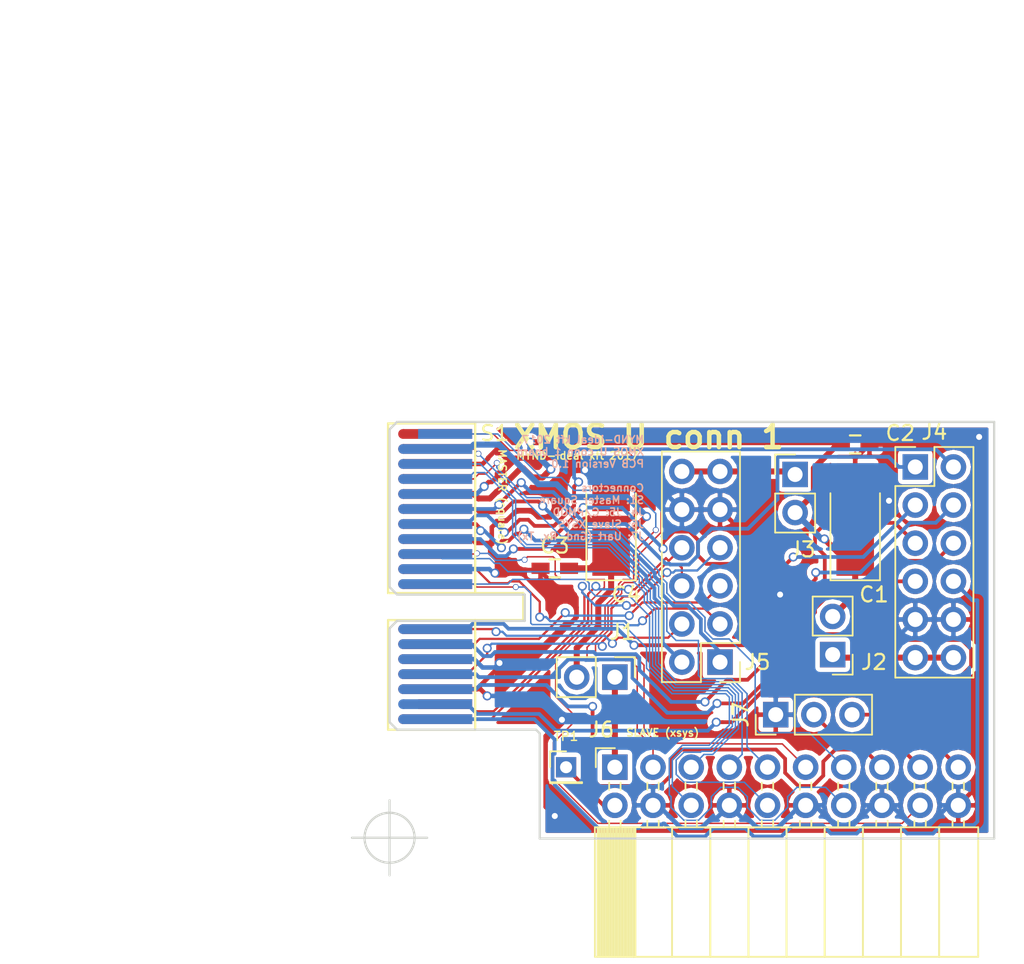
<source format=kicad_pcb>
(kicad_pcb (version 4) (host pcbnew 4.0.6)

  (general
    (links 60)
    (no_connects 0)
    (area 59.924999 59.924999 100.325001 87.825001)
    (thickness 1.6)
    (drawings 34)
    (tracks 838)
    (zones 0)
    (modules 13)
    (nets 36)
  )

  (page A4)
  (title_block
    (title "xmos uconn1 slice")
    (date 2017-06-02)
    (rev 1)
    (company "MYND-ideal ltd")
    (comment 1 "Reconfigurable slice for xmos devboard collection")
  )

  (layers
    (0 F.Cu mixed)
    (1 In1.Cu signal)
    (2 In2.Cu signal)
    (31 B.Cu power)
    (32 B.Adhes user)
    (33 F.Adhes user)
    (34 B.Paste user)
    (35 F.Paste user)
    (36 B.SilkS user)
    (37 F.SilkS user)
    (38 B.Mask user)
    (39 F.Mask user)
    (40 Dwgs.User user)
    (41 Cmts.User user)
    (42 Eco1.User user)
    (43 Eco2.User user)
    (44 Edge.Cuts user)
    (45 Margin user)
    (46 B.CrtYd user)
    (47 F.CrtYd user)
    (48 B.Fab user)
    (49 F.Fab user)
  )

  (setup
    (last_trace_width 0.15)
    (trace_clearance 0.1)
    (zone_clearance 0.3)
    (zone_45_only yes)
    (trace_min 0.06)
    (segment_width 0.2)
    (edge_width 0.15)
    (via_size 0.6)
    (via_drill 0.4)
    (via_min_size 0.4)
    (via_min_drill 0.3)
    (uvia_size 0.3)
    (uvia_drill 0.1)
    (uvias_allowed no)
    (uvia_min_size 0.2)
    (uvia_min_drill 0.1)
    (pcb_text_width 0.3)
    (pcb_text_size 1.5 1.5)
    (mod_edge_width 0.15)
    (mod_text_size 0.6 0.6)
    (mod_text_width 0.15)
    (pad_size 0.5 0.5)
    (pad_drill 0.1)
    (pad_to_mask_clearance 0.1)
    (aux_axis_origin 60 87.7)
    (visible_elements 7FFEEFFF)
    (pcbplotparams
      (layerselection 0x01030_80000001)
      (usegerberextensions false)
      (excludeedgelayer true)
      (linewidth 0.150000)
      (plotframeref true)
      (viasonmask false)
      (mode 1)
      (useauxorigin false)
      (hpglpennumber 1)
      (hpglpenspeed 20)
      (hpglpendiameter 15)
      (hpglpenoverlay 2)
      (psnegative false)
      (psa4output false)
      (plotreference true)
      (plotvalue false)
      (plotinvisibletext false)
      (padsonsilk false)
      (subtractmaskfromsilk false)
      (outputformat 1)
      (mirror false)
      (drillshape 0)
      (scaleselection 1)
      (outputdirectory gbr/))
  )

  (net 0 "")
  (net 1 GND)
  (net 2 +3V3)
  (net 3 +5V)
  (net 4 /TCK)
  (net 5 /TDI)
  (net 6 /MSEL)
  (net 7 /TMS)
  (net 8 /TDO)
  (net 9 "Net-(J1-Pad1)")
  (net 10 "Net-(J2-Pad1)")
  (net 11 /CD1)
  (net 12 /CD2)
  (net 13 /CD3)
  (net 14 /CD4)
  (net 15 /CD5)
  (net 16 /CD6)
  (net 17 /CD8)
  (net 18 /XSYS_XL_UP1)
  (net 19 /XSYS_XL_UP0)
  (net 20 /DEBUG_N)
  (net 21 /XSYS_XL_DN0)
  (net 22 /XSYS_XL_DN1)
  (net 23 "Net-(J3-Pad1)")
  (net 24 /DD1)
  (net 25 /DD2)
  (net 26 /DD5)
  (net 27 /DD6)
  (net 28 /DD7)
  (net 29 /DD8)
  (net 30 "Net-(J6-Pad2)")
  (net 31 /CD7)
  (net 32 /DD3)
  (net 33 /DD4)
  (net 34 /XSYS_UART_RX)
  (net 35 /XSYS_UART_TX)

  (net_class Default "This is the default net class."
    (clearance 0.1)
    (trace_width 0.15)
    (via_dia 0.6)
    (via_drill 0.4)
    (uvia_dia 0.3)
    (uvia_drill 0.1)
    (add_net /CD1)
    (add_net /CD2)
    (add_net /CD3)
    (add_net /CD4)
    (add_net /CD5)
    (add_net /CD6)
    (add_net /CD7)
    (add_net /CD8)
    (add_net /DD1)
    (add_net /DD2)
    (add_net /DD3)
    (add_net /DD4)
    (add_net /DD5)
    (add_net /DD6)
    (add_net /DD7)
    (add_net /DD8)
    (add_net /XSYS_UART_RX)
    (add_net /XSYS_UART_TX)
    (add_net "Net-(J6-Pad2)")
  )

  (net_class Ground ""
    (clearance 0.3)
    (trace_width 0.3)
    (via_dia 0.6)
    (via_drill 0.4)
    (uvia_dia 0.3)
    (uvia_drill 0.1)
    (add_net GND)
  )

  (net_class PWR ""
    (clearance 0.2)
    (trace_width 0.4)
    (via_dia 0.6)
    (via_drill 0.4)
    (uvia_dia 0.3)
    (uvia_drill 0.1)
    (add_net +3V3)
    (add_net +5V)
    (add_net "Net-(J1-Pad1)")
    (add_net "Net-(J2-Pad1)")
    (add_net "Net-(J3-Pad1)")
  )

  (net_class Signal ""
    (clearance 0.1)
    (trace_width 0.1)
    (via_dia 0.4)
    (via_drill 0.3)
    (uvia_dia 0.2)
    (uvia_drill 0.1)
    (add_net /DEBUG_N)
    (add_net /MSEL)
    (add_net /TCK)
    (add_net /TDI)
    (add_net /TDO)
    (add_net /TMS)
    (add_net /XSYS_XL_DN0)
    (add_net /XSYS_XL_DN1)
    (add_net /XSYS_XL_UP0)
    (add_net /XSYS_XL_UP1)
  )

  (module Socket_Strips:Socket_Strip_Angled_2x10_Pitch2.54mm (layer F.Cu) (tedit 5932D44C) (tstamp 59309A85)
    (at 75 83 90)
    (descr "Through hole angled socket strip, 2x10, 2.54mm pitch, 8.51mm socket length, double rows")
    (tags "Through hole angled socket strip THT 2x10 2.54mm double row")
    (path /593084E1)
    (fp_text reference J6 (at 2.5 -0.9 180) (layer F.SilkS)
      (effects (font (size 1 1) (thickness 0.15)))
    )
    (fp_text value CONN_02X10 (at -5.65 25.13 90) (layer F.Fab)
      (effects (font (size 1 1) (thickness 0.15)))
    )
    (fp_line (start -4.06 -1.27) (end -4.06 1.27) (layer F.Fab) (width 0.1))
    (fp_line (start -4.06 1.27) (end -12.57 1.27) (layer F.Fab) (width 0.1))
    (fp_line (start -12.57 1.27) (end -12.57 -1.27) (layer F.Fab) (width 0.1))
    (fp_line (start -12.57 -1.27) (end -4.06 -1.27) (layer F.Fab) (width 0.1))
    (fp_line (start 0 -0.32) (end 0 0.32) (layer F.Fab) (width 0.1))
    (fp_line (start 0 0.32) (end -4.06 0.32) (layer F.Fab) (width 0.1))
    (fp_line (start -4.06 0.32) (end -4.06 -0.32) (layer F.Fab) (width 0.1))
    (fp_line (start -4.06 -0.32) (end 0 -0.32) (layer F.Fab) (width 0.1))
    (fp_line (start -4.06 1.27) (end -4.06 3.81) (layer F.Fab) (width 0.1))
    (fp_line (start -4.06 3.81) (end -12.57 3.81) (layer F.Fab) (width 0.1))
    (fp_line (start -12.57 3.81) (end -12.57 1.27) (layer F.Fab) (width 0.1))
    (fp_line (start -12.57 1.27) (end -4.06 1.27) (layer F.Fab) (width 0.1))
    (fp_line (start 0 2.22) (end 0 2.86) (layer F.Fab) (width 0.1))
    (fp_line (start 0 2.86) (end -4.06 2.86) (layer F.Fab) (width 0.1))
    (fp_line (start -4.06 2.86) (end -4.06 2.22) (layer F.Fab) (width 0.1))
    (fp_line (start -4.06 2.22) (end 0 2.22) (layer F.Fab) (width 0.1))
    (fp_line (start -4.06 3.81) (end -4.06 6.35) (layer F.Fab) (width 0.1))
    (fp_line (start -4.06 6.35) (end -12.57 6.35) (layer F.Fab) (width 0.1))
    (fp_line (start -12.57 6.35) (end -12.57 3.81) (layer F.Fab) (width 0.1))
    (fp_line (start -12.57 3.81) (end -4.06 3.81) (layer F.Fab) (width 0.1))
    (fp_line (start 0 4.76) (end 0 5.4) (layer F.Fab) (width 0.1))
    (fp_line (start 0 5.4) (end -4.06 5.4) (layer F.Fab) (width 0.1))
    (fp_line (start -4.06 5.4) (end -4.06 4.76) (layer F.Fab) (width 0.1))
    (fp_line (start -4.06 4.76) (end 0 4.76) (layer F.Fab) (width 0.1))
    (fp_line (start -4.06 6.35) (end -4.06 8.89) (layer F.Fab) (width 0.1))
    (fp_line (start -4.06 8.89) (end -12.57 8.89) (layer F.Fab) (width 0.1))
    (fp_line (start -12.57 8.89) (end -12.57 6.35) (layer F.Fab) (width 0.1))
    (fp_line (start -12.57 6.35) (end -4.06 6.35) (layer F.Fab) (width 0.1))
    (fp_line (start 0 7.3) (end 0 7.94) (layer F.Fab) (width 0.1))
    (fp_line (start 0 7.94) (end -4.06 7.94) (layer F.Fab) (width 0.1))
    (fp_line (start -4.06 7.94) (end -4.06 7.3) (layer F.Fab) (width 0.1))
    (fp_line (start -4.06 7.3) (end 0 7.3) (layer F.Fab) (width 0.1))
    (fp_line (start -4.06 8.89) (end -4.06 11.43) (layer F.Fab) (width 0.1))
    (fp_line (start -4.06 11.43) (end -12.57 11.43) (layer F.Fab) (width 0.1))
    (fp_line (start -12.57 11.43) (end -12.57 8.89) (layer F.Fab) (width 0.1))
    (fp_line (start -12.57 8.89) (end -4.06 8.89) (layer F.Fab) (width 0.1))
    (fp_line (start 0 9.84) (end 0 10.48) (layer F.Fab) (width 0.1))
    (fp_line (start 0 10.48) (end -4.06 10.48) (layer F.Fab) (width 0.1))
    (fp_line (start -4.06 10.48) (end -4.06 9.84) (layer F.Fab) (width 0.1))
    (fp_line (start -4.06 9.84) (end 0 9.84) (layer F.Fab) (width 0.1))
    (fp_line (start -4.06 11.43) (end -4.06 13.97) (layer F.Fab) (width 0.1))
    (fp_line (start -4.06 13.97) (end -12.57 13.97) (layer F.Fab) (width 0.1))
    (fp_line (start -12.57 13.97) (end -12.57 11.43) (layer F.Fab) (width 0.1))
    (fp_line (start -12.57 11.43) (end -4.06 11.43) (layer F.Fab) (width 0.1))
    (fp_line (start 0 12.38) (end 0 13.02) (layer F.Fab) (width 0.1))
    (fp_line (start 0 13.02) (end -4.06 13.02) (layer F.Fab) (width 0.1))
    (fp_line (start -4.06 13.02) (end -4.06 12.38) (layer F.Fab) (width 0.1))
    (fp_line (start -4.06 12.38) (end 0 12.38) (layer F.Fab) (width 0.1))
    (fp_line (start -4.06 13.97) (end -4.06 16.51) (layer F.Fab) (width 0.1))
    (fp_line (start -4.06 16.51) (end -12.57 16.51) (layer F.Fab) (width 0.1))
    (fp_line (start -12.57 16.51) (end -12.57 13.97) (layer F.Fab) (width 0.1))
    (fp_line (start -12.57 13.97) (end -4.06 13.97) (layer F.Fab) (width 0.1))
    (fp_line (start 0 14.92) (end 0 15.56) (layer F.Fab) (width 0.1))
    (fp_line (start 0 15.56) (end -4.06 15.56) (layer F.Fab) (width 0.1))
    (fp_line (start -4.06 15.56) (end -4.06 14.92) (layer F.Fab) (width 0.1))
    (fp_line (start -4.06 14.92) (end 0 14.92) (layer F.Fab) (width 0.1))
    (fp_line (start -4.06 16.51) (end -4.06 19.05) (layer F.Fab) (width 0.1))
    (fp_line (start -4.06 19.05) (end -12.57 19.05) (layer F.Fab) (width 0.1))
    (fp_line (start -12.57 19.05) (end -12.57 16.51) (layer F.Fab) (width 0.1))
    (fp_line (start -12.57 16.51) (end -4.06 16.51) (layer F.Fab) (width 0.1))
    (fp_line (start 0 17.46) (end 0 18.1) (layer F.Fab) (width 0.1))
    (fp_line (start 0 18.1) (end -4.06 18.1) (layer F.Fab) (width 0.1))
    (fp_line (start -4.06 18.1) (end -4.06 17.46) (layer F.Fab) (width 0.1))
    (fp_line (start -4.06 17.46) (end 0 17.46) (layer F.Fab) (width 0.1))
    (fp_line (start -4.06 19.05) (end -4.06 21.59) (layer F.Fab) (width 0.1))
    (fp_line (start -4.06 21.59) (end -12.57 21.59) (layer F.Fab) (width 0.1))
    (fp_line (start -12.57 21.59) (end -12.57 19.05) (layer F.Fab) (width 0.1))
    (fp_line (start -12.57 19.05) (end -4.06 19.05) (layer F.Fab) (width 0.1))
    (fp_line (start 0 20) (end 0 20.64) (layer F.Fab) (width 0.1))
    (fp_line (start 0 20.64) (end -4.06 20.64) (layer F.Fab) (width 0.1))
    (fp_line (start -4.06 20.64) (end -4.06 20) (layer F.Fab) (width 0.1))
    (fp_line (start -4.06 20) (end 0 20) (layer F.Fab) (width 0.1))
    (fp_line (start -4.06 21.59) (end -4.06 24.13) (layer F.Fab) (width 0.1))
    (fp_line (start -4.06 24.13) (end -12.57 24.13) (layer F.Fab) (width 0.1))
    (fp_line (start -12.57 24.13) (end -12.57 21.59) (layer F.Fab) (width 0.1))
    (fp_line (start -12.57 21.59) (end -4.06 21.59) (layer F.Fab) (width 0.1))
    (fp_line (start 0 22.54) (end 0 23.18) (layer F.Fab) (width 0.1))
    (fp_line (start 0 23.18) (end -4.06 23.18) (layer F.Fab) (width 0.1))
    (fp_line (start -4.06 23.18) (end -4.06 22.54) (layer F.Fab) (width 0.1))
    (fp_line (start -4.06 22.54) (end 0 22.54) (layer F.Fab) (width 0.1))
    (fp_line (start -4 -1.33) (end -4 1.27) (layer F.SilkS) (width 0.12))
    (fp_line (start -4 1.27) (end -12.63 1.27) (layer F.SilkS) (width 0.12))
    (fp_line (start -12.63 1.27) (end -12.63 -1.33) (layer F.SilkS) (width 0.12))
    (fp_line (start -12.63 -1.33) (end -4 -1.33) (layer F.SilkS) (width 0.12))
    (fp_line (start -3.57 -0.38) (end -4 -0.38) (layer F.SilkS) (width 0.12))
    (fp_line (start -3.57 0.38) (end -4 0.38) (layer F.SilkS) (width 0.12))
    (fp_line (start -1.03 -0.38) (end -1.51 -0.38) (layer F.SilkS) (width 0.12))
    (fp_line (start -1.03 0.38) (end -1.51 0.38) (layer F.SilkS) (width 0.12))
    (fp_line (start -4 -1.15) (end -12.63 -1.15) (layer F.SilkS) (width 0.12))
    (fp_line (start -4 -1.03) (end -12.63 -1.03) (layer F.SilkS) (width 0.12))
    (fp_line (start -4 -0.91) (end -12.63 -0.91) (layer F.SilkS) (width 0.12))
    (fp_line (start -4 -0.79) (end -12.63 -0.79) (layer F.SilkS) (width 0.12))
    (fp_line (start -4 -0.67) (end -12.63 -0.67) (layer F.SilkS) (width 0.12))
    (fp_line (start -4 -0.55) (end -12.63 -0.55) (layer F.SilkS) (width 0.12))
    (fp_line (start -4 -0.43) (end -12.63 -0.43) (layer F.SilkS) (width 0.12))
    (fp_line (start -4 -0.31) (end -12.63 -0.31) (layer F.SilkS) (width 0.12))
    (fp_line (start -4 -0.19) (end -12.63 -0.19) (layer F.SilkS) (width 0.12))
    (fp_line (start -4 -0.07) (end -12.63 -0.07) (layer F.SilkS) (width 0.12))
    (fp_line (start -4 0.05) (end -12.63 0.05) (layer F.SilkS) (width 0.12))
    (fp_line (start -4 0.17) (end -12.63 0.17) (layer F.SilkS) (width 0.12))
    (fp_line (start -4 0.29) (end -12.63 0.29) (layer F.SilkS) (width 0.12))
    (fp_line (start -4 0.41) (end -12.63 0.41) (layer F.SilkS) (width 0.12))
    (fp_line (start -4 0.53) (end -12.63 0.53) (layer F.SilkS) (width 0.12))
    (fp_line (start -4 0.65) (end -12.63 0.65) (layer F.SilkS) (width 0.12))
    (fp_line (start -4 0.77) (end -12.63 0.77) (layer F.SilkS) (width 0.12))
    (fp_line (start -4 0.89) (end -12.63 0.89) (layer F.SilkS) (width 0.12))
    (fp_line (start -4 1.01) (end -12.63 1.01) (layer F.SilkS) (width 0.12))
    (fp_line (start -4 1.13) (end -12.63 1.13) (layer F.SilkS) (width 0.12))
    (fp_line (start -4 1.25) (end -12.63 1.25) (layer F.SilkS) (width 0.12))
    (fp_line (start -4 1.37) (end -12.63 1.37) (layer F.SilkS) (width 0.12))
    (fp_line (start -4 1.27) (end -4 3.81) (layer F.SilkS) (width 0.12))
    (fp_line (start -4 3.81) (end -12.63 3.81) (layer F.SilkS) (width 0.12))
    (fp_line (start -12.63 3.81) (end -12.63 1.27) (layer F.SilkS) (width 0.12))
    (fp_line (start -12.63 1.27) (end -4 1.27) (layer F.SilkS) (width 0.12))
    (fp_line (start -3.57 2.16) (end -4 2.16) (layer F.SilkS) (width 0.12))
    (fp_line (start -3.57 2.92) (end -4 2.92) (layer F.SilkS) (width 0.12))
    (fp_line (start -1.03 2.16) (end -1.51 2.16) (layer F.SilkS) (width 0.12))
    (fp_line (start -1.03 2.92) (end -1.51 2.92) (layer F.SilkS) (width 0.12))
    (fp_line (start -4 3.81) (end -4 6.35) (layer F.SilkS) (width 0.12))
    (fp_line (start -4 6.35) (end -12.63 6.35) (layer F.SilkS) (width 0.12))
    (fp_line (start -12.63 6.35) (end -12.63 3.81) (layer F.SilkS) (width 0.12))
    (fp_line (start -12.63 3.81) (end -4 3.81) (layer F.SilkS) (width 0.12))
    (fp_line (start -3.57 4.7) (end -4 4.7) (layer F.SilkS) (width 0.12))
    (fp_line (start -3.57 5.46) (end -4 5.46) (layer F.SilkS) (width 0.12))
    (fp_line (start -1.03 4.7) (end -1.51 4.7) (layer F.SilkS) (width 0.12))
    (fp_line (start -1.03 5.46) (end -1.51 5.46) (layer F.SilkS) (width 0.12))
    (fp_line (start -4 6.35) (end -4 8.89) (layer F.SilkS) (width 0.12))
    (fp_line (start -4 8.89) (end -12.63 8.89) (layer F.SilkS) (width 0.12))
    (fp_line (start -12.63 8.89) (end -12.63 6.35) (layer F.SilkS) (width 0.12))
    (fp_line (start -12.63 6.35) (end -4 6.35) (layer F.SilkS) (width 0.12))
    (fp_line (start -3.57 7.24) (end -4 7.24) (layer F.SilkS) (width 0.12))
    (fp_line (start -3.57 8) (end -4 8) (layer F.SilkS) (width 0.12))
    (fp_line (start -1.03 7.24) (end -1.51 7.24) (layer F.SilkS) (width 0.12))
    (fp_line (start -1.03 8) (end -1.51 8) (layer F.SilkS) (width 0.12))
    (fp_line (start -4 8.89) (end -4 11.43) (layer F.SilkS) (width 0.12))
    (fp_line (start -4 11.43) (end -12.63 11.43) (layer F.SilkS) (width 0.12))
    (fp_line (start -12.63 11.43) (end -12.63 8.89) (layer F.SilkS) (width 0.12))
    (fp_line (start -12.63 8.89) (end -4 8.89) (layer F.SilkS) (width 0.12))
    (fp_line (start -3.57 9.78) (end -4 9.78) (layer F.SilkS) (width 0.12))
    (fp_line (start -3.57 10.54) (end -4 10.54) (layer F.SilkS) (width 0.12))
    (fp_line (start -1.03 9.78) (end -1.51 9.78) (layer F.SilkS) (width 0.12))
    (fp_line (start -1.03 10.54) (end -1.51 10.54) (layer F.SilkS) (width 0.12))
    (fp_line (start -4 11.43) (end -4 13.97) (layer F.SilkS) (width 0.12))
    (fp_line (start -4 13.97) (end -12.63 13.97) (layer F.SilkS) (width 0.12))
    (fp_line (start -12.63 13.97) (end -12.63 11.43) (layer F.SilkS) (width 0.12))
    (fp_line (start -12.63 11.43) (end -4 11.43) (layer F.SilkS) (width 0.12))
    (fp_line (start -3.57 12.32) (end -4 12.32) (layer F.SilkS) (width 0.12))
    (fp_line (start -3.57 13.08) (end -4 13.08) (layer F.SilkS) (width 0.12))
    (fp_line (start -1.03 12.32) (end -1.51 12.32) (layer F.SilkS) (width 0.12))
    (fp_line (start -1.03 13.08) (end -1.51 13.08) (layer F.SilkS) (width 0.12))
    (fp_line (start -4 13.97) (end -4 16.51) (layer F.SilkS) (width 0.12))
    (fp_line (start -4 16.51) (end -12.63 16.51) (layer F.SilkS) (width 0.12))
    (fp_line (start -12.63 16.51) (end -12.63 13.97) (layer F.SilkS) (width 0.12))
    (fp_line (start -12.63 13.97) (end -4 13.97) (layer F.SilkS) (width 0.12))
    (fp_line (start -3.57 14.86) (end -4 14.86) (layer F.SilkS) (width 0.12))
    (fp_line (start -3.57 15.62) (end -4 15.62) (layer F.SilkS) (width 0.12))
    (fp_line (start -1.03 14.86) (end -1.51 14.86) (layer F.SilkS) (width 0.12))
    (fp_line (start -1.03 15.62) (end -1.51 15.62) (layer F.SilkS) (width 0.12))
    (fp_line (start -4 16.51) (end -4 19.05) (layer F.SilkS) (width 0.12))
    (fp_line (start -4 19.05) (end -12.63 19.05) (layer F.SilkS) (width 0.12))
    (fp_line (start -12.63 19.05) (end -12.63 16.51) (layer F.SilkS) (width 0.12))
    (fp_line (start -12.63 16.51) (end -4 16.51) (layer F.SilkS) (width 0.12))
    (fp_line (start -3.57 17.4) (end -4 17.4) (layer F.SilkS) (width 0.12))
    (fp_line (start -3.57 18.16) (end -4 18.16) (layer F.SilkS) (width 0.12))
    (fp_line (start -1.03 17.4) (end -1.51 17.4) (layer F.SilkS) (width 0.12))
    (fp_line (start -1.03 18.16) (end -1.51 18.16) (layer F.SilkS) (width 0.12))
    (fp_line (start -4 19.05) (end -4 21.59) (layer F.SilkS) (width 0.12))
    (fp_line (start -4 21.59) (end -12.63 21.59) (layer F.SilkS) (width 0.12))
    (fp_line (start -12.63 21.59) (end -12.63 19.05) (layer F.SilkS) (width 0.12))
    (fp_line (start -12.63 19.05) (end -4 19.05) (layer F.SilkS) (width 0.12))
    (fp_line (start -3.57 19.94) (end -4 19.94) (layer F.SilkS) (width 0.12))
    (fp_line (start -3.57 20.7) (end -4 20.7) (layer F.SilkS) (width 0.12))
    (fp_line (start -1.03 19.94) (end -1.51 19.94) (layer F.SilkS) (width 0.12))
    (fp_line (start -1.03 20.7) (end -1.51 20.7) (layer F.SilkS) (width 0.12))
    (fp_line (start -4 21.59) (end -4 24.19) (layer F.SilkS) (width 0.12))
    (fp_line (start -4 24.19) (end -12.63 24.19) (layer F.SilkS) (width 0.12))
    (fp_line (start -12.63 24.19) (end -12.63 21.59) (layer F.SilkS) (width 0.12))
    (fp_line (start -12.63 21.59) (end -4 21.59) (layer F.SilkS) (width 0.12))
    (fp_line (start -3.57 22.48) (end -4 22.48) (layer F.SilkS) (width 0.12))
    (fp_line (start -3.57 23.24) (end -4 23.24) (layer F.SilkS) (width 0.12))
    (fp_line (start -1.03 22.48) (end -1.51 22.48) (layer F.SilkS) (width 0.12))
    (fp_line (start -1.03 23.24) (end -1.51 23.24) (layer F.SilkS) (width 0.12))
    (fp_line (start 0 -1.27) (end 1.27 -1.27) (layer F.SilkS) (width 0.12))
    (fp_line (start 1.27 -1.27) (end 1.27 0) (layer F.SilkS) (width 0.12))
    (fp_line (start 1.8 -1.8) (end 1.8 24.65) (layer F.CrtYd) (width 0.05))
    (fp_line (start 1.8 24.65) (end -13.1 24.65) (layer F.CrtYd) (width 0.05))
    (fp_line (start -13.1 24.65) (end -13.1 -1.8) (layer F.CrtYd) (width 0.05))
    (fp_line (start -13.1 -1.8) (end 1.8 -1.8) (layer F.CrtYd) (width 0.05))
    (fp_text user %R (at 2.5 -0.9 180) (layer F.Fab)
      (effects (font (size 1 1) (thickness 0.15)))
    )
    (pad 1 thru_hole rect (at 0 0 90) (size 1.7 1.7) (drill 1) (layers *.Cu *.Mask)
      (net 9 "Net-(J1-Pad1)"))
    (pad 2 thru_hole oval (at -2.54 0 90) (size 1.7 1.7) (drill 1) (layers *.Cu *.Mask)
      (net 30 "Net-(J6-Pad2)"))
    (pad 3 thru_hole oval (at 0 2.54 90) (size 1.7 1.7) (drill 1) (layers *.Cu *.Mask)
      (net 6 /MSEL))
    (pad 4 thru_hole oval (at -2.54 2.54 90) (size 1.7 1.7) (drill 1) (layers *.Cu *.Mask)
      (net 1 GND))
    (pad 5 thru_hole oval (at 0 5.08 90) (size 1.7 1.7) (drill 1) (layers *.Cu *.Mask)
      (net 8 /TDO))
    (pad 6 thru_hole oval (at -2.54 5.08 90) (size 1.7 1.7) (drill 1) (layers *.Cu *.Mask)
      (net 18 /XSYS_XL_UP1))
    (pad 7 thru_hole oval (at 0 7.62 90) (size 1.7 1.7) (drill 1) (layers *.Cu *.Mask)
      (net 7 /TMS))
    (pad 8 thru_hole oval (at -2.54 7.62 90) (size 1.7 1.7) (drill 1) (layers *.Cu *.Mask)
      (net 1 GND))
    (pad 9 thru_hole oval (at 0 10.16 90) (size 1.7 1.7) (drill 1) (layers *.Cu *.Mask)
      (net 4 /TCK))
    (pad 10 thru_hole oval (at -2.54 10.16 90) (size 1.7 1.7) (drill 1) (layers *.Cu *.Mask)
      (net 19 /XSYS_XL_UP0))
    (pad 11 thru_hole oval (at 0 12.7 90) (size 1.7 1.7) (drill 1) (layers *.Cu *.Mask)
      (net 20 /DEBUG_N))
    (pad 12 thru_hole oval (at -2.54 12.7 90) (size 1.7 1.7) (drill 1) (layers *.Cu *.Mask)
      (net 1 GND))
    (pad 13 thru_hole oval (at 0 15.24 90) (size 1.7 1.7) (drill 1) (layers *.Cu *.Mask)
      (net 5 /TDI))
    (pad 14 thru_hole oval (at -2.54 15.24 90) (size 1.7 1.7) (drill 1) (layers *.Cu *.Mask)
      (net 21 /XSYS_XL_DN0))
    (pad 15 thru_hole oval (at 0 17.78 90) (size 1.7 1.7) (drill 1) (layers *.Cu *.Mask))
    (pad 16 thru_hole oval (at -2.54 17.78 90) (size 1.7 1.7) (drill 1) (layers *.Cu *.Mask)
      (net 1 GND))
    (pad 17 thru_hole oval (at 0 20.32 90) (size 1.7 1.7) (drill 1) (layers *.Cu *.Mask)
      (net 34 /XSYS_UART_RX))
    (pad 18 thru_hole oval (at -2.54 20.32 90) (size 1.7 1.7) (drill 1) (layers *.Cu *.Mask)
      (net 22 /XSYS_XL_DN1))
    (pad 19 thru_hole oval (at 0 22.86 90) (size 1.7 1.7) (drill 1) (layers *.Cu *.Mask)
      (net 35 /XSYS_UART_TX))
    (pad 20 thru_hole oval (at -2.54 22.86 90) (size 1.7 1.7) (drill 1) (layers *.Cu *.Mask)
      (net 1 GND))
    (model ${KISYS3DMOD}/Socket_Strips.3dshapes/Socket_Strip_Angled_2x10_Pitch2.54mm.wrl
      (at (xyz -0.05 -0.45 0))
      (scale (xyz 1 1 1))
      (rotate (xyz 0 0 270))
    )
  )

  (module Capacitors_SMD:C_0603_HandSoldering (layer F.Cu) (tedit 59311080) (tstamp 57D33012)
    (at 71 69.75 180)
    (descr "Capacitor SMD 0603, hand soldering")
    (tags "capacitor 0603")
    (path /57D431C3)
    (attr smd)
    (fp_text reference C3 (at 0 1.5 180) (layer F.SilkS)
      (effects (font (size 1 1) (thickness 0.15)))
    )
    (fp_text value 100N (at -0.2 -3.05 180) (layer F.Fab)
      (effects (font (size 1 1) (thickness 0.15)))
    )
    (fp_line (start -1.85 -0.75) (end 1.85 -0.75) (layer F.CrtYd) (width 0.05))
    (fp_line (start -1.85 0.75) (end 1.85 0.75) (layer F.CrtYd) (width 0.05))
    (fp_line (start -1.85 -0.75) (end -1.85 0.75) (layer F.CrtYd) (width 0.05))
    (fp_line (start 1.85 -0.75) (end 1.85 0.75) (layer F.CrtYd) (width 0.05))
    (fp_line (start -0.35 -0.6) (end 0.35 -0.6) (layer F.SilkS) (width 0.15))
    (fp_line (start 0.35 0.6) (end -0.35 0.6) (layer F.SilkS) (width 0.15))
    (pad 1 smd rect (at -0.95 0 180) (size 1.2 0.75) (layers F.Cu F.Paste F.Mask)
      (net 3 +5V))
    (pad 2 smd rect (at 0.95 0 180) (size 1.2 0.75) (layers F.Cu F.Paste F.Mask)
      (net 1 GND))
    (model Capacitors_SMD.3dshapes/C_0603_HandSoldering.wrl
      (at (xyz 0 0 0))
      (scale (xyz 1 1 1))
      (rotate (xyz 0 0 0))
    )
  )

  (module Connect:PCI-EXPRESS placed (layer F.Cu) (tedit 57D61EC8) (tstamp 57D3034D)
    (at 63.2 70.30116 270)
    (path /57D369AA)
    (fp_text reference S1 (at -9.55116 -3.8 360) (layer F.SilkS)
      (effects (font (size 1 1) (thickness 0.15)))
    )
    (fp_text value SlicePcbCon (at 5.44884 5.7 270) (layer F.Fab)
      (effects (font (size 1 1) (thickness 0.15)))
    )
    (fp_line (start 1.09982 -2.49936) (end 1.09982 -5.69976) (layer F.SilkS) (width 0.15))
    (fp_line (start 1.09982 -5.69976) (end 2.90068 -5.69976) (layer F.SilkS) (width 0.15))
    (fp_line (start 2.90068 -5.69976) (end 2.90068 -2.49936) (layer F.SilkS) (width 0.15))
    (fp_line (start -10.20064 -2.49936) (end 1.09982 -2.49936) (layer F.SilkS) (width 0.15))
    (fp_line (start 1.09982 -2.49936) (end 1.09982 3.29946) (layer F.SilkS) (width 0.15))
    (fp_line (start 1.09982 3.29946) (end -10.20064 3.29946) (layer F.SilkS) (width 0.15))
    (fp_line (start -10.20064 3.29946) (end -10.20064 -2.49936) (layer F.SilkS) (width 0.15))
    (fp_line (start 10.20064 -2.49936) (end 2.90068 -2.49936) (layer F.SilkS) (width 0.15))
    (fp_line (start 2.90068 3.29946) (end 10.20064 3.29946) (layer F.SilkS) (width 0.15))
    (fp_line (start 2.90068 -2.49936) (end 2.90068 3.29946) (layer F.SilkS) (width 0.15))
    (fp_line (start 10.20064 -2.49936) (end 10.20064 3.29946) (layer F.SilkS) (width 0.15))
    (pad "" connect circle (at 9.4996 2.30124 270) (size 0.65024 0.65024) (layers F.Cu F.Mask))
    (pad B1 connect rect (at -9.4996 0 270) (size 0.65024 4.59994) (layers F.Cu F.Mask)
      (net 20 /DEBUG_N))
    (pad B2 connect rect (at -8.49884 0 270) (size 0.65024 4.59994) (layers F.Cu F.Mask)
      (net 4 /TCK))
    (pad B3 connect rect (at -7.50062 0 270) (size 0.65024 4.59994) (layers F.Cu F.Mask)
      (net 1 GND))
    (pad B4 connect rect (at -6.49986 0 270) (size 0.65024 4.59994) (layers F.Cu F.Mask)
      (net 5 /TDI))
    (pad B5 connect rect (at -5.4991 0 270) (size 0.65024 4.59994) (layers F.Cu F.Mask)
      (net 2 +3V3))
    (pad B6 connect rect (at -4.50088 0 270) (size 0.65024 4.59994) (layers F.Cu F.Mask)
      (net 24 /DD1))
    (pad B7 connect rect (at -3.50012 0 270) (size 0.65024 4.59994) (layers F.Cu F.Mask)
      (net 25 /DD2))
    (pad B8 connect rect (at -2.49936 0 270) (size 0.65024 4.59994) (layers F.Cu F.Mask)
      (net 1 GND))
    (pad B9 connect rect (at -1.50114 0 270) (size 0.65024 4.59994) (layers F.Cu F.Mask)
      (net 22 /XSYS_XL_DN1))
    (pad B10 connect rect (at -0.50038 0 270) (size 0.65024 4.59994) (layers F.Cu F.Mask)
      (net 32 /DD3))
    (pad B11 connect rect (at 0.50038 0 270) (size 0.65024 4.59994) (layers F.Cu F.Mask)
      (net 21 /XSYS_XL_DN0))
    (pad B14 connect rect (at 5.4991 0 270) (size 0.65024 4.59994) (layers F.Cu F.Mask))
    (pad B15 connect rect (at 6.49986 0 270) (size 0.65024 4.59994) (layers F.Cu F.Mask)
      (net 27 /DD6))
    (pad B16 connect rect (at 7.50062 0 270) (size 0.65024 4.59994) (layers F.Cu F.Mask)
      (net 1 GND))
    (pad B17 connect rect (at 8.49884 -0.50038 270) (size 0.65024 3.59918) (layers F.Cu F.Mask)
      (net 28 /DD7))
    (pad B18 connect rect (at 9.4996 0 270) (size 0.65024 4.59994) (layers F.Cu F.Mask)
      (net 29 /DD8))
    (pad B12 connect rect (at 3.50012 0 270) (size 0.65024 4.59994) (layers F.Cu F.Mask)
      (net 33 /DD4))
    (pad B13 connect rect (at 4.50088 0 270) (size 0.65024 4.59994) (layers F.Cu F.Mask)
      (net 26 /DD5))
    (pad A1 connect rect (at -9.4996 -0.50038 270) (size 0.65024 3.59918) (layers B.Cu B.Mask)
      (net 6 /MSEL))
    (pad A2 connect rect (at -8.49884 0 270) (size 0.65024 4.59994) (layers B.Cu B.Mask)
      (net 3 +5V))
    (pad A3 connect rect (at -7.50062 0 270) (size 0.65024 4.59994) (layers B.Cu B.Mask)
      (net 7 /TMS))
    (pad A4 connect rect (at -6.49986 0 270) (size 0.65024 4.59994) (layers B.Cu B.Mask)
      (net 8 /TDO))
    (pad A5 connect rect (at -5.4991 0 270) (size 0.65024 4.59994) (layers B.Cu B.Mask)
      (net 1 GND))
    (pad A6 connect rect (at -4.50088 0 270) (size 0.65024 4.59994) (layers B.Cu B.Mask)
      (net 11 /CD1))
    (pad A7 connect rect (at -3.50012 0 270) (size 0.65024 4.59994) (layers B.Cu B.Mask)
      (net 12 /CD2))
    (pad A8 connect rect (at -2.49936 0 270) (size 0.65024 4.59994) (layers B.Cu B.Mask)
      (net 13 /CD3))
    (pad A9 connect rect (at -1.50114 0 270) (size 0.65024 4.59994) (layers B.Cu B.Mask)
      (net 19 /XSYS_XL_UP0))
    (pad A10 connect rect (at -0.50038 0 270) (size 0.65024 4.59994) (layers B.Cu B.Mask)
      (net 1 GND))
    (pad A11 connect rect (at 0.50038 0 270) (size 0.65024 4.59994) (layers B.Cu B.Mask)
      (net 18 /XSYS_XL_UP1))
    (pad A14 connect rect (at 5.4991 0 270) (size 0.65024 4.59994) (layers B.Cu B.Mask)
      (net 1 GND))
    (pad A15 connect rect (at 6.49986 0 270) (size 0.65024 4.59994) (layers B.Cu B.Mask)
      (net 16 /CD6))
    (pad A16 connect rect (at 7.50062 0 270) (size 0.65024 4.59994) (layers B.Cu B.Mask))
    (pad A17 connect rect (at 8.49884 0 270) (size 0.65024 4.59994) (layers B.Cu B.Mask)
      (net 31 /CD7))
    (pad A18 connect rect (at 9.4996 0 270) (size 0.65024 4.59994) (layers B.Cu B.Mask)
      (net 17 /CD8))
    (pad A12 connect rect (at 3.50012 0 270) (size 0.65024 4.59994) (layers B.Cu B.Mask)
      (net 14 /CD4))
    (pad A13 connect rect (at 4.50088 0 270) (size 0.65024 4.59994) (layers B.Cu B.Mask)
      (net 15 /CD5))
    (pad "" connect circle (at -7.50062 2.30124 270) (size 0.65024 0.65024) (layers F.Cu F.Mask))
    (pad "" connect circle (at -6.49986 2.30124 270) (size 0.65024 0.65024) (layers F.Cu F.Mask))
    (pad "" connect circle (at -5.4991 2.30124 270) (size 0.65024 0.65024) (layers F.Cu F.Mask))
    (pad "" connect circle (at -4.50088 2.30124 270) (size 0.65024 0.65024) (layers F.Cu F.Mask))
    (pad "" connect circle (at -3.50012 2.30124 270) (size 0.65024 0.65024) (layers F.Cu F.Mask))
    (pad "" connect circle (at -2.49936 2.30124 270) (size 0.65024 0.65024) (layers F.Cu F.Mask))
    (pad "" connect circle (at -1.50114 2.30124 270) (size 0.65024 0.65024) (layers F.Cu F.Mask))
    (pad "" connect circle (at -0.50038 2.30124 270) (size 0.65024 0.65024) (layers F.Cu F.Mask))
    (pad "" connect circle (at 0.50038 2.30124 270) (size 0.65024 0.65024) (layers F.Cu F.Mask))
    (pad "" connect circle (at -9.4996 2.30124 270) (size 0.65024 0.65024) (layers F.Cu F.Mask))
    (pad "" connect circle (at 3.50012 2.30124 270) (size 0.65024 0.65024) (layers F.Cu F.Mask))
    (pad "" connect circle (at 4.50088 2.30124 270) (size 0.65024 0.65024) (layers F.Cu F.Mask))
    (pad "" connect circle (at 5.4991 2.30124 270) (size 0.65024 0.65024) (layers F.Cu F.Mask))
    (pad "" connect circle (at 6.49986 2.30124 270) (size 0.65024 0.65024) (layers F.Cu F.Mask))
    (pad "" connect circle (at 7.50062 2.30124 270) (size 0.65024 0.65024) (layers F.Cu F.Mask))
    (pad "" connect circle (at -8.49884 2.30124 270) (size 0.65024 0.65024) (layers F.Cu F.Mask))
    (pad "" connect oval (at -6.49986 2.30124) (size 0.65024 0.65024) (layers B.Cu B.Mask))
    (pad "" connect oval (at -5.4991 2.30124) (size 0.65024 0.65024) (layers B.Cu B.Mask))
    (pad "" connect oval (at -4.50088 2.30124) (size 0.65024 0.65024) (layers B.Cu B.Mask))
    (pad "" connect oval (at -3.50012 2.30124) (size 0.65024 0.65024) (layers B.Cu B.Mask))
    (pad "" connect oval (at -2.49936 2.30124) (size 0.65024 0.65024) (layers B.Cu B.Mask))
    (pad "" connect oval (at -1.50114 2.30124) (size 0.65024 0.65024) (layers B.Cu B.Mask))
    (pad "" connect oval (at -0.50038 2.30124) (size 0.65024 0.65024) (layers B.Cu B.Mask))
    (pad "" connect oval (at 5.4991 2.30124) (size 0.65024 0.65024) (layers B.Cu B.Mask))
    (pad "" connect oval (at 6.49986 2.30124) (size 0.65024 0.65024) (layers B.Cu B.Mask))
    (pad "" connect oval (at -7.50062 2.30124) (size 0.65024 0.65024) (layers B.Cu B.Mask))
    (pad "" connect oval (at 4.50088 2.30124) (size 0.65024 0.65024) (layers B.Cu B.Mask))
    (pad "" connect oval (at 7.50062 2.30124) (size 0.65024 0.65024) (layers B.Cu B.Mask))
    (pad "" connect oval (at 0.50038 2.30124) (size 0.65024 0.65024) (layers B.Cu B.Mask))
    (pad "" connect oval (at 3.50012 2.30124) (size 0.65024 0.65024) (layers B.Cu B.Mask))
    (pad "" connect oval (at 8.49884 2.30124) (size 0.65024 0.65024) (layers B.Cu B.Mask))
    (pad "" connect oval (at 9.4996 2.30124) (size 0.65024 0.65024) (layers B.Cu B.Mask))
    (pad "" connect oval (at -8.49884 2.30124) (size 0.65024 0.65024) (layers B.Cu B.Mask))
  )

  (module Capacitors_SMD:C_0603_HandSoldering (layer F.Cu) (tedit 59311067) (tstamp 57D3300C)
    (at 91 61.5)
    (descr "Capacitor SMD 0603, hand soldering")
    (tags "capacitor 0603")
    (path /57D430DA)
    (attr smd)
    (fp_text reference C2 (at 3 -0.75) (layer F.SilkS)
      (effects (font (size 1 1) (thickness 0.15)))
    )
    (fp_text value 100N (at -15.1 0.15) (layer F.Fab)
      (effects (font (size 1 1) (thickness 0.15)))
    )
    (fp_line (start -1.85 -0.75) (end 1.85 -0.75) (layer F.CrtYd) (width 0.05))
    (fp_line (start -1.85 0.75) (end 1.85 0.75) (layer F.CrtYd) (width 0.05))
    (fp_line (start -1.85 -0.75) (end -1.85 0.75) (layer F.CrtYd) (width 0.05))
    (fp_line (start 1.85 -0.75) (end 1.85 0.75) (layer F.CrtYd) (width 0.05))
    (fp_line (start -0.35 -0.6) (end 0.35 -0.6) (layer F.SilkS) (width 0.15))
    (fp_line (start 0.35 0.6) (end -0.35 0.6) (layer F.SilkS) (width 0.15))
    (pad 1 smd rect (at -0.95 0) (size 1.2 0.75) (layers F.Cu F.Paste F.Mask)
      (net 2 +3V3))
    (pad 2 smd rect (at 0.95 0) (size 1.2 0.75) (layers F.Cu F.Paste F.Mask)
      (net 1 GND))
    (model Capacitors_SMD.3dshapes/C_0603_HandSoldering.wrl
      (at (xyz 0 0 0))
      (scale (xyz 1 1 1))
      (rotate (xyz 0 0 0))
    )
  )

  (module Pin_Headers:Pin_Header_Straight_1x02_Pitch2.54mm (layer F.Cu) (tedit 593110A3) (tstamp 59309A57)
    (at 75 77 270)
    (descr "Through hole straight pin header, 1x02, 2.54mm pitch, single row")
    (tags "Through hole pin header THT 1x02 2.54mm single row")
    (path /5930B078)
    (fp_text reference J1 (at -3 -0.5 540) (layer F.SilkS)
      (effects (font (size 1 1) (thickness 0.15)))
    )
    (fp_text value CONN_PWR_B (at 0 4.87 270) (layer F.Fab)
      (effects (font (size 1 1) (thickness 0.15)))
    )
    (fp_line (start -1.27 -1.27) (end -1.27 3.81) (layer F.Fab) (width 0.1))
    (fp_line (start -1.27 3.81) (end 1.27 3.81) (layer F.Fab) (width 0.1))
    (fp_line (start 1.27 3.81) (end 1.27 -1.27) (layer F.Fab) (width 0.1))
    (fp_line (start 1.27 -1.27) (end -1.27 -1.27) (layer F.Fab) (width 0.1))
    (fp_line (start -1.33 1.27) (end -1.33 3.87) (layer F.SilkS) (width 0.12))
    (fp_line (start -1.33 3.87) (end 1.33 3.87) (layer F.SilkS) (width 0.12))
    (fp_line (start 1.33 3.87) (end 1.33 1.27) (layer F.SilkS) (width 0.12))
    (fp_line (start 1.33 1.27) (end -1.33 1.27) (layer F.SilkS) (width 0.12))
    (fp_line (start -1.33 0) (end -1.33 -1.33) (layer F.SilkS) (width 0.12))
    (fp_line (start -1.33 -1.33) (end 0 -1.33) (layer F.SilkS) (width 0.12))
    (fp_line (start -1.8 -1.8) (end -1.8 4.35) (layer F.CrtYd) (width 0.05))
    (fp_line (start -1.8 4.35) (end 1.8 4.35) (layer F.CrtYd) (width 0.05))
    (fp_line (start 1.8 4.35) (end 1.8 -1.8) (layer F.CrtYd) (width 0.05))
    (fp_line (start 1.8 -1.8) (end -1.8 -1.8) (layer F.CrtYd) (width 0.05))
    (fp_text user %R (at -3 -0.5 360) (layer F.Fab)
      (effects (font (size 1 1) (thickness 0.15)))
    )
    (pad 1 thru_hole rect (at 0 0 270) (size 1.7 1.7) (drill 1) (layers *.Cu *.Mask)
      (net 9 "Net-(J1-Pad1)"))
    (pad 2 thru_hole oval (at 0 2.54 270) (size 1.7 1.7) (drill 1) (layers *.Cu *.Mask)
      (net 3 +5V))
    (model ${KISYS3DMOD}/Pin_Headers.3dshapes/Pin_Header_Straight_1x02_Pitch2.54mm.wrl
      (at (xyz 0 -0.05 0))
      (scale (xyz 1 1 1))
      (rotate (xyz 0 0 90))
    )
  )

  (module Pin_Headers:Pin_Header_Straight_1x02_Pitch2.54mm (layer F.Cu) (tedit 59311093) (tstamp 59309A5D)
    (at 89.5 75.5 180)
    (descr "Through hole straight pin header, 1x02, 2.54mm pitch, single row")
    (tags "Through hole pin header THT 1x02 2.54mm single row")
    (path /5930A5CA)
    (fp_text reference J2 (at -2.75 -0.5 180) (layer F.SilkS)
      (effects (font (size 1 1) (thickness 0.15)))
    )
    (fp_text value CONN_PWR_C (at 0 4.87 180) (layer F.Fab)
      (effects (font (size 1 1) (thickness 0.15)))
    )
    (fp_line (start -1.27 -1.27) (end -1.27 3.81) (layer F.Fab) (width 0.1))
    (fp_line (start -1.27 3.81) (end 1.27 3.81) (layer F.Fab) (width 0.1))
    (fp_line (start 1.27 3.81) (end 1.27 -1.27) (layer F.Fab) (width 0.1))
    (fp_line (start 1.27 -1.27) (end -1.27 -1.27) (layer F.Fab) (width 0.1))
    (fp_line (start -1.33 1.27) (end -1.33 3.87) (layer F.SilkS) (width 0.12))
    (fp_line (start -1.33 3.87) (end 1.33 3.87) (layer F.SilkS) (width 0.12))
    (fp_line (start 1.33 3.87) (end 1.33 1.27) (layer F.SilkS) (width 0.12))
    (fp_line (start 1.33 1.27) (end -1.33 1.27) (layer F.SilkS) (width 0.12))
    (fp_line (start -1.33 0) (end -1.33 -1.33) (layer F.SilkS) (width 0.12))
    (fp_line (start -1.33 -1.33) (end 0 -1.33) (layer F.SilkS) (width 0.12))
    (fp_line (start -1.8 -1.8) (end -1.8 4.35) (layer F.CrtYd) (width 0.05))
    (fp_line (start -1.8 4.35) (end 1.8 4.35) (layer F.CrtYd) (width 0.05))
    (fp_line (start 1.8 4.35) (end 1.8 -1.8) (layer F.CrtYd) (width 0.05))
    (fp_line (start 1.8 -1.8) (end -1.8 -1.8) (layer F.CrtYd) (width 0.05))
    (fp_text user %R (at -2.75 -0.5 180) (layer F.Fab)
      (effects (font (size 1 1) (thickness 0.15)))
    )
    (pad 1 thru_hole rect (at 0 0 180) (size 1.7 1.7) (drill 1) (layers *.Cu *.Mask)
      (net 10 "Net-(J2-Pad1)"))
    (pad 2 thru_hole oval (at 0 2.54 180) (size 1.7 1.7) (drill 1) (layers *.Cu *.Mask)
      (net 2 +3V3))
    (model ${KISYS3DMOD}/Pin_Headers.3dshapes/Pin_Header_Straight_1x02_Pitch2.54mm.wrl
      (at (xyz 0 -0.05 0))
      (scale (xyz 1 1 1))
      (rotate (xyz 0 0 90))
    )
  )

  (module Pin_Headers:Pin_Header_Straight_2x06_Pitch2.54mm (layer F.Cu) (tedit 58CD4EC5) (tstamp 59309A6D)
    (at 95 63)
    (descr "Through hole straight pin header, 2x06, 2.54mm pitch, double rows")
    (tags "Through hole pin header THT 2x06 2.54mm double row")
    (path /5930A022)
    (fp_text reference J4 (at 1.27 -2.33) (layer F.SilkS)
      (effects (font (size 1 1) (thickness 0.15)))
    )
    (fp_text value CONN_02X06 (at 1.27 15.03) (layer F.Fab)
      (effects (font (size 1 1) (thickness 0.15)))
    )
    (fp_line (start -1.27 -1.27) (end -1.27 13.97) (layer F.Fab) (width 0.1))
    (fp_line (start -1.27 13.97) (end 3.81 13.97) (layer F.Fab) (width 0.1))
    (fp_line (start 3.81 13.97) (end 3.81 -1.27) (layer F.Fab) (width 0.1))
    (fp_line (start 3.81 -1.27) (end -1.27 -1.27) (layer F.Fab) (width 0.1))
    (fp_line (start -1.33 1.27) (end -1.33 14.03) (layer F.SilkS) (width 0.12))
    (fp_line (start -1.33 14.03) (end 3.87 14.03) (layer F.SilkS) (width 0.12))
    (fp_line (start 3.87 14.03) (end 3.87 -1.33) (layer F.SilkS) (width 0.12))
    (fp_line (start 3.87 -1.33) (end 1.27 -1.33) (layer F.SilkS) (width 0.12))
    (fp_line (start 1.27 -1.33) (end 1.27 1.27) (layer F.SilkS) (width 0.12))
    (fp_line (start 1.27 1.27) (end -1.33 1.27) (layer F.SilkS) (width 0.12))
    (fp_line (start -1.33 0) (end -1.33 -1.33) (layer F.SilkS) (width 0.12))
    (fp_line (start -1.33 -1.33) (end 0 -1.33) (layer F.SilkS) (width 0.12))
    (fp_line (start -1.8 -1.8) (end -1.8 14.5) (layer F.CrtYd) (width 0.05))
    (fp_line (start -1.8 14.5) (end 4.35 14.5) (layer F.CrtYd) (width 0.05))
    (fp_line (start 4.35 14.5) (end 4.35 -1.8) (layer F.CrtYd) (width 0.05))
    (fp_line (start 4.35 -1.8) (end -1.8 -1.8) (layer F.CrtYd) (width 0.05))
    (fp_text user %R (at 1.27 -2.33) (layer F.Fab)
      (effects (font (size 1 1) (thickness 0.15)))
    )
    (pad 1 thru_hole rect (at 0 0) (size 1.7 1.7) (drill 1) (layers *.Cu *.Mask)
      (net 11 /CD1))
    (pad 2 thru_hole oval (at 2.54 0) (size 1.7 1.7) (drill 1) (layers *.Cu *.Mask)
      (net 12 /CD2))
    (pad 3 thru_hole oval (at 0 2.54) (size 1.7 1.7) (drill 1) (layers *.Cu *.Mask)
      (net 13 /CD3))
    (pad 4 thru_hole oval (at 2.54 2.54) (size 1.7 1.7) (drill 1) (layers *.Cu *.Mask)
      (net 14 /CD4))
    (pad 5 thru_hole oval (at 0 5.08) (size 1.7 1.7) (drill 1) (layers *.Cu *.Mask)
      (net 15 /CD5))
    (pad 6 thru_hole oval (at 2.54 5.08) (size 1.7 1.7) (drill 1) (layers *.Cu *.Mask)
      (net 16 /CD6))
    (pad 7 thru_hole oval (at 0 7.62) (size 1.7 1.7) (drill 1) (layers *.Cu *.Mask)
      (net 31 /CD7))
    (pad 8 thru_hole oval (at 2.54 7.62) (size 1.7 1.7) (drill 1) (layers *.Cu *.Mask)
      (net 17 /CD8))
    (pad 9 thru_hole oval (at 0 10.16) (size 1.7 1.7) (drill 1) (layers *.Cu *.Mask)
      (net 1 GND))
    (pad 10 thru_hole oval (at 2.54 10.16) (size 1.7 1.7) (drill 1) (layers *.Cu *.Mask)
      (net 1 GND))
    (pad 11 thru_hole oval (at 0 12.7) (size 1.7 1.7) (drill 1) (layers *.Cu *.Mask)
      (net 10 "Net-(J2-Pad1)"))
    (pad 12 thru_hole oval (at 2.54 12.7) (size 1.7 1.7) (drill 1) (layers *.Cu *.Mask)
      (net 10 "Net-(J2-Pad1)"))
    (model ${KISYS3DMOD}/Pin_Headers.3dshapes/Pin_Header_Straight_2x06_Pitch2.54mm.wrl
      (at (xyz 0.05 -0.25 0))
      (scale (xyz 1 1 1))
      (rotate (xyz 0 0 90))
    )
  )

  (module Capacitors_Tantalum_SMD:CP_Tantalum_Case-B_EIA-3528-21_Hand (layer F.Cu) (tedit 57B6E980) (tstamp 59310DF7)
    (at 91 66.5 90)
    (descr "Tantalum capacitor, Case B, EIA 3528-21, 3.5x2.8x1.9mm, Hand soldering footprint")
    (tags "capacitor tantalum smd")
    (path /57D42E7B)
    (attr smd)
    (fp_text reference C1 (at -5 1.25 180) (layer F.SilkS)
      (effects (font (size 1 1) (thickness 0.15)))
    )
    (fp_text value 2u2 (at 0 3.15 90) (layer F.Fab)
      (effects (font (size 1 1) (thickness 0.15)))
    )
    (fp_line (start -4.15 -1.75) (end -4.15 1.75) (layer F.CrtYd) (width 0.05))
    (fp_line (start -4.15 1.75) (end 4.15 1.75) (layer F.CrtYd) (width 0.05))
    (fp_line (start 4.15 1.75) (end 4.15 -1.75) (layer F.CrtYd) (width 0.05))
    (fp_line (start 4.15 -1.75) (end -4.15 -1.75) (layer F.CrtYd) (width 0.05))
    (fp_line (start -1.75 -1.4) (end -1.75 1.4) (layer F.Fab) (width 0.1))
    (fp_line (start -1.75 1.4) (end 1.75 1.4) (layer F.Fab) (width 0.1))
    (fp_line (start 1.75 1.4) (end 1.75 -1.4) (layer F.Fab) (width 0.1))
    (fp_line (start 1.75 -1.4) (end -1.75 -1.4) (layer F.Fab) (width 0.1))
    (fp_line (start -1.4 -1.4) (end -1.4 1.4) (layer F.Fab) (width 0.1))
    (fp_line (start -1.225 -1.4) (end -1.225 1.4) (layer F.Fab) (width 0.1))
    (fp_line (start -4.05 -1.65) (end 1.75 -1.65) (layer F.SilkS) (width 0.12))
    (fp_line (start -4.05 1.65) (end 1.75 1.65) (layer F.SilkS) (width 0.12))
    (fp_line (start -4.05 -1.65) (end -4.05 1.65) (layer F.SilkS) (width 0.12))
    (pad 1 smd rect (at -2.15 0 90) (size 3.2 2.5) (layers F.Cu F.Paste F.Mask)
      (net 2 +3V3))
    (pad 2 smd rect (at 2.15 0 90) (size 3.2 2.5) (layers F.Cu F.Paste F.Mask)
      (net 1 GND))
    (model Capacitors_Tantalum_SMD.3dshapes/CP_Tantalum_Case-B_EIA-3528-21.wrl
      (at (xyz 0 0 0))
      (scale (xyz 1 1 1))
      (rotate (xyz 0 0 0))
    )
  )

  (module Capacitors_Tantalum_SMD:CP_Tantalum_Case-B_EIA-3528-21_Hand (layer F.Cu) (tedit 57B6E980) (tstamp 59310E01)
    (at 74.75 66.5 90)
    (descr "Tantalum capacitor, Case B, EIA 3528-21, 3.5x2.8x1.9mm, Hand soldering footprint")
    (tags "capacitor tantalum smd")
    (path /59310D17)
    (attr smd)
    (fp_text reference C4 (at -5 1 180) (layer F.SilkS)
      (effects (font (size 1 1) (thickness 0.15)))
    )
    (fp_text value 2u2 (at 0 3.15 90) (layer F.Fab)
      (effects (font (size 1 1) (thickness 0.15)))
    )
    (fp_line (start -4.15 -1.75) (end -4.15 1.75) (layer F.CrtYd) (width 0.05))
    (fp_line (start -4.15 1.75) (end 4.15 1.75) (layer F.CrtYd) (width 0.05))
    (fp_line (start 4.15 1.75) (end 4.15 -1.75) (layer F.CrtYd) (width 0.05))
    (fp_line (start 4.15 -1.75) (end -4.15 -1.75) (layer F.CrtYd) (width 0.05))
    (fp_line (start -1.75 -1.4) (end -1.75 1.4) (layer F.Fab) (width 0.1))
    (fp_line (start -1.75 1.4) (end 1.75 1.4) (layer F.Fab) (width 0.1))
    (fp_line (start 1.75 1.4) (end 1.75 -1.4) (layer F.Fab) (width 0.1))
    (fp_line (start 1.75 -1.4) (end -1.75 -1.4) (layer F.Fab) (width 0.1))
    (fp_line (start -1.4 -1.4) (end -1.4 1.4) (layer F.Fab) (width 0.1))
    (fp_line (start -1.225 -1.4) (end -1.225 1.4) (layer F.Fab) (width 0.1))
    (fp_line (start -4.05 -1.65) (end 1.75 -1.65) (layer F.SilkS) (width 0.12))
    (fp_line (start -4.05 1.65) (end 1.75 1.65) (layer F.SilkS) (width 0.12))
    (fp_line (start -4.05 -1.65) (end -4.05 1.65) (layer F.SilkS) (width 0.12))
    (pad 1 smd rect (at -2.15 0 90) (size 3.2 2.5) (layers F.Cu F.Paste F.Mask)
      (net 3 +5V))
    (pad 2 smd rect (at 2.15 0 90) (size 3.2 2.5) (layers F.Cu F.Paste F.Mask)
      (net 1 GND))
    (model Capacitors_Tantalum_SMD.3dshapes/CP_Tantalum_Case-B_EIA-3528-21.wrl
      (at (xyz 0 0 0))
      (scale (xyz 1 1 1))
      (rotate (xyz 0 0 0))
    )
  )

  (module Pin_Headers:Pin_Header_Straight_1x02_Pitch2.54mm (layer F.Cu) (tedit 59311070) (tstamp 59310E07)
    (at 87 63.5)
    (descr "Through hole straight pin header, 1x02, 2.54mm pitch, single row")
    (tags "Through hole pin header THT 1x02 2.54mm single row")
    (path /593112A0)
    (fp_text reference J3 (at 0.5 5) (layer F.SilkS)
      (effects (font (size 1 1) (thickness 0.15)))
    )
    (fp_text value CONN_PWR_D (at 0 4.87) (layer F.Fab)
      (effects (font (size 1 1) (thickness 0.15)))
    )
    (fp_line (start -1.27 -1.27) (end -1.27 3.81) (layer F.Fab) (width 0.1))
    (fp_line (start -1.27 3.81) (end 1.27 3.81) (layer F.Fab) (width 0.1))
    (fp_line (start 1.27 3.81) (end 1.27 -1.27) (layer F.Fab) (width 0.1))
    (fp_line (start 1.27 -1.27) (end -1.27 -1.27) (layer F.Fab) (width 0.1))
    (fp_line (start -1.33 1.27) (end -1.33 3.87) (layer F.SilkS) (width 0.12))
    (fp_line (start -1.33 3.87) (end 1.33 3.87) (layer F.SilkS) (width 0.12))
    (fp_line (start 1.33 3.87) (end 1.33 1.27) (layer F.SilkS) (width 0.12))
    (fp_line (start 1.33 1.27) (end -1.33 1.27) (layer F.SilkS) (width 0.12))
    (fp_line (start -1.33 0) (end -1.33 -1.33) (layer F.SilkS) (width 0.12))
    (fp_line (start -1.33 -1.33) (end 0 -1.33) (layer F.SilkS) (width 0.12))
    (fp_line (start -1.8 -1.8) (end -1.8 4.35) (layer F.CrtYd) (width 0.05))
    (fp_line (start -1.8 4.35) (end 1.8 4.35) (layer F.CrtYd) (width 0.05))
    (fp_line (start 1.8 4.35) (end 1.8 -1.8) (layer F.CrtYd) (width 0.05))
    (fp_line (start 1.8 -1.8) (end -1.8 -1.8) (layer F.CrtYd) (width 0.05))
    (fp_text user %R (at 0.5 5) (layer F.Fab)
      (effects (font (size 1 1) (thickness 0.15)))
    )
    (pad 1 thru_hole rect (at 0 0) (size 1.7 1.7) (drill 1) (layers *.Cu *.Mask)
      (net 23 "Net-(J3-Pad1)"))
    (pad 2 thru_hole oval (at 0 2.54) (size 1.7 1.7) (drill 1) (layers *.Cu *.Mask)
      (net 2 +3V3))
    (model ${KISYS3DMOD}/Pin_Headers.3dshapes/Pin_Header_Straight_1x02_Pitch2.54mm.wrl
      (at (xyz 0 -0.05 0))
      (scale (xyz 1 1 1))
      (rotate (xyz 0 0 90))
    )
  )

  (module Pin_Headers:Pin_Header_Straight_2x06_Pitch2.54mm (layer F.Cu) (tedit 59311058) (tstamp 59310E17)
    (at 82 76 180)
    (descr "Through hole straight pin header, 2x06, 2.54mm pitch, double rows")
    (tags "Through hole pin header THT 2x06 2.54mm double row")
    (path /5931127F)
    (fp_text reference J5 (at -2.5 0 180) (layer F.SilkS)
      (effects (font (size 1 1) (thickness 0.15)))
    )
    (fp_text value CONN_02X06 (at 1.27 15.03 180) (layer F.Fab)
      (effects (font (size 1 1) (thickness 0.15)))
    )
    (fp_line (start -1.27 -1.27) (end -1.27 13.97) (layer F.Fab) (width 0.1))
    (fp_line (start -1.27 13.97) (end 3.81 13.97) (layer F.Fab) (width 0.1))
    (fp_line (start 3.81 13.97) (end 3.81 -1.27) (layer F.Fab) (width 0.1))
    (fp_line (start 3.81 -1.27) (end -1.27 -1.27) (layer F.Fab) (width 0.1))
    (fp_line (start -1.33 1.27) (end -1.33 14.03) (layer F.SilkS) (width 0.12))
    (fp_line (start -1.33 14.03) (end 3.87 14.03) (layer F.SilkS) (width 0.12))
    (fp_line (start 3.87 14.03) (end 3.87 -1.33) (layer F.SilkS) (width 0.12))
    (fp_line (start 3.87 -1.33) (end 1.27 -1.33) (layer F.SilkS) (width 0.12))
    (fp_line (start 1.27 -1.33) (end 1.27 1.27) (layer F.SilkS) (width 0.12))
    (fp_line (start 1.27 1.27) (end -1.33 1.27) (layer F.SilkS) (width 0.12))
    (fp_line (start -1.33 0) (end -1.33 -1.33) (layer F.SilkS) (width 0.12))
    (fp_line (start -1.33 -1.33) (end 0 -1.33) (layer F.SilkS) (width 0.12))
    (fp_line (start -1.8 -1.8) (end -1.8 14.5) (layer F.CrtYd) (width 0.05))
    (fp_line (start -1.8 14.5) (end 4.35 14.5) (layer F.CrtYd) (width 0.05))
    (fp_line (start 4.35 14.5) (end 4.35 -1.8) (layer F.CrtYd) (width 0.05))
    (fp_line (start 4.35 -1.8) (end -1.8 -1.8) (layer F.CrtYd) (width 0.05))
    (fp_text user %R (at -2.5 0 180) (layer F.Fab)
      (effects (font (size 1 1) (thickness 0.15)))
    )
    (pad 1 thru_hole rect (at 0 0 180) (size 1.7 1.7) (drill 1) (layers *.Cu *.Mask)
      (net 24 /DD1))
    (pad 2 thru_hole oval (at 2.54 0 180) (size 1.7 1.7) (drill 1) (layers *.Cu *.Mask)
      (net 25 /DD2))
    (pad 3 thru_hole oval (at 0 2.54 180) (size 1.7 1.7) (drill 1) (layers *.Cu *.Mask)
      (net 32 /DD3))
    (pad 4 thru_hole oval (at 2.54 2.54 180) (size 1.7 1.7) (drill 1) (layers *.Cu *.Mask)
      (net 33 /DD4))
    (pad 5 thru_hole oval (at 0 5.08 180) (size 1.7 1.7) (drill 1) (layers *.Cu *.Mask)
      (net 26 /DD5))
    (pad 6 thru_hole oval (at 2.54 5.08 180) (size 1.7 1.7) (drill 1) (layers *.Cu *.Mask)
      (net 27 /DD6))
    (pad 7 thru_hole oval (at 0 7.62 180) (size 1.7 1.7) (drill 1) (layers *.Cu *.Mask)
      (net 28 /DD7))
    (pad 8 thru_hole oval (at 2.54 7.62 180) (size 1.7 1.7) (drill 1) (layers *.Cu *.Mask)
      (net 29 /DD8))
    (pad 9 thru_hole oval (at 0 10.16 180) (size 1.7 1.7) (drill 1) (layers *.Cu *.Mask)
      (net 1 GND))
    (pad 10 thru_hole oval (at 2.54 10.16 180) (size 1.7 1.7) (drill 1) (layers *.Cu *.Mask)
      (net 1 GND))
    (pad 11 thru_hole oval (at 0 12.7 180) (size 1.7 1.7) (drill 1) (layers *.Cu *.Mask)
      (net 23 "Net-(J3-Pad1)"))
    (pad 12 thru_hole oval (at 2.54 12.7 180) (size 1.7 1.7) (drill 1) (layers *.Cu *.Mask)
      (net 23 "Net-(J3-Pad1)"))
    (model ${KISYS3DMOD}/Pin_Headers.3dshapes/Pin_Header_Straight_2x06_Pitch2.54mm.wrl
      (at (xyz 0.05 -0.25 0))
      (scale (xyz 1 1 1))
      (rotate (xyz 0 0 90))
    )
  )

  (module Pin_Headers:Pin_Header_Straight_1x01_Pitch2.00mm (layer F.Cu) (tedit 5932D43A) (tstamp 59325D34)
    (at 71.75 83)
    (descr "Through hole straight pin header, 1x01, 2.00mm pitch, single row")
    (tags "Through hole pin header THT 1x01 2.00mm single row")
    (path /59311D6C)
    (fp_text reference TP1 (at 0 -2.06) (layer F.SilkS)
      (effects (font (size 0.6 0.6) (thickness 0.1)))
    )
    (fp_text value nc (at 0 2.06) (layer F.Fab)
      (effects (font (size 1 1) (thickness 0.15)))
    )
    (fp_line (start -1 -1) (end -1 1) (layer F.Fab) (width 0.1))
    (fp_line (start -1 1) (end 1 1) (layer F.Fab) (width 0.1))
    (fp_line (start 1 1) (end 1 -1) (layer F.Fab) (width 0.1))
    (fp_line (start 1 -1) (end -1 -1) (layer F.Fab) (width 0.1))
    (fp_line (start -1.06 1) (end -1.06 1.06) (layer F.SilkS) (width 0.12))
    (fp_line (start -1.06 1.06) (end 1.06 1.06) (layer F.SilkS) (width 0.12))
    (fp_line (start 1.06 1.06) (end 1.06 1) (layer F.SilkS) (width 0.12))
    (fp_line (start 1.06 1) (end -1.06 1) (layer F.SilkS) (width 0.12))
    (fp_line (start -1.06 0) (end -1.06 -1.06) (layer F.SilkS) (width 0.12))
    (fp_line (start -1.06 -1.06) (end 0 -1.06) (layer F.SilkS) (width 0.12))
    (fp_line (start -1.5 -1.5) (end -1.5 1.5) (layer F.CrtYd) (width 0.05))
    (fp_line (start -1.5 1.5) (end 1.5 1.5) (layer F.CrtYd) (width 0.05))
    (fp_line (start 1.5 1.5) (end 1.5 -1.5) (layer F.CrtYd) (width 0.05))
    (fp_line (start 1.5 -1.5) (end -1.5 -1.5) (layer F.CrtYd) (width 0.05))
    (fp_text user %R (at 0 -2.06) (layer F.Fab)
      (effects (font (size 0.6 0.6) (thickness 0.1)))
    )
    (pad 1 thru_hole rect (at 0 0) (size 1.35 1.35) (drill 0.8) (layers *.Cu *.Mask)
      (net 30 "Net-(J6-Pad2)"))
    (model ${KISYS3DMOD}/Pin_Headers.3dshapes/Pin_Header_Straight_1x01_Pitch2.00mm.wrl
      (at (xyz 0 0 0))
      (scale (xyz 1 1 1))
      (rotate (xyz 0 0 0))
    )
  )

  (module Pin_Headers:Pin_Header_Straight_1x03_Pitch2.54mm (layer F.Cu) (tedit 58CD4EC1) (tstamp 59325D84)
    (at 85.71 79.5 90)
    (descr "Through hole straight pin header, 1x03, 2.54mm pitch, single row")
    (tags "Through hole pin header THT 1x03 2.54mm single row")
    (path /59324BC3)
    (fp_text reference J7 (at 0 -2.33 90) (layer F.SilkS)
      (effects (font (size 1 1) (thickness 0.15)))
    )
    (fp_text value CONN_UART (at 0 7.41 90) (layer F.Fab)
      (effects (font (size 1 1) (thickness 0.15)))
    )
    (fp_line (start -1.27 -1.27) (end -1.27 6.35) (layer F.Fab) (width 0.1))
    (fp_line (start -1.27 6.35) (end 1.27 6.35) (layer F.Fab) (width 0.1))
    (fp_line (start 1.27 6.35) (end 1.27 -1.27) (layer F.Fab) (width 0.1))
    (fp_line (start 1.27 -1.27) (end -1.27 -1.27) (layer F.Fab) (width 0.1))
    (fp_line (start -1.33 1.27) (end -1.33 6.41) (layer F.SilkS) (width 0.12))
    (fp_line (start -1.33 6.41) (end 1.33 6.41) (layer F.SilkS) (width 0.12))
    (fp_line (start 1.33 6.41) (end 1.33 1.27) (layer F.SilkS) (width 0.12))
    (fp_line (start 1.33 1.27) (end -1.33 1.27) (layer F.SilkS) (width 0.12))
    (fp_line (start -1.33 0) (end -1.33 -1.33) (layer F.SilkS) (width 0.12))
    (fp_line (start -1.33 -1.33) (end 0 -1.33) (layer F.SilkS) (width 0.12))
    (fp_line (start -1.8 -1.8) (end -1.8 6.85) (layer F.CrtYd) (width 0.05))
    (fp_line (start -1.8 6.85) (end 1.8 6.85) (layer F.CrtYd) (width 0.05))
    (fp_line (start 1.8 6.85) (end 1.8 -1.8) (layer F.CrtYd) (width 0.05))
    (fp_line (start 1.8 -1.8) (end -1.8 -1.8) (layer F.CrtYd) (width 0.05))
    (fp_text user %R (at 0 -2.33 90) (layer F.Fab)
      (effects (font (size 1 1) (thickness 0.15)))
    )
    (pad 1 thru_hole rect (at 0 0 90) (size 1.7 1.7) (drill 1) (layers *.Cu *.Mask)
      (net 1 GND))
    (pad 2 thru_hole oval (at 0 2.54 90) (size 1.7 1.7) (drill 1) (layers *.Cu *.Mask)
      (net 34 /XSYS_UART_RX))
    (pad 3 thru_hole oval (at 0 5.08 90) (size 1.7 1.7) (drill 1) (layers *.Cu *.Mask)
      (net 35 /XSYS_UART_TX))
    (model ${KISYS3DMOD}/Pin_Headers.3dshapes/Pin_Header_Straight_1x03_Pitch2.54mm.wrl
      (at (xyz 0 -0.1 0))
      (scale (xyz 1 1 1))
      (rotate (xyz 0 0 90))
    )
  )

  (target plus (at 60 87.7) (size 5) (width 0.15) (layer Edge.Cuts))
  (dimension 40.3 (width 0.3) (layer Dwgs.User)
    (gr_text "40,300 mm" (at 80.15 33.75) (layer Dwgs.User)
      (effects (font (size 1.5 1.5) (thickness 0.3)))
    )
    (feature1 (pts (xy 100.3 43.7) (xy 100.3 32.4)))
    (feature2 (pts (xy 60 43.7) (xy 60 32.4)))
    (crossbar (pts (xy 60 35.1) (xy 100.3 35.1)))
    (arrow1a (pts (xy 100.3 35.1) (xy 99.173496 35.686421)))
    (arrow1b (pts (xy 100.3 35.1) (xy 99.173496 34.513579)))
    (arrow2a (pts (xy 60 35.1) (xy 61.126504 35.686421)))
    (arrow2b (pts (xy 60 35.1) (xy 61.126504 34.513579)))
  )
  (dimension 27.8 (width 0.3) (layer Dwgs.User)
    (gr_text "27,800 mm" (at 40.35 73.9 270) (layer Dwgs.User)
      (effects (font (size 1.5 1.5) (thickness 0.3)))
    )
    (feature1 (pts (xy 53.5 87.8) (xy 39 87.8)))
    (feature2 (pts (xy 53.5 60) (xy 39 60)))
    (crossbar (pts (xy 41.7 60) (xy 41.7 87.8)))
    (arrow1a (pts (xy 41.7 87.8) (xy 41.113579 86.673496)))
    (arrow1b (pts (xy 41.7 87.8) (xy 42.286421 86.673496)))
    (arrow2a (pts (xy 41.7 60) (xy 41.113579 61.126504)))
    (arrow2b (pts (xy 41.7 60) (xy 42.286421 61.126504)))
  )
  (gr_text "SLAVE (xsys)" (at 75.7 80.7) (layer F.SilkS)
    (effects (font (size 0.5 0.5) (thickness 0.1)) (justify left))
  )
  (gr_text "MASTER (square)" (at 67.5 65 270) (layer F.SilkS)
    (effects (font (size 0.5 0.5) (thickness 0.1)))
  )
  (gr_text "MYND-ideal kft 2017" (at 72.5 62.25) (layer F.SilkS)
    (effects (font (size 0.5 0.5) (thickness 0.1)))
  )
  (gr_text "MYND-ideal kft 2017.\nXMOS U conn 1 board\nPCB Version 1.0\n\nConnectors\nS1: Master Square\nJ4, J5: C/PMOD\nJ6: Slave XSYS\nJ7: Uart (Gnd, Rx, Tx)\n" (at 77 64.4) (layer B.SilkS)
    (effects (font (size 0.5 0.5) (thickness 0.1)) (justify left mirror))
  )
  (gr_text "XMOS U conn 1" (at 77.25 61) (layer F.SilkS)
    (effects (font (size 1.5 1.5) (thickness 0.3)))
  )
  (gr_line (start 100.25 60) (end 60.5 60) (angle 90) (layer Edge.Cuts) (width 0.15))
  (gr_line (start 100.25 87.75) (end 100.25 60) (angle 90) (layer Edge.Cuts) (width 0.15))
  (gr_line (start 70 87.75) (end 100.25 87.75) (angle 90) (layer Edge.Cuts) (width 0.15))
  (gr_line (start 70 80.75) (end 70 87.75) (angle 90) (layer Edge.Cuts) (width 0.15))
  (gr_line (start 69.75 80.5) (end 70 80.75) (angle 90) (layer Edge.Cuts) (width 0.15))
  (gr_line (start 60.5 80.5) (end 69.75 80.5) (angle 90) (layer Edge.Cuts) (width 0.15))
  (gr_line (start 60 80) (end 60.5 80.5) (angle 90) (layer Edge.Cuts) (width 0.15))
  (gr_line (start 60 73.75) (end 60 80) (angle 90) (layer Edge.Cuts) (width 0.15))
  (gr_line (start 60.5 73.25) (end 60 73.75) (angle 90) (layer Edge.Cuts) (width 0.15))
  (gr_line (start 69 73.25) (end 60.5 73.25) (angle 90) (layer Edge.Cuts) (width 0.15))
  (gr_line (start 69 71.5) (end 69 73.25) (angle 90) (layer Edge.Cuts) (width 0.15))
  (gr_line (start 60.5 71.5) (end 69 71.5) (angle 90) (layer Edge.Cuts) (width 0.15))
  (gr_line (start 60 71) (end 60.5 71.5) (angle 90) (layer Edge.Cuts) (width 0.15))
  (gr_line (start 60 60.5) (end 60 71) (angle 90) (layer Edge.Cuts) (width 0.15))
  (gr_line (start 60.5 60) (end 60 60.5) (angle 90) (layer Edge.Cuts) (width 0.15))
  (gr_line (start 100.25 60) (end 62 60) (angle 90) (layer Margin) (width 0.2))
  (gr_line (start 100.25 87.75) (end 100 60) (angle 90) (layer Margin) (width 0.2))
  (gr_line (start 70 87.75) (end 100 87.75) (angle 90) (layer Margin) (width 0.2))
  (gr_line (start 70 80) (end 70 87.75) (angle 90) (layer Margin) (width 0.2))
  (gr_line (start 62 80) (end 70 80) (angle 90) (layer Margin) (width 0.2))
  (gr_line (start 62 60) (end 62 80) (angle 90) (layer Margin) (width 0.2))
  (dimension 16 (width 0.3) (layer Dwgs.User)
    (gr_text "16,000 mm" (at 68 37.65) (layer Dwgs.User)
      (effects (font (size 1.5 1.5) (thickness 0.3)))
    )
    (feature1 (pts (xy 76 41) (xy 76 36.3)))
    (feature2 (pts (xy 60 41) (xy 60 36.3)))
    (crossbar (pts (xy 60 39) (xy 76 39)))
    (arrow1a (pts (xy 76 39) (xy 74.873496 39.586421)))
    (arrow1b (pts (xy 76 39) (xy 74.873496 38.413579)))
    (arrow2a (pts (xy 60 39) (xy 61.126504 39.586421)))
    (arrow2b (pts (xy 60 39) (xy 61.126504 38.413579)))
  )
  (dimension 3 (width 0.3) (layer Dwgs.User)
    (gr_text "3,000 mm" (at 55.25 72.3 90) (layer Dwgs.User)
      (effects (font (size 1.5 1.5) (thickness 0.3)))
    )
    (feature1 (pts (xy 59 70.8) (xy 53.9 70.8)))
    (feature2 (pts (xy 59 73.8) (xy 53.9 73.8)))
    (crossbar (pts (xy 56.6 73.8) (xy 56.6 70.8)))
    (arrow1a (pts (xy 56.6 70.8) (xy 57.186421 71.926504)))
    (arrow1b (pts (xy 56.6 70.8) (xy 56.013579 71.926504)))
    (arrow2a (pts (xy 56.6 73.8) (xy 57.186421 72.673496)))
    (arrow2b (pts (xy 56.6 73.8) (xy 56.013579 72.673496)))
  )
  (dimension 9 (width 0.3) (layer Cmts.User)
    (gr_text "9,000 mm" (at 64.5 47.65) (layer Cmts.User)
      (effects (font (size 1.5 1.5) (thickness 0.3)))
    )
    (feature1 (pts (xy 69 60) (xy 69 46.3)))
    (feature2 (pts (xy 60 60) (xy 60 46.3)))
    (crossbar (pts (xy 60 49) (xy 69 49)))
    (arrow1a (pts (xy 69 49) (xy 67.873496 49.586421)))
    (arrow1b (pts (xy 69 49) (xy 67.873496 48.413579)))
    (arrow2a (pts (xy 60 49) (xy 61.126504 49.586421)))
    (arrow2b (pts (xy 60 49) (xy 61.126504 48.413579)))
  )
  (dimension 20 (width 0.3) (layer Cmts.User)
    (gr_text "20,000 mm" (at 52 70 270) (layer Cmts.User)
      (effects (font (size 1.5 1.5) (thickness 0.3)))
    )
    (feature1 (pts (xy 51 80) (xy 52 80)))
    (feature2 (pts (xy 51 60) (xy 52 60)))
    (crossbar (pts (xy 52 60) (xy 52 80)))
    (arrow1a (pts (xy 52 80) (xy 51.413579 78.873496)))
    (arrow1b (pts (xy 52 80) (xy 52.586421 78.873496)))
    (arrow2a (pts (xy 52 60) (xy 51.413579 61.126504)))
    (arrow2b (pts (xy 52 60) (xy 52.586421 61.126504)))
  )
  (dimension 25 (width 0.3) (layer Cmts.User)
    (gr_text "25,000 mm" (at 46.65 72.5 270) (layer Cmts.User)
      (effects (font (size 1.5 1.5) (thickness 0.3)))
    )
    (feature1 (pts (xy 50 85) (xy 45.3 85)))
    (feature2 (pts (xy 50 60) (xy 45.3 60)))
    (crossbar (pts (xy 48 60) (xy 48 85)))
    (arrow1a (pts (xy 48 85) (xy 47.413579 83.873496)))
    (arrow1b (pts (xy 48 85) (xy 48.586421 83.873496)))
    (arrow2a (pts (xy 48 60) (xy 47.413579 61.126504)))
    (arrow2b (pts (xy 48 60) (xy 48.586421 61.126504)))
  )

  (segment (start 73.092221 78.952896) (end 73.516485 78.952896) (width 0.25) (layer B.Cu) (net 0))
  (segment (start 73.964998 84.25) (end 73.516485 83.801487) (width 0.25) (layer F.Cu) (net 0))
  (segment (start 65.74997 77.80178) (end 66.026751 77.524999) (width 0.25) (layer B.Cu) (net 0))
  (via (at 73.516485 78.952896) (size 0.6) (drill 0.4) (layers F.Cu B.Cu) (net 0))
  (segment (start 78.029002 84.25) (end 73.964998 84.25) (width 0.25) (layer F.Cu) (net 0))
  (segment (start 71.863666 78.952896) (end 73.092221 78.952896) (width 0.25) (layer B.Cu) (net 0))
  (segment (start 63.2 77.80178) (end 65.74997 77.80178) (width 0.25) (layer B.Cu) (net 0))
  (segment (start 66.026751 77.524999) (end 70.435769 77.524999) (width 0.25) (layer B.Cu) (net 0))
  (segment (start 70.435769 77.524999) (end 71.863666 78.952896) (width 0.25) (layer B.Cu) (net 0))
  (segment (start 73.516485 83.801487) (end 73.516485 79.37716) (width 0.25) (layer F.Cu) (net 0))
  (segment (start 73.516485 79.37716) (end 73.516485 78.952896) (width 0.25) (layer F.Cu) (net 0))
  (segment (start 78.029002 84.25) (end 77.050998 84.25) (width 0.25) (layer F.Cu) (net 0))
  (segment (start 78.715001 83.564001) (end 78.029002 84.25) (width 0.25) (layer F.Cu) (net 0))
  (segment (start 79.425001 81.824999) (end 78.715001 82.534999) (width 0.25) (layer F.Cu) (net 0))
  (segment (start 78.715001 82.534999) (end 78.715001 83.564001) (width 0.25) (layer F.Cu) (net 0))
  (segment (start 85.724001 81.824999) (end 79.425001 81.824999) (width 0.25) (layer F.Cu) (net 0))
  (segment (start 87.210998 84.25) (end 86.335001 83.374003) (width 0.25) (layer F.Cu) (net 0))
  (segment (start 86.335001 83.374003) (end 86.335001 82.435999) (width 0.25) (layer F.Cu) (net 0))
  (segment (start 88.189002 84.25) (end 87.210998 84.25) (width 0.25) (layer F.Cu) (net 0))
  (segment (start 86.335001 82.435999) (end 85.724001 81.824999) (width 0.25) (layer F.Cu) (net 0))
  (segment (start 89.675001 81.824999) (end 88.875001 82.624999) (width 0.25) (layer F.Cu) (net 0))
  (segment (start 92.78 83) (end 91.604999 81.824999) (width 0.25) (layer F.Cu) (net 0))
  (segment (start 91.604999 81.824999) (end 89.675001 81.824999) (width 0.25) (layer F.Cu) (net 0))
  (segment (start 88.875001 83.564001) (end 88.189002 84.25) (width 0.25) (layer F.Cu) (net 0))
  (segment (start 88.875001 82.624999) (end 88.875001 83.564001) (width 0.25) (layer F.Cu) (net 0))
  (segment (start 69.464558 76) (end 69.25 76) (width 0.3) (layer F.Cu) (net 1))
  (segment (start 72.444983 73.019575) (end 69.464558 76) (width 0.3) (layer F.Cu) (net 1))
  (segment (start 72.444983 72.345003) (end 72.444983 73.019575) (width 0.3) (layer F.Cu) (net 1))
  (segment (start 69.974969 69.874989) (end 72.444983 72.345003) (width 0.3) (layer F.Cu) (net 1))
  (segment (start 68.817466 69.874989) (end 69.974969 69.874989) (width 0.3) (layer F.Cu) (net 1))
  (segment (start 85.25 71.825736) (end 85.25 72) (width 0.3) (layer B.Cu) (net 1))
  (segment (start 86 71.5) (end 85.575736 71.5) (width 0.3) (layer B.Cu) (net 1))
  (segment (start 85.575736 71.5) (end 85.25 71.825736) (width 0.3) (layer B.Cu) (net 1))
  (segment (start 87.624001 70.125999) (end 86.25 71.5) (width 0.3) (layer F.Cu) (net 1))
  (segment (start 86.25 71.5) (end 86 71.5) (width 0.3) (layer F.Cu) (net 1))
  (via (at 86 71.5) (size 0.6) (drill 0.4) (layers F.Cu B.Cu) (net 1))
  (segment (start 87.624001 67.340001) (end 87.624001 70.125999) (width 0.3) (layer F.Cu) (net 1))
  (segment (start 71.175433 79.539714) (end 71.475432 79.839713) (width 0.3) (layer B.Cu) (net 1))
  (segment (start 71 86.25) (end 70.389583 85.639583) (width 0.3) (layer F.Cu) (net 1))
  (segment (start 71.175433 80.139712) (end 71.475432 79.839713) (width 0.3) (layer F.Cu) (net 1))
  (segment (start 70.389583 80.925562) (end 71.175433 80.139712) (width 0.3) (layer F.Cu) (net 1))
  (segment (start 70.389583 85.639583) (end 70.389583 80.925562) (width 0.3) (layer F.Cu) (net 1))
  (segment (start 69.885719 78.25) (end 71.175433 79.539714) (width 0.3) (layer B.Cu) (net 1))
  (segment (start 66.5 78.25) (end 69.885719 78.25) (width 0.3) (layer B.Cu) (net 1))
  (via (at 71.475432 79.839713) (size 0.6) (drill 0.4) (layers F.Cu B.Cu) (net 1))
  (segment (start 71.075736 86.75) (end 71.25 86.75) (width 0.3) (layer B.Cu) (net 1))
  (segment (start 71 86.25) (end 71 86.674264) (width 0.3) (layer B.Cu) (net 1))
  (segment (start 71 86.674264) (end 71.075736 86.75) (width 0.3) (layer B.Cu) (net 1))
  (via (at 71 86.25) (size 0.6) (drill 0.4) (layers F.Cu B.Cu) (net 1))
  (segment (start 66.05178 77.80178) (end 66.5 78.25) (width 0.3) (layer F.Cu) (net 1))
  (via (at 66.5 78.25) (size 0.6) (drill 0.4) (layers F.Cu B.Cu) (net 1))
  (segment (start 65.79997 77.80178) (end 66.05178 77.80178) (width 0.3) (layer F.Cu) (net 1))
  (segment (start 85.847112 87.040012) (end 87.347123 85.54) (width 0.3) (layer B.Cu) (net 1))
  (segment (start 84.472888 87.040012) (end 85.847112 87.040012) (width 0.3) (layer B.Cu) (net 1))
  (segment (start 83.822875 86.389999) (end 84.472888 87.040012) (width 0.3) (layer B.Cu) (net 1))
  (segment (start 82.62 85.54) (end 83.469999 86.389999) (width 0.3) (layer B.Cu) (net 1))
  (segment (start 83.469999 86.389999) (end 83.822875 86.389999) (width 0.3) (layer B.Cu) (net 1))
  (segment (start 87.347123 85.54) (end 87.7 85.54) (width 0.3) (layer B.Cu) (net 1))
  (segment (start 94.695999 86.840001) (end 95.944001 86.840001) (width 0.3) (layer B.Cu) (net 1))
  (segment (start 92.78 85.54) (end 93.395998 85.54) (width 0.3) (layer B.Cu) (net 1))
  (segment (start 92.164002 85.54) (end 92.78 85.54) (width 0.3) (layer B.Cu) (net 1))
  (segment (start 88.315998 85.54) (end 89.615999 86.840001) (width 0.3) (layer B.Cu) (net 1))
  (segment (start 87.7 85.54) (end 88.315998 85.54) (width 0.3) (layer B.Cu) (net 1))
  (segment (start 97.244002 85.54) (end 97.86 85.54) (width 0.3) (layer B.Cu) (net 1))
  (segment (start 89.615999 86.840001) (end 90.864001 86.840001) (width 0.3) (layer B.Cu) (net 1))
  (segment (start 95.944001 86.840001) (end 97.244002 85.54) (width 0.3) (layer B.Cu) (net 1))
  (segment (start 90.864001 86.840001) (end 92.164002 85.54) (width 0.3) (layer B.Cu) (net 1))
  (segment (start 93.395998 85.54) (end 94.695999 86.840001) (width 0.3) (layer B.Cu) (net 1))
  (segment (start 81.770001 86.389999) (end 82.62 85.54) (width 0.3) (layer B.Cu) (net 1))
  (segment (start 80.767111 87.040011) (end 81.417123 86.389999) (width 0.3) (layer B.Cu) (net 1))
  (segment (start 79.392892 87.040011) (end 80.767111 87.040011) (width 0.3) (layer B.Cu) (net 1))
  (segment (start 77.54 85.54) (end 77.892881 85.54) (width 0.3) (layer B.Cu) (net 1))
  (segment (start 81.417123 86.389999) (end 81.770001 86.389999) (width 0.3) (layer B.Cu) (net 1))
  (segment (start 77.892881 85.54) (end 79.392892 87.040011) (width 0.3) (layer B.Cu) (net 1))
  (segment (start 91 64.35) (end 93.1 64.35) (width 0.3) (layer F.Cu) (net 1))
  (segment (start 93.1 64.35) (end 93.25 64.5) (width 0.3) (layer F.Cu) (net 1) (tstamp 5932CBDC))
  (segment (start 93.25 64.5) (end 93.25 65.25) (width 0.3) (layer F.Cu) (net 1) (tstamp 5932CBDD))
  (via (at 93.25 65.25) (size 0.6) (drill 0.4) (layers F.Cu B.Cu) (net 1))
  (segment (start 93.25 65.25) (end 93.25 65.75) (width 0.3) (layer B.Cu) (net 1) (tstamp 5932CBDF))
  (segment (start 99.232001 62.767999) (end 99.232001 61.017999) (width 0.3) (layer F.Cu) (net 1))
  (segment (start 99.232001 61.017999) (end 99.25 61) (width 0.3) (layer F.Cu) (net 1) (tstamp 5932CB3A))
  (via (at 99.25 61) (size 0.6) (drill 0.4) (layers F.Cu B.Cu) (net 1))
  (segment (start 99.25 61) (end 98.5 61) (width 0.3) (layer B.Cu) (net 1) (tstamp 5932CB3C))
  (segment (start 79.46 65.84) (end 76.828861 63.208861) (width 0.3) (layer B.Cu) (net 1))
  (segment (start 76.828861 63.208861) (end 73.437387 63.208861) (width 0.3) (layer B.Cu) (net 1))
  (segment (start 73.437387 63.208861) (end 73.013123 63.208861) (width 0.3) (layer B.Cu) (net 1))
  (segment (start 69.25 76) (end 67.801596 76) (width 0.3) (layer F.Cu) (net 1))
  (segment (start 67.801596 76) (end 67.742894 76.058702) (width 0.3) (layer F.Cu) (net 1))
  (segment (start 67.742894 76.058702) (end 67.31863 76.058702) (width 0.3) (layer F.Cu) (net 1))
  (segment (start 63.2 75.80026) (end 65.63506 75.80026) (width 0.3) (layer B.Cu) (net 1))
  (via (at 67.31863 76.058702) (size 0.6) (drill 0.4) (layers F.Cu B.Cu) (net 1))
  (segment (start 67.018631 76.358701) (end 67.31863 76.058702) (width 0.3) (layer B.Cu) (net 1))
  (segment (start 66.193501 76.358701) (end 67.018631 76.358701) (width 0.3) (layer B.Cu) (net 1))
  (segment (start 65.63506 75.80026) (end 66.193501 76.358701) (width 0.3) (layer B.Cu) (net 1))
  (segment (start 68.817466 69.874989) (end 68.717466 69.774989) (width 0.3) (layer F.Cu) (net 1))
  (segment (start 68.617466 69.774989) (end 68.524989 69.774989) (width 0.3) (layer F.Cu) (net 1))
  (segment (start 69.925011 69.874989) (end 68.817466 69.874989) (width 0.3) (layer F.Cu) (net 1))
  (segment (start 68.617466 69.774989) (end 68.717466 69.774989) (width 0.3) (layer F.Cu) (net 1))
  (segment (start 70.05 69.75) (end 69.925011 69.874989) (width 0.3) (layer F.Cu) (net 1))
  (segment (start 68.524989 69.774989) (end 68.5 69.75) (width 0.3) (layer F.Cu) (net 1))
  (via (at 67.017975 70.067171) (size 0.6) (drill 0.4) (layers F.Cu B.Cu) (net 1))
  (segment (start 66.905587 70.067171) (end 67.017975 70.067171) (width 0.3) (layer B.Cu) (net 1))
  (segment (start 63.2 69.80078) (end 66.639196 69.80078) (width 0.3) (layer B.Cu) (net 1))
  (segment (start 66.639196 69.80078) (end 66.905587 70.067171) (width 0.3) (layer B.Cu) (net 1))
  (segment (start 67.317974 69.767172) (end 67.017975 70.067171) (width 0.3) (layer F.Cu) (net 1))
  (segment (start 68.5 69.75) (end 67.335146 69.75) (width 0.3) (layer F.Cu) (net 1))
  (segment (start 67.335146 69.75) (end 67.317974 69.767172) (width 0.3) (layer F.Cu) (net 1))
  (segment (start 69.118057 62.397303) (end 68.4 62.397303) (width 0.3) (layer F.Cu) (net 1))
  (segment (start 68.4 62.397303) (end 67.721134 62.397303) (width 0.3) (layer F.Cu) (net 1))
  (segment (start 66.3 64.3) (end 66.599999 64.000001) (width 0.3) (layer F.Cu) (net 1))
  (segment (start 66.599999 64.000001) (end 66.797302 64.000001) (width 0.3) (layer F.Cu) (net 1))
  (segment (start 66.797302 64.000001) (end 68.4 62.397303) (width 0.3) (layer F.Cu) (net 1))
  (segment (start 66.805481 67.916089) (end 66.805481 67.015047) (width 0.3) (layer F.Cu) (net 1))
  (segment (start 68.421587 65.942569) (end 69.480361 65.942569) (width 0.3) (layer F.Cu) (net 1))
  (segment (start 71.486087 65.570972) (end 71.486087 62.787951) (width 0.3) (layer F.Cu) (net 1))
  (segment (start 70.707841 66.349218) (end 71.486087 65.570972) (width 0.3) (layer F.Cu) (net 1))
  (segment (start 71.486087 62.787951) (end 71.096087 62.397951) (width 0.3) (layer F.Cu) (net 1))
  (segment (start 67.218543 66.601985) (end 67.762172 66.601984) (width 0.3) (layer F.Cu) (net 1))
  (segment (start 69.480361 65.942569) (end 69.88701 66.349218) (width 0.3) (layer F.Cu) (net 1))
  (segment (start 67.762172 66.601984) (end 68.421587 65.942569) (width 0.3) (layer F.Cu) (net 1))
  (segment (start 66.805481 67.015047) (end 67.218543 66.601985) (width 0.3) (layer F.Cu) (net 1))
  (segment (start 68.5 69.75) (end 67.703364 69.75) (width 0.3) (layer F.Cu) (net 1))
  (segment (start 71.096087 62.397951) (end 70.376085 62.397951) (width 0.3) (layer F.Cu) (net 1))
  (segment (start 69.88701 66.349218) (end 70.707841 66.349218) (width 0.3) (layer F.Cu) (net 1))
  (segment (start 67.703364 69.75) (end 66.697468 68.744104) (width 0.3) (layer F.Cu) (net 1))
  (segment (start 66.697468 68.024102) (end 66.805481 67.916089) (width 0.3) (layer F.Cu) (net 1))
  (segment (start 63.2 64.80206) (end 65.79997 64.80206) (width 0.3) (layer B.Cu) (net 1))
  (segment (start 66.697468 68.744104) (end 66.697468 68.024102) (width 0.3) (layer F.Cu) (net 1))
  (via (at 66.3 64.3) (size 0.6) (drill 0.4) (layers F.Cu B.Cu) (net 1))
  (segment (start 65.79997 64.80206) (end 66.3 64.30203) (width 0.3) (layer B.Cu) (net 1))
  (segment (start 66.3 64.30203) (end 66.3 64.3) (width 0.3) (layer B.Cu) (net 1))
  (segment (start 67.145875 61.822044) (end 67.129439 61.822044) (width 0.3) (layer F.Cu) (net 1))
  (segment (start 69.697854 62.9771) (end 69.118057 62.397303) (width 0.3) (layer F.Cu) (net 1))
  (segment (start 67.721134 62.397303) (end 67.145875 61.822044) (width 0.3) (layer F.Cu) (net 1))
  (segment (start 66.563402 62.388081) (end 66.563402 62.431374) (width 0.3) (layer F.Cu) (net 1))
  (segment (start 66.563402 62.431374) (end 66.194236 62.80054) (width 0.3) (layer F.Cu) (net 1))
  (segment (start 67.129439 61.822044) (end 66.563402 62.388081) (width 0.3) (layer F.Cu) (net 1))
  (segment (start 66.194236 62.80054) (end 65.79997 62.80054) (width 0.3) (layer F.Cu) (net 1))
  (segment (start 65.79997 62.80054) (end 63.2 62.80054) (width 0.3) (layer F.Cu) (net 1))
  (segment (start 70.376085 62.397951) (end 70.324315 62.449721) (width 0.3) (layer F.Cu) (net 1))
  (segment (start 70.324315 62.449721) (end 69.130876 62.449721) (width 0.3) (layer F.Cu) (net 1))
  (segment (start 69.130876 62.449721) (end 69.115899 62.434744) (width 0.3) (layer F.Cu) (net 1))
  (segment (start 65.733053 68.065938) (end 65.468915 67.8018) (width 0.3) (layer F.Cu) (net 1))
  (segment (start 65.468915 67.8018) (end 63.2 67.8018) (width 0.3) (layer F.Cu) (net 1))
  (segment (start 66.772855 68.065938) (end 65.733053 68.065938) (width 0.3) (layer F.Cu) (net 1))
  (segment (start 66.839045 68.132128) (end 66.772855 68.065938) (width 0.3) (layer F.Cu) (net 1))
  (via (at 73.013123 63.208861) (size 0.6) (drill 0.4) (layers F.Cu B.Cu) (net 1))
  (segment (start 71.75 63.099999) (end 71.047952 62.397951) (width 0.3) (layer F.Cu) (net 1))
  (segment (start 72.588859 63.208861) (end 73.013123 63.208861) (width 0.3) (layer F.Cu) (net 1))
  (segment (start 71.75 63.099999) (end 71.858862 63.208861) (width 0.3) (layer F.Cu) (net 1))
  (segment (start 71.047952 62.397951) (end 70.376085 62.397951) (width 0.3) (layer F.Cu) (net 1))
  (segment (start 71.858862 63.208861) (end 72.588859 63.208861) (width 0.3) (layer F.Cu) (net 1))
  (segment (start 72.424999 63.25) (end 73.65 63.25) (width 0.3) (layer F.Cu) (net 1))
  (segment (start 73.65 63.25) (end 74.75 64.35) (width 0.3) (layer F.Cu) (net 1))
  (segment (start 83.500001 67.340001) (end 82.849999 66.689999) (width 0.3) (layer F.Cu) (net 1))
  (segment (start 82.849999 66.689999) (end 82 65.84) (width 0.3) (layer F.Cu) (net 1))
  (segment (start 87.624001 67.340001) (end 83.500001 67.340001) (width 0.3) (layer F.Cu) (net 1))
  (segment (start 90.614002 64.35) (end 87.624001 67.340001) (width 0.3) (layer F.Cu) (net 1))
  (segment (start 91 64.35) (end 90.614002 64.35) (width 0.3) (layer F.Cu) (net 1))
  (segment (start 72.274998 63.099999) (end 71.75 63.099999) (width 0.3) (layer F.Cu) (net 1))
  (segment (start 82 65.84) (end 79.46 65.84) (width 0.3) (layer F.Cu) (net 1))
  (segment (start 97.214002 60.75) (end 96.464002 61.5) (width 0.3) (layer F.Cu) (net 1))
  (segment (start 96.464002 61.5) (end 91.95 61.5) (width 0.3) (layer F.Cu) (net 1))
  (segment (start 99.5 72.402081) (end 99.5 63.035998) (width 0.3) (layer F.Cu) (net 1))
  (segment (start 99.5 63.035998) (end 99.232001 62.767999) (width 0.3) (layer F.Cu) (net 1))
  (segment (start 99.232001 62.767999) (end 97.214002 60.75) (width 0.3) (layer F.Cu) (net 1) (tstamp 5932CB38))
  (segment (start 97.54 73.16) (end 98.742081 73.16) (width 0.3) (layer F.Cu) (net 1))
  (segment (start 98.742081 73.16) (end 99.5 72.402081) (width 0.3) (layer F.Cu) (net 1))
  (segment (start 65.79997 77.80178) (end 63.2 77.80178) (width 0.3) (layer F.Cu) (net 1))
  (segment (start 67.60175 76) (end 65.79997 77.80178) (width 0.3) (layer F.Cu) (net 1))
  (segment (start 69.25 76) (end 67.60175 76) (width 0.3) (layer F.Cu) (net 1))
  (segment (start 97.86 85.54) (end 99.160001 84.239999) (width 0.3) (layer F.Cu) (net 1))
  (segment (start 99.160001 84.239999) (end 99.160001 82.375999) (width 0.3) (layer F.Cu) (net 1))
  (segment (start 85.860001 78.199999) (end 85.71 78.35) (width 0.3) (layer F.Cu) (net 1))
  (segment (start 99.160001 82.375999) (end 94.984001 78.199999) (width 0.3) (layer F.Cu) (net 1))
  (segment (start 94.984001 78.199999) (end 85.860001 78.199999) (width 0.3) (layer F.Cu) (net 1))
  (segment (start 85.71 78.35) (end 85.71 79.5) (width 0.3) (layer F.Cu) (net 1))
  (segment (start 91 64.35) (end 91 62.45) (width 0.3) (layer F.Cu) (net 1))
  (segment (start 91 62.45) (end 91.95 61.5) (width 0.3) (layer F.Cu) (net 1))
  (segment (start 95 73.16) (end 97.54 73.16) (width 0.3) (layer F.Cu) (net 1))
  (segment (start 86.56 77.5) (end 90.66 77.5) (width 0.3) (layer B.Cu) (net 1))
  (segment (start 90.66 77.5) (end 95 73.16) (width 0.3) (layer B.Cu) (net 1))
  (segment (start 85.71 79.5) (end 85.71 78.35) (width 0.3) (layer B.Cu) (net 1))
  (segment (start 85.71 78.35) (end 86.56 77.5) (width 0.3) (layer B.Cu) (net 1))
  (segment (start 72.424999 63.25) (end 72.274998 63.099999) (width 0.3) (layer F.Cu) (net 1))
  (segment (start 72.5 63.25) (end 72.424999 63.25) (width 0.3) (layer F.Cu) (net 1))
  (segment (start 89.250019 68.095196) (end 88.95002 67.795197) (width 0.4) (layer F.Cu) (net 2))
  (segment (start 91 68.65) (end 89.804823 68.65) (width 0.4) (layer F.Cu) (net 2))
  (segment (start 88.755197 67.795197) (end 88.95002 67.795197) (width 0.4) (layer B.Cu) (net 2))
  (segment (start 89.804823 68.65) (end 89.250019 68.095196) (width 0.4) (layer F.Cu) (net 2))
  (segment (start 87 66.04) (end 88.755197 67.795197) (width 0.4) (layer B.Cu) (net 2))
  (via (at 88.95002 67.795197) (size 0.6) (drill 0.4) (layers F.Cu B.Cu) (net 2))
  (segment (start 68.884096 63.084754) (end 69.499862 63.70052) (width 0.4) (layer F.Cu) (net 2))
  (segment (start 69.499862 63.70052) (end 70.183518 63.70052) (width 0.4) (layer F.Cu) (net 2))
  (segment (start 67.169243 64.650011) (end 68.7345 63.084754) (width 0.4) (layer F.Cu) (net 2))
  (segment (start 67.13399 64.650012) (end 67.169243 64.650011) (width 0.4) (layer F.Cu) (net 2))
  (segment (start 65.618058 64.80206) (end 65.915999 65.100001) (width 0.4) (layer F.Cu) (net 2))
  (segment (start 70.183518 63.70052) (end 70.436087 63.447951) (width 0.4) (layer F.Cu) (net 2))
  (segment (start 70.436087 63.447951) (end 70.736086 63.147952) (width 0.4) (layer F.Cu) (net 2))
  (segment (start 63.2 64.80206) (end 65.618058 64.80206) (width 0.4) (layer F.Cu) (net 2))
  (segment (start 68.7345 63.084754) (end 68.884096 63.084754) (width 0.4) (layer F.Cu) (net 2))
  (segment (start 66.684001 65.100001) (end 67.13399 64.650012) (width 0.4) (layer F.Cu) (net 2))
  (segment (start 65.915999 65.100001) (end 66.684001 65.100001) (width 0.4) (layer F.Cu) (net 2))
  (segment (start 69.370565 61.773422) (end 69.370565 61.349158) (width 0.4) (layer B.Cu) (net 2))
  (segment (start 70.736086 63.147952) (end 69.370565 61.782431) (width 0.4) (layer B.Cu) (net 2))
  (segment (start 69.370565 61.782431) (end 69.370565 61.773422) (width 0.4) (layer B.Cu) (net 2))
  (segment (start 69.794829 61.349158) (end 69.370565 61.349158) (width 0.4) (layer F.Cu) (net 2))
  (segment (start 89.674158 61.349158) (end 69.794829 61.349158) (width 0.4) (layer F.Cu) (net 2))
  (segment (start 89.825 61.5) (end 89.674158 61.349158) (width 0.4) (layer F.Cu) (net 2))
  (via (at 69.370565 61.349158) (size 0.6) (drill 0.4) (layers F.Cu B.Cu) (net 2))
  (via (at 70.736086 63.147952) (size 0.6) (drill 0.4) (layers F.Cu B.Cu) (net 2))
  (segment (start 90.05 61.5) (end 89.825 61.5) (width 0.4) (layer F.Cu) (net 2))
  (segment (start 89.825 61.5) (end 88.250001 63.074999) (width 0.4) (layer F.Cu) (net 2))
  (segment (start 88.250001 63.074999) (end 88.250001 64.789999) (width 0.4) (layer F.Cu) (net 2))
  (segment (start 88.250001 64.789999) (end 87.849999 65.190001) (width 0.4) (layer F.Cu) (net 2))
  (segment (start 87.849999 65.190001) (end 87 66.04) (width 0.4) (layer F.Cu) (net 2))
  (segment (start 89.5 72.96) (end 91 71.46) (width 0.4) (layer F.Cu) (net 2))
  (segment (start 91 71.46) (end 91 68.65) (width 0.4) (layer F.Cu) (net 2))
  (segment (start 74.75 70.65) (end 74.75 68.65) (width 0.4) (layer F.Cu) (net 3))
  (segment (start 73.895027 73.620199) (end 73.895027 72.059596) (width 0.4) (layer F.Cu) (net 3))
  (segment (start 74.75 71.204623) (end 74.75 70.65) (width 0.4) (layer F.Cu) (net 3))
  (segment (start 72.46 77) (end 72.46 75.055226) (width 0.4) (layer F.Cu) (net 3))
  (segment (start 73.895027 72.059596) (end 74.75 71.204623) (width 0.4) (layer F.Cu) (net 3))
  (segment (start 72.46 75.055226) (end 73.895027 73.620199) (width 0.4) (layer F.Cu) (net 3))
  (segment (start 67.274212 61.512309) (end 69.909876 64.147973) (width 0.4) (layer B.Cu) (net 3))
  (segment (start 71.971091 65.00541) (end 75.812846 65.00541) (width 0.4) (layer B.Cu) (net 3))
  (segment (start 76.806521 66.599083) (end 77.10652 66.299084) (width 0.4) (layer F.Cu) (net 3))
  (segment (start 75.125913 68.279691) (end 76.806521 66.599083) (width 0.4) (layer F.Cu) (net 3))
  (segment (start 65.615503 61.512309) (end 67.274212 61.512309) (width 0.4) (layer B.Cu) (net 3))
  (segment (start 74.839339 68.279691) (end 75.125913 68.279691) (width 0.4) (layer F.Cu) (net 3))
  (segment (start 75.812846 65.00541) (end 76.806521 65.999085) (width 0.4) (layer B.Cu) (net 3))
  (segment (start 71.113654 64.147973) (end 71.971091 65.00541) (width 0.4) (layer B.Cu) (net 3))
  (segment (start 76.806521 65.999085) (end 77.10652 66.299084) (width 0.4) (layer B.Cu) (net 3))
  (segment (start 65.325492 61.80232) (end 65.615503 61.512309) (width 0.4) (layer B.Cu) (net 3))
  (segment (start 69.909876 64.147973) (end 71.113654 64.147973) (width 0.4) (layer B.Cu) (net 3))
  (via (at 77.10652 66.299084) (size 0.6) (drill 0.4) (layers F.Cu B.Cu) (net 3))
  (segment (start 63.2 61.80232) (end 65.325492 61.80232) (width 0.4) (layer B.Cu) (net 3))
  (segment (start 73.36903 69.75) (end 74.839339 68.279691) (width 0.4) (layer F.Cu) (net 3))
  (segment (start 71.95 69.75) (end 73.36903 69.75) (width 0.4) (layer F.Cu) (net 3))
  (segment (start 74.75 68.65) (end 74.75 68.36903) (width 0.4) (layer F.Cu) (net 3))
  (segment (start 74.75 68.36903) (end 74.839339 68.279691) (width 0.4) (layer F.Cu) (net 3))
  (segment (start 80.775115 77.100001) (end 80.560001 76.884887) (width 0.1) (layer B.Cu) (net 4))
  (segment (start 77.909977 70.947398) (end 77.375057 70.412478) (width 0.1) (layer B.Cu) (net 4))
  (segment (start 77.375057 70.165489) (end 74.834515 67.624947) (width 0.1) (layer B.Cu) (net 4))
  (segment (start 78.459999 73.940001) (end 78.46 72.177851) (width 0.1) (layer B.Cu) (net 4))
  (segment (start 79.079999 74.560001) (end 78.459999 73.940001) (width 0.1) (layer B.Cu) (net 4))
  (segment (start 78.46 72.177851) (end 77.909977 71.627827) (width 0.1) (layer B.Cu) (net 4))
  (segment (start 80.560001 74.560001) (end 79.079999 74.560001) (width 0.1) (layer B.Cu) (net 4))
  (segment (start 80.560001 76.884887) (end 80.560001 74.560001) (width 0.1) (layer B.Cu) (net 4))
  (segment (start 82.794632 77.100001) (end 80.775115 77.100001) (width 0.1) (layer B.Cu) (net 4))
  (segment (start 83.800055 81.640055) (end 83.800055 78.105425) (width 0.1) (layer B.Cu) (net 4))
  (segment (start 83.800055 78.105425) (end 83.625063 77.930432) (width 0.1) (layer B.Cu) (net 4))
  (segment (start 77.909977 71.627827) (end 77.909977 70.947398) (width 0.1) (layer B.Cu) (net 4))
  (segment (start 77.375057 70.412478) (end 77.375057 70.165489) (width 0.1) (layer B.Cu) (net 4))
  (segment (start 83.625063 77.930432) (end 82.794632 77.100001) (width 0.1) (layer B.Cu) (net 4))
  (segment (start 85.16 83) (end 83.800055 81.640055) (width 0.1) (layer B.Cu) (net 4))
  (segment (start 74.834515 67.624947) (end 71.418975 67.624947) (width 0.1) (layer B.Cu) (net 4))
  (segment (start 71.418975 67.624947) (end 65.913401 62.119373) (width 0.1) (layer B.Cu) (net 4))
  (via (at 65.913401 62.119373) (size 0.4) (drill 0.3) (layers F.Cu B.Cu) (net 4))
  (segment (start 65.913401 62.115751) (end 65.913401 62.119373) (width 0.1) (layer F.Cu) (net 4))
  (segment (start 65.59997 61.80232) (end 65.913401 62.115751) (width 0.1) (layer F.Cu) (net 4))
  (segment (start 63.2 61.80232) (end 65.59997 61.80232) (width 0.1) (layer F.Cu) (net 4))
  (segment (start 78.459999 71.400001) (end 78.459999 70.719572) (width 0.1) (layer B.Cu) (net 5))
  (segment (start 77.925079 69.937663) (end 75.062341 67.074925) (width 0.1) (layer B.Cu) (net 5))
  (segment (start 87.940001 80.700001) (end 84.579999 80.700001) (width 0.1) (layer B.Cu) (net 5))
  (segment (start 81.519999 74.460001) (end 80.999999 73.940001) (width 0.1) (layer B.Cu) (net 5))
  (segment (start 67.141315 63.0524) (end 67.141315 63.019577) (width 0.1) (layer B.Cu) (net 5))
  (segment (start 69.13691 65.047995) (end 67.141315 63.0524) (width 0.1) (layer B.Cu) (net 5))
  (segment (start 70.870474 65.047995) (end 69.13691 65.047995) (width 0.1) (layer B.Cu) (net 5))
  (segment (start 77.925079 70.184652) (end 77.925079 69.937663) (width 0.1) (layer B.Cu) (net 5))
  (segment (start 79.034985 71.974988) (end 78.459999 71.400001) (width 0.1) (layer B.Cu) (net 5))
  (segment (start 79.954914 71.974988) (end 79.034985 71.974988) (width 0.1) (layer B.Cu) (net 5))
  (segment (start 80.999999 73.020073) (end 79.954914 71.974988) (width 0.1) (layer B.Cu) (net 5))
  (segment (start 80.999999 73.940001) (end 80.999999 73.020073) (width 0.1) (layer B.Cu) (net 5))
  (segment (start 78.459999 70.719572) (end 77.925079 70.184652) (width 0.1) (layer B.Cu) (net 5))
  (segment (start 82.610003 74.460001) (end 81.519999 74.460001) (width 0.1) (layer B.Cu) (net 5))
  (segment (start 84.340001 80.460003) (end 84.340001 76.189999) (width 0.1) (layer B.Cu) (net 5))
  (segment (start 84.579999 80.700001) (end 84.340001 80.460003) (width 0.1) (layer B.Cu) (net 5))
  (segment (start 90.24 83) (end 87.940001 80.700001) (width 0.1) (layer B.Cu) (net 5))
  (segment (start 72.897404 67.074925) (end 70.870474 65.047995) (width 0.1) (layer B.Cu) (net 5))
  (segment (start 84.340001 76.189999) (end 82.610003 74.460001) (width 0.1) (layer B.Cu) (net 5))
  (segment (start 67.141315 63.019577) (end 67.141315 62.736735) (width 0.1) (layer B.Cu) (net 5))
  (segment (start 75.062341 67.074925) (end 72.897404 67.074925) (width 0.1) (layer B.Cu) (net 5))
  (segment (start 66.941316 62.936734) (end 67.141315 62.736735) (width 0.1) (layer F.Cu) (net 5))
  (segment (start 65.59997 63.8013) (end 65.925609 63.475661) (width 0.1) (layer F.Cu) (net 5))
  (segment (start 63.2 63.8013) (end 65.59997 63.8013) (width 0.1) (layer F.Cu) (net 5))
  (segment (start 65.925609 63.475661) (end 66.402389 63.475661) (width 0.1) (layer F.Cu) (net 5))
  (via (at 67.141315 62.736735) (size 0.4) (drill 0.3) (layers F.Cu B.Cu) (net 5))
  (segment (start 66.402389 63.475661) (end 66.941316 62.936734) (width 0.1) (layer F.Cu) (net 5))
  (segment (start 73.147473 75.884621) (end 73.147473 75.016055) (width 0.1) (layer F.Cu) (net 6))
  (segment (start 77.54 83) (end 77.54 81.644051) (width 0.1) (layer F.Cu) (net 6))
  (segment (start 73.147473 75.016055) (end 74.345038 73.81849) (width 0.1) (layer F.Cu) (net 6))
  (segment (start 77.54 81.644051) (end 76.486113 80.590164) (width 0.1) (layer F.Cu) (net 6))
  (segment (start 76.486113 80.590164) (end 76.486113 76.336111) (width 0.1) (layer F.Cu) (net 6))
  (segment (start 76.486113 76.336111) (end 76.050001 75.899999) (width 0.1) (layer F.Cu) (net 6))
  (segment (start 76.050001 75.899999) (end 75.699999 75.899999) (width 0.1) (layer F.Cu) (net 6))
  (segment (start 75.699999 75.899999) (end 75.684621 75.884621) (width 0.1) (layer F.Cu) (net 6))
  (segment (start 75.684621 75.884621) (end 73.147473 75.884621) (width 0.1) (layer F.Cu) (net 6))
  (segment (start 75.249988 71.341046) (end 75.249989 70.801151) (width 0.1) (layer F.Cu) (net 6))
  (segment (start 74.345038 73.81849) (end 74.345038 72.245996) (width 0.1) (layer F.Cu) (net 6))
  (segment (start 76.250001 70.450001) (end 76.250001 68.671973) (width 0.1) (layer F.Cu) (net 6))
  (segment (start 74.345038 72.245996) (end 75.249988 71.341046) (width 0.1) (layer F.Cu) (net 6))
  (segment (start 75.249989 70.801151) (end 75.551139 70.500001) (width 0.1) (layer F.Cu) (net 6))
  (segment (start 75.551139 70.500001) (end 76.200001 70.500001) (width 0.1) (layer F.Cu) (net 6))
  (segment (start 76.200001 70.500001) (end 76.250001 70.450001) (width 0.1) (layer F.Cu) (net 6))
  (segment (start 76.250001 68.671973) (end 77.523285 67.398689) (width 0.1) (layer F.Cu) (net 6))
  (segment (start 77.523285 67.398689) (end 77.723284 67.19869) (width 0.1) (layer F.Cu) (net 6))
  (segment (start 77.723284 66.915848) (end 77.723284 67.19869) (width 0.1) (layer B.Cu) (net 6))
  (segment (start 63.70038 60.80156) (end 67.199874 60.80156) (width 0.1) (layer B.Cu) (net 6))
  (segment (start 77.723284 66.101844) (end 77.723284 66.915848) (width 0.1) (layer B.Cu) (net 6))
  (segment (start 70.096276 63.697962) (end 71.426489 63.697962) (width 0.1) (layer B.Cu) (net 6))
  (via (at 77.723284 67.19869) (size 0.4) (drill 0.3) (layers F.Cu B.Cu) (net 6))
  (segment (start 71.426489 63.697962) (end 72.283926 64.555399) (width 0.1) (layer B.Cu) (net 6))
  (segment (start 76.176839 64.555399) (end 77.723284 66.101844) (width 0.1) (layer B.Cu) (net 6))
  (segment (start 72.283926 64.555399) (end 76.176839 64.555399) (width 0.1) (layer B.Cu) (net 6))
  (segment (start 67.199874 60.80156) (end 70.096276 63.697962) (width 0.1) (layer B.Cu) (net 6))
  (segment (start 77.359955 71.855653) (end 77.359955 71.175224) (width 0.1) (layer B.Cu) (net 7))
  (segment (start 76.825035 70.393316) (end 74.606688 68.174969) (width 0.1) (layer B.Cu) (net 7))
  (segment (start 68.392953 65.148091) (end 66.045402 62.80054) (width 0.1) (layer B.Cu) (net 7))
  (segment (start 66.045402 62.80054) (end 65.59997 62.80054) (width 0.1) (layer B.Cu) (net 7))
  (segment (start 82.62 83) (end 83.469999 82.150001) (width 0.1) (layer B.Cu) (net 7))
  (segment (start 76.825035 70.640304) (end 76.825035 70.393316) (width 0.1) (layer B.Cu) (net 7))
  (segment (start 77.909979 76.077979) (end 77.909978 72.405677) (width 0.1) (layer B.Cu) (net 7))
  (segment (start 77.909978 72.405677) (end 77.359955 71.855653) (width 0.1) (layer B.Cu) (net 7))
  (segment (start 82.711779 77.300007) (end 79.132007 77.300007) (width 0.1) (layer B.Cu) (net 7))
  (segment (start 83.469999 82.150001) (end 83.469999 78.058227) (width 0.1) (layer B.Cu) (net 7))
  (segment (start 77.359955 71.175224) (end 76.825035 70.640304) (width 0.1) (layer B.Cu) (net 7))
  (segment (start 69.128496 68.174969) (end 68.392954 67.439427) (width 0.1) (layer B.Cu) (net 7))
  (segment (start 68.392954 67.439427) (end 68.392953 65.148091) (width 0.1) (layer B.Cu) (net 7))
  (segment (start 65.59997 62.80054) (end 63.2 62.80054) (width 0.1) (layer B.Cu) (net 7))
  (segment (start 74.606688 68.174969) (end 69.128496 68.174969) (width 0.1) (layer B.Cu) (net 7))
  (segment (start 83.469999 78.058227) (end 82.711779 77.300007) (width 0.1) (layer B.Cu) (net 7))
  (segment (start 79.132007 77.300007) (end 77.909979 76.077979) (width 0.1) (layer B.Cu) (net 7))
  (segment (start 81.512577 82.150001) (end 83.225043 80.437535) (width 0.1) (layer B.Cu) (net 8))
  (segment (start 77.159944 71.9385) (end 77.159944 71.258071) (width 0.1) (layer B.Cu) (net 8))
  (segment (start 77.709968 72.488525) (end 77.159944 71.9385) (width 0.1) (layer B.Cu) (net 8))
  (segment (start 65.17485 63.8013) (end 63.2 63.8013) (width 0.1) (layer B.Cu) (net 8))
  (segment (start 65.59997 63.37618) (end 65.17485 63.8013) (width 0.1) (layer B.Cu) (net 8))
  (segment (start 68.192943 67.522274) (end 68.192943 65.230939) (width 0.1) (layer B.Cu) (net 8))
  (segment (start 79.049159 77.500017) (end 77.709968 76.160826) (width 0.1) (layer B.Cu) (net 8))
  (segment (start 76.625024 70.476163) (end 74.52384 68.374979) (width 0.1) (layer B.Cu) (net 8))
  (segment (start 76.625024 70.723151) (end 76.625024 70.476163) (width 0.1) (layer B.Cu) (net 8))
  (segment (start 68.192943 65.230939) (end 66.338184 63.37618) (width 0.1) (layer B.Cu) (net 8))
  (segment (start 77.709968 76.160826) (end 77.709968 72.488525) (width 0.1) (layer B.Cu) (net 8))
  (segment (start 69.045648 68.374979) (end 68.192943 67.522274) (width 0.1) (layer B.Cu) (net 8))
  (segment (start 82.628932 77.500018) (end 79.049159 77.500017) (width 0.1) (layer B.Cu) (net 8))
  (segment (start 83.225043 78.096129) (end 82.628932 77.500018) (width 0.1) (layer B.Cu) (net 8))
  (segment (start 80.929999 82.150001) (end 81.512577 82.150001) (width 0.1) (layer B.Cu) (net 8))
  (segment (start 77.159944 71.258071) (end 76.625024 70.723151) (width 0.1) (layer B.Cu) (net 8))
  (segment (start 66.338184 63.37618) (end 65.59997 63.37618) (width 0.1) (layer B.Cu) (net 8))
  (segment (start 83.225043 80.437535) (end 83.225043 78.096129) (width 0.1) (layer B.Cu) (net 8))
  (segment (start 80.08 83) (end 80.929999 82.150001) (width 0.1) (layer B.Cu) (net 8))
  (segment (start 74.52384 68.374979) (end 69.045648 68.374979) (width 0.1) (layer B.Cu) (net 8))
  (segment (start 75 83) (end 75 77) (width 0.4) (layer F.Cu) (net 9))
  (segment (start 95 75.7) (end 89.7 75.7) (width 0.4) (layer F.Cu) (net 10))
  (segment (start 89.7 75.7) (end 89.5 75.5) (width 0.4) (layer F.Cu) (net 10))
  (segment (start 95 75.7) (end 97.54 75.7) (width 0.4) (layer F.Cu) (net 10))
  (segment (start 85.824999 62.389999) (end 85.824999 65.150061) (width 0.25) (layer B.Cu) (net 11))
  (segment (start 75.728463 66.799914) (end 73.023117 66.799914) (width 0.25) (layer B.Cu) (net 11))
  (segment (start 95 63) (end 93.9 63) (width 0.25) (layer B.Cu) (net 11))
  (segment (start 93.9 63) (end 93.224999 62.324999) (width 0.25) (layer B.Cu) (net 11))
  (segment (start 93.224999 62.324999) (end 85.889999 62.324999) (width 0.25) (layer B.Cu) (net 11))
  (segment (start 80.535001 68.896001) (end 79.931101 69.499901) (width 0.25) (layer B.Cu) (net 11))
  (segment (start 73.023117 66.799914) (end 70.896187 64.672984) (width 0.25) (layer B.Cu) (net 11))
  (segment (start 85.889999 62.324999) (end 85.824999 62.389999) (width 0.25) (layer B.Cu) (net 11))
  (segment (start 85.824999 65.150061) (end 83.860059 67.115001) (width 0.25) (layer B.Cu) (net 11))
  (segment (start 78.683332 69.499901) (end 78.627081 69.44365) (width 0.25) (layer B.Cu) (net 11))
  (segment (start 70.896187 64.672984) (end 69.398868 64.672984) (width 0.25) (layer B.Cu) (net 11))
  (segment (start 83.860059 67.115001) (end 81.440948 67.115001) (width 0.25) (layer B.Cu) (net 11))
  (segment (start 81.440948 67.115001) (end 80.535001 68.020948) (width 0.25) (layer B.Cu) (net 11))
  (segment (start 80.535001 68.020948) (end 80.535001 68.896001) (width 0.25) (layer B.Cu) (net 11))
  (segment (start 79.931101 69.499901) (end 78.683332 69.499901) (width 0.25) (layer B.Cu) (net 11))
  (segment (start 78.627081 69.44365) (end 78.372199 69.44365) (width 0.25) (layer B.Cu) (net 11))
  (segment (start 78.372199 69.44365) (end 75.728463 66.799914) (width 0.25) (layer B.Cu) (net 11))
  (segment (start 69.398868 64.672984) (end 69.06755 64.341666) (width 0.25) (layer B.Cu) (net 11))
  (segment (start 69.06755 64.341666) (end 68.767551 64.041667) (width 0.25) (layer B.Cu) (net 11))
  (segment (start 68.732299 64.041667) (end 68.767551 64.041667) (width 0.25) (layer F.Cu) (net 11))
  (via (at 68.767551 64.041667) (size 0.6) (drill 0.4) (layers F.Cu B.Cu) (net 11))
  (segment (start 67.271993 65.501973) (end 68.732299 64.041667) (width 0.25) (layer F.Cu) (net 11))
  (segment (start 63.2 65.80028) (end 66.973686 65.80028) (width 0.25) (layer B.Cu) (net 11))
  (segment (start 66.973686 65.80028) (end 67.271993 65.501973) (width 0.25) (layer B.Cu) (net 11))
  (via (at 67.271993 65.501973) (size 0.6) (drill 0.4) (layers F.Cu B.Cu) (net 11))
  (segment (start 72.285133 65.585114) (end 70.946018 66.924229) (width 0.25) (layer F.Cu) (net 12))
  (segment (start 69.648833 66.924229) (end 69.242184 66.51758) (width 0.25) (layer F.Cu) (net 12))
  (segment (start 69.242184 66.51758) (end 68.659764 66.51758) (width 0.25) (layer F.Cu) (net 12))
  (segment (start 72.585132 64.000596) (end 72.285133 64.300595) (width 0.25) (layer F.Cu) (net 12))
  (segment (start 72.285133 64.300595) (end 72.285133 65.585114) (width 0.25) (layer F.Cu) (net 12))
  (segment (start 65.74997 66.22592) (end 66.516867 66.22592) (width 0.25) (layer B.Cu) (net 12))
  (segment (start 70.946018 66.924229) (end 69.648833 66.924229) (width 0.25) (layer F.Cu) (net 12))
  (segment (start 65.17485 66.80104) (end 65.74997 66.22592) (width 0.25) (layer B.Cu) (net 12))
  (segment (start 67.825349 67.351995) (end 67.642942 67.351995) (width 0.25) (layer F.Cu) (net 12))
  (segment (start 66.516867 66.22592) (end 67.342943 67.051996) (width 0.25) (layer B.Cu) (net 12))
  (segment (start 63.2 66.80104) (end 65.17485 66.80104) (width 0.25) (layer B.Cu) (net 12))
  (segment (start 67.342943 67.051996) (end 67.642942 67.351995) (width 0.25) (layer B.Cu) (net 12))
  (via (at 67.642942 67.351995) (size 0.6) (drill 0.4) (layers F.Cu B.Cu) (net 12))
  (segment (start 68.659764 66.51758) (end 67.825349 67.351995) (width 0.25) (layer F.Cu) (net 12))
  (segment (start 97.54 63) (end 96.364999 61.824999) (width 0.25) (layer B.Cu) (net 12))
  (segment (start 72.537661 61.824999) (end 72.285133 62.077527) (width 0.25) (layer B.Cu) (net 12))
  (segment (start 96.364999 61.824999) (end 72.537661 61.824999) (width 0.25) (layer B.Cu) (net 12))
  (segment (start 72.285133 62.077527) (end 72.285133 63.700597) (width 0.25) (layer B.Cu) (net 12))
  (via (at 72.585132 64.000596) (size 0.6) (drill 0.4) (layers F.Cu B.Cu) (net 12))
  (segment (start 72.285133 63.700597) (end 72.585132 64.000596) (width 0.25) (layer B.Cu) (net 12))
  (segment (start 79.976001 67.304999) (end 80.535001 67.863999) (width 0.25) (layer F.Cu) (net 13))
  (segment (start 80.535001 68.896001) (end 81.094001 69.455001) (width 0.25) (layer F.Cu) (net 13))
  (segment (start 81.094001 69.455001) (end 86.416307 69.455001) (width 0.25) (layer F.Cu) (net 13))
  (segment (start 91.542683 68.997317) (end 87.298255 68.997317) (width 0.25) (layer B.Cu) (net 13))
  (segment (start 95 65.54) (end 91.542683 68.997317) (width 0.25) (layer B.Cu) (net 13))
  (segment (start 78.211726 68.021409) (end 78.928136 67.304999) (width 0.25) (layer F.Cu) (net 13))
  (via (at 86.873991 68.997317) (size 0.6) (drill 0.4) (layers F.Cu B.Cu) (net 13))
  (segment (start 86.416307 69.455001) (end 86.573992 69.297316) (width 0.25) (layer F.Cu) (net 13))
  (segment (start 78.928136 67.304999) (end 79.976001 67.304999) (width 0.25) (layer F.Cu) (net 13))
  (segment (start 80.535001 67.863999) (end 80.535001 68.896001) (width 0.25) (layer F.Cu) (net 13))
  (segment (start 86.573992 69.297316) (end 86.873991 68.997317) (width 0.25) (layer F.Cu) (net 13))
  (segment (start 87.298255 68.997317) (end 86.873991 68.997317) (width 0.25) (layer B.Cu) (net 13))
  (segment (start 78.211726 68.445673) (end 78.211726 68.021409) (width 0.25) (layer F.Cu) (net 13))
  (via (at 78.211726 68.445673) (size 0.6) (drill 0.4) (layers F.Cu B.Cu) (net 13))
  (segment (start 72.9 65.705412) (end 75.471465 65.705412) (width 0.25) (layer B.Cu) (net 13))
  (segment (start 75.471465 65.705412) (end 78.211726 68.445673) (width 0.25) (layer B.Cu) (net 13))
  (segment (start 67.943871 68.759933) (end 68.24387 68.459934) (width 0.25) (layer B.Cu) (net 13))
  (segment (start 67.761656 68.942148) (end 67.943871 68.759933) (width 0.25) (layer B.Cu) (net 13))
  (segment (start 67.175381 68.942148) (end 67.761656 68.942148) (width 0.25) (layer B.Cu) (net 13))
  (segment (start 66.035033 67.8018) (end 67.175381 68.942148) (width 0.25) (layer B.Cu) (net 13))
  (segment (start 63.2 67.8018) (end 66.035033 67.8018) (width 0.25) (layer B.Cu) (net 13))
  (segment (start 68.668134 68.459934) (end 68.24387 68.459934) (width 0.25) (layer F.Cu) (net 13))
  (segment (start 70.145478 68.459934) (end 68.668134 68.459934) (width 0.25) (layer F.Cu) (net 13))
  (segment (start 72.9 65.705412) (end 70.145478 68.459934) (width 0.25) (layer F.Cu) (net 13))
  (via (at 68.24387 68.459934) (size 0.6) (drill 0.4) (layers F.Cu B.Cu) (net 13))
  (via (at 72.9 65.705412) (size 0.6) (drill 0.4) (layers F.Cu B.Cu) (net 13))
  (segment (start 63.2 73.80128) (end 65.17485 73.80128) (width 0.25) (layer B.Cu) (net 14))
  (segment (start 65.17485 73.80128) (end 65.525843 73.450287) (width 0.25) (layer B.Cu) (net 14))
  (segment (start 65.525843 73.450287) (end 67.591569 73.450287) (width 0.25) (layer B.Cu) (net 14))
  (segment (start 67.591569 73.450287) (end 67.916305 73.775023) (width 0.25) (layer B.Cu) (net 14))
  (segment (start 67.916305 73.775023) (end 75.17317 73.775023) (width 0.25) (layer B.Cu) (net 14))
  (segment (start 75.17317 73.775023) (end 75.973158 74.575011) (width 0.25) (layer B.Cu) (net 14))
  (segment (start 75.973158 74.575011) (end 76.273157 74.87501) (width 0.25) (layer B.Cu) (net 14))
  (segment (start 88.374011 70.453811) (end 88.374011 70.029547) (width 0.25) (layer F.Cu) (net 14))
  (segment (start 76.273157 74.87501) (end 83.952812 74.87501) (width 0.25) (layer F.Cu) (net 14))
  (segment (start 94.665001 66.715001) (end 91.350455 70.029547) (width 0.25) (layer B.Cu) (net 14))
  (segment (start 88.798275 70.029547) (end 88.374011 70.029547) (width 0.25) (layer B.Cu) (net 14))
  (segment (start 97.54 65.54) (end 96.364999 66.715001) (width 0.25) (layer B.Cu) (net 14))
  (segment (start 91.350455 70.029547) (end 88.798275 70.029547) (width 0.25) (layer B.Cu) (net 14))
  (segment (start 96.364999 66.715001) (end 94.665001 66.715001) (width 0.25) (layer B.Cu) (net 14))
  (segment (start 83.952812 74.87501) (end 88.374011 70.453811) (width 0.25) (layer F.Cu) (net 14))
  (via (at 88.374011 70.029547) (size 0.6) (drill 0.4) (layers F.Cu B.Cu) (net 14))
  (via (at 76.273157 74.87501) (size 0.6) (drill 0.4) (layers F.Cu B.Cu) (net 14))
  (segment (start 78.747677 78.650064) (end 80.575736 78.650064) (width 0.25) (layer B.Cu) (net 15))
  (segment (start 76.625012 75.703599) (end 76.625012 76.527399) (width 0.25) (layer B.Cu) (net 15))
  (segment (start 67.027011 75.325001) (end 73.595033 75.325001) (width 0.25) (layer B.Cu) (net 15))
  (segment (start 65.450028 74.80204) (end 66.247999 75.600011) (width 0.25) (layer B.Cu) (net 15))
  (segment (start 73.595033 75.325001) (end 73.741742 75.47171) (width 0.25) (layer B.Cu) (net 15))
  (segment (start 66.752001 75.600011) (end 67.027011 75.325001) (width 0.25) (layer B.Cu) (net 15))
  (segment (start 66.247999 75.600011) (end 66.752001 75.600011) (width 0.25) (layer B.Cu) (net 15))
  (segment (start 80.575736 78.650064) (end 81 78.650064) (width 0.25) (layer B.Cu) (net 15))
  (segment (start 63.2 74.80204) (end 65.450028 74.80204) (width 0.25) (layer B.Cu) (net 15))
  (segment (start 76.393123 75.47171) (end 76.625012 75.703599) (width 0.25) (layer B.Cu) (net 15))
  (segment (start 76.625012 76.527399) (end 78.747677 78.650064) (width 0.25) (layer B.Cu) (net 15))
  (segment (start 73.741742 75.47171) (end 76.393123 75.47171) (width 0.25) (layer B.Cu) (net 15))
  (segment (start 88.324999 72.683925) (end 88.324999 72.434991) (width 0.25) (layer F.Cu) (net 15))
  (segment (start 88.32501 67.45218) (end 89.052199 66.724991) (width 0.25) (layer F.Cu) (net 15))
  (segment (start 81 78.650064) (end 82.475063 77.175001) (width 0.25) (layer F.Cu) (net 15))
  (segment (start 94.150001 67.230001) (end 95 68.08) (width 0.25) (layer F.Cu) (net 15))
  (segment (start 88.32501 68.238178) (end 88.32501 67.45218) (width 0.25) (layer F.Cu) (net 15))
  (segment (start 93.644991 66.724991) (end 94.150001 67.230001) (width 0.25) (layer F.Cu) (net 15))
  (segment (start 83.833923 77.175001) (end 88.324999 72.683925) (width 0.25) (layer F.Cu) (net 15))
  (segment (start 89.052199 66.724991) (end 93.644991 66.724991) (width 0.25) (layer F.Cu) (net 15))
  (segment (start 88.974991 68.888159) (end 88.32501 68.238178) (width 0.25) (layer F.Cu) (net 15))
  (segment (start 88.324999 72.434991) (end 88.974991 71.784999) (width 0.25) (layer F.Cu) (net 15))
  (segment (start 82.475063 77.175001) (end 83.833923 77.175001) (width 0.25) (layer F.Cu) (net 15))
  (segment (start 88.974991 71.784999) (end 88.974991 68.888159) (width 0.25) (layer F.Cu) (net 15))
  (via (at 81 78.650064) (size 0.6) (drill 0.4) (layers F.Cu B.Cu) (net 15))
  (segment (start 76.110001 75.824999) (end 76.175001 75.889999) (width 0.25) (layer B.Cu) (net 16))
  (segment (start 73.889999 75.824999) (end 76.110001 75.824999) (width 0.25) (layer B.Cu) (net 16))
  (segment (start 81.500014 79.049999) (end 81.800013 78.75) (width 0.25) (layer B.Cu) (net 16))
  (segment (start 76.175001 77.061412) (end 78.488591 79.375002) (width 0.25) (layer B.Cu) (net 16))
  (segment (start 71.895999 75.824999) (end 73.024001 75.824999) (width 0.25) (layer B.Cu) (net 16))
  (segment (start 81.175011 79.375002) (end 81.500014 79.049999) (width 0.25) (layer B.Cu) (net 16))
  (segment (start 73.024001 75.824999) (end 73.057147 75.858145) (width 0.25) (layer B.Cu) (net 16))
  (segment (start 73.057147 75.858145) (end 73.856853 75.858145) (width 0.25) (layer B.Cu) (net 16))
  (segment (start 73.856853 75.858145) (end 73.889999 75.824999) (width 0.25) (layer B.Cu) (net 16))
  (segment (start 76.175001 75.889999) (end 76.175001 77.061412) (width 0.25) (layer B.Cu) (net 16))
  (segment (start 78.488591 79.375002) (end 81.175011 79.375002) (width 0.25) (layer B.Cu) (net 16))
  (segment (start 96.364999 69.255001) (end 94.244999 69.255001) (width 0.25) (layer F.Cu) (net 16))
  (segment (start 90.864998 72.635002) (end 90.864998 74.135001) (width 0.25) (layer F.Cu) (net 16))
  (segment (start 97.54 68.08) (end 96.364999 69.255001) (width 0.25) (layer F.Cu) (net 16))
  (segment (start 94.244999 69.255001) (end 90.864998 72.635002) (width 0.25) (layer F.Cu) (net 16))
  (segment (start 90.864998 74.135001) (end 88.141277 74.135001) (width 0.25) (layer F.Cu) (net 16))
  (segment (start 88.141277 74.135001) (end 83.526278 78.75) (width 0.25) (layer F.Cu) (net 16))
  (segment (start 83.526278 78.75) (end 81.800013 78.75) (width 0.25) (layer F.Cu) (net 16))
  (via (at 81.800013 78.75) (size 0.6) (drill 0.4) (layers F.Cu B.Cu) (net 16))
  (segment (start 71.284999 77) (end 70.720998 77) (width 0.25) (layer B.Cu) (net 16))
  (segment (start 71.284999 76.435999) (end 71.284999 77) (width 0.25) (layer B.Cu) (net 16))
  (segment (start 71.895999 75.824999) (end 71.284999 76.435999) (width 0.25) (layer B.Cu) (net 16))
  (segment (start 65.94895 77) (end 70.720998 77) (width 0.25) (layer B.Cu) (net 16))
  (segment (start 70.720998 77) (end 71.895999 75.824999) (width 0.25) (layer B.Cu) (net 16))
  (segment (start 63.2 76.80102) (end 65.74997 76.80102) (width 0.25) (layer B.Cu) (net 16))
  (segment (start 65.74997 76.80102) (end 65.94895 77) (width 0.25) (layer B.Cu) (net 16))
  (segment (start 70.989999 82.099999) (end 70.894999 82.099999) (width 0.25) (layer B.Cu) (net 17))
  (segment (start 63.2 79.80076) (end 69.640251 79.80076) (width 0.25) (layer B.Cu) (net 17))
  (segment (start 69.640251 79.80076) (end 70.989999 81.150508) (width 0.25) (layer B.Cu) (net 17))
  (segment (start 70.989999 81.150508) (end 70.989999 82.099999) (width 0.25) (layer B.Cu) (net 17))
  (segment (start 70.894999 82.099999) (end 70.849999 82.144999) (width 0.25) (layer B.Cu) (net 17))
  (segment (start 70.849999 82.144999) (end 70.849999 83.855001) (width 0.25) (layer B.Cu) (net 17))
  (segment (start 70.849999 83.855001) (end 70.894999 83.900001) (width 0.25) (layer B.Cu) (net 17))
  (segment (start 70.894999 83.900001) (end 70.989999 83.900001) (width 0.25) (layer B.Cu) (net 17))
  (segment (start 70.989999 83.900001) (end 70.989999 84.175001) (width 0.25) (layer B.Cu) (net 17))
  (segment (start 70.989999 84.175001) (end 73.922394 87.107396) (width 0.25) (layer B.Cu) (net 17))
  (segment (start 96.747018 86.850172) (end 98.899828 86.850172) (width 0.25) (layer B.Cu) (net 17))
  (segment (start 94.457822 87.415012) (end 96.182179 87.415011) (width 0.25) (layer B.Cu) (net 17))
  (segment (start 96.182179 87.415011) (end 96.747018 86.850172) (width 0.25) (layer B.Cu) (net 17))
  (segment (start 89.377822 87.415012) (end 91.102179 87.415011) (width 0.25) (layer B.Cu) (net 17))
  (segment (start 93.892982 86.850172) (end 94.457822 87.415012) (width 0.25) (layer B.Cu) (net 17))
  (segment (start 84.234711 87.615023) (end 86.08529 87.615022) (width 0.25) (layer B.Cu) (net 17))
  (segment (start 99.135001 71.885001) (end 98.805001 71.885001) (width 0.25) (layer B.Cu) (net 17))
  (segment (start 98.899828 86.850172) (end 99.135001 86.614999) (width 0.25) (layer B.Cu) (net 17))
  (segment (start 98.805001 71.885001) (end 97.54 70.62) (width 0.25) (layer B.Cu) (net 17))
  (segment (start 76.927999 86.815001) (end 78.152001 86.815001) (width 0.25) (layer B.Cu) (net 17))
  (segment (start 81.545844 87.074466) (end 83.694154 87.074466) (width 0.25) (layer B.Cu) (net 17))
  (segment (start 86.85014 86.850172) (end 88.812982 86.850172) (width 0.25) (layer B.Cu) (net 17))
  (segment (start 78.152001 86.815001) (end 78.208704 86.758298) (width 0.25) (layer B.Cu) (net 17))
  (segment (start 78.208704 86.758298) (end 78.297991 86.758298) (width 0.25) (layer B.Cu) (net 17))
  (segment (start 78.297991 86.758298) (end 79.154715 87.615022) (width 0.25) (layer B.Cu) (net 17))
  (segment (start 79.154715 87.615022) (end 81.005288 87.615022) (width 0.25) (layer B.Cu) (net 17))
  (segment (start 81.005288 87.615022) (end 81.545844 87.074466) (width 0.25) (layer B.Cu) (net 17))
  (segment (start 83.694154 87.074466) (end 84.234711 87.615023) (width 0.25) (layer B.Cu) (net 17))
  (segment (start 86.08529 87.615022) (end 86.85014 86.850172) (width 0.25) (layer B.Cu) (net 17))
  (segment (start 88.812982 86.850172) (end 89.377822 87.415012) (width 0.25) (layer B.Cu) (net 17))
  (segment (start 99.135001 86.614999) (end 99.135001 71.885001) (width 0.25) (layer B.Cu) (net 17))
  (segment (start 91.102179 87.415011) (end 91.667018 86.850172) (width 0.25) (layer B.Cu) (net 17))
  (segment (start 91.667018 86.850172) (end 93.892982 86.850172) (width 0.25) (layer B.Cu) (net 17))
  (segment (start 76.635604 87.107396) (end 76.927999 86.815001) (width 0.15) (layer B.Cu) (net 17))
  (segment (start 73.922394 87.107396) (end 76.635604 87.107396) (width 0.15) (layer B.Cu) (net 17))
  (segment (start 79.580394 81.736746) (end 81.360116 81.736746) (width 0.1) (layer B.Cu) (net 18))
  (segment (start 78.82502 84.28502) (end 78.82502 82.49212) (width 0.1) (layer B.Cu) (net 18))
  (segment (start 65.59997 70.80154) (end 63.2 70.80154) (width 0.1) (layer B.Cu) (net 18))
  (segment (start 75.968215 71.600024) (end 73.71581 71.600024) (width 0.1) (layer B.Cu) (net 18))
  (segment (start 82.825018 78.26182) (end 82.46324 77.900042) (width 0.1) (layer B.Cu) (net 18))
  (segment (start 73.71581 71.600024) (end 73.281798 71.166012) (width 0.1) (layer B.Cu) (net 18))
  (segment (start 77.309946 72.941755) (end 75.968215 71.600024) (width 0.1) (layer B.Cu) (net 18))
  (segment (start 78.82502 82.49212) (end 79.580394 81.736746) (width 0.1) (layer B.Cu) (net 18))
  (segment (start 77.309946 76.326521) (end 77.309946 72.941755) (width 0.1) (layer B.Cu) (net 18))
  (segment (start 68.190627 70.491371) (end 67.880458 70.80154) (width 0.1) (layer B.Cu) (net 18))
  (segment (start 82.46324 77.900042) (end 78.883466 77.900041) (width 0.1) (layer B.Cu) (net 18))
  (segment (start 78.883466 77.900041) (end 77.309946 76.326521) (width 0.1) (layer B.Cu) (net 18))
  (segment (start 67.880458 70.80154) (end 65.59997 70.80154) (width 0.1) (layer B.Cu) (net 18))
  (segment (start 73.039159 70.491371) (end 68.190627 70.491371) (width 0.1) (layer B.Cu) (net 18))
  (segment (start 73.281798 71.166012) (end 73.281798 70.73401) (width 0.1) (layer B.Cu) (net 18))
  (segment (start 82.825019 80.271843) (end 82.825018 78.26182) (width 0.1) (layer B.Cu) (net 18))
  (segment (start 80.08 85.54) (end 78.82502 84.28502) (width 0.1) (layer B.Cu) (net 18))
  (segment (start 81.360116 81.736746) (end 82.825019 80.271843) (width 0.1) (layer B.Cu) (net 18))
  (segment (start 73.281798 70.73401) (end 73.039159 70.491371) (width 0.1) (layer B.Cu) (net 18))
  (segment (start 67.327388 69.417169) (end 67.88521 69.974991) (width 0.1) (layer B.Cu) (net 19))
  (segment (start 79.599999 84.000001) (end 83.620001 84.000001) (width 0.1) (layer B.Cu) (net 19))
  (segment (start 76.959934 72.021348) (end 77.509957 72.571372) (width 0.1) (layer B.Cu) (net 19))
  (segment (start 77.509957 76.243674) (end 78.966314 77.700031) (width 0.1) (layer B.Cu) (net 19))
  (segment (start 82.546088 77.700032) (end 83.025032 78.178976) (width 0.1) (layer B.Cu) (net 19))
  (segment (start 66.97862 69.417169) (end 67.327388 69.417169) (width 0.1) (layer B.Cu) (net 19))
  (segment (start 83.620001 84.000001) (end 84.310001 84.690001) (width 0.1) (layer B.Cu) (net 19))
  (segment (start 79.079999 83.480001) (end 79.599999 84.000001) (width 0.1) (layer B.Cu) (net 19))
  (segment (start 79.079999 82.519999) (end 79.079999 83.480001) (width 0.1) (layer B.Cu) (net 19))
  (segment (start 80.767878 81.936758) (end 80.704637 81.999999) (width 0.1) (layer B.Cu) (net 19))
  (segment (start 83.025032 80.354688) (end 81.442962 81.936758) (width 0.1) (layer B.Cu) (net 19))
  (segment (start 78.966314 77.700031) (end 82.546088 77.700032) (width 0.1) (layer B.Cu) (net 19))
  (segment (start 76.959934 71.340919) (end 76.959934 72.021348) (width 0.1) (layer B.Cu) (net 19))
  (segment (start 75.594006 69.974991) (end 76.959934 71.340919) (width 0.1) (layer B.Cu) (net 19))
  (segment (start 63.50786 69.10788) (end 66.669331 69.10788) (width 0.1) (layer B.Cu) (net 19))
  (segment (start 77.509957 72.571372) (end 77.509957 76.243674) (width 0.1) (layer B.Cu) (net 19))
  (segment (start 81.442962 81.936758) (end 80.767878 81.936758) (width 0.1) (layer B.Cu) (net 19))
  (segment (start 67.88521 69.974991) (end 75.594006 69.974991) (width 0.1) (layer B.Cu) (net 19))
  (segment (start 79.599999 81.999999) (end 79.079999 82.519999) (width 0.1) (layer B.Cu) (net 19))
  (segment (start 84.310001 84.690001) (end 85.16 85.54) (width 0.1) (layer B.Cu) (net 19))
  (segment (start 83.025032 78.178976) (end 83.025032 80.354688) (width 0.1) (layer B.Cu) (net 19))
  (segment (start 80.704637 81.999999) (end 79.599999 81.999999) (width 0.1) (layer B.Cu) (net 19))
  (segment (start 63.2 68.80002) (end 63.50786 69.10788) (width 0.1) (layer B.Cu) (net 19))
  (segment (start 66.669331 69.10788) (end 66.97862 69.417169) (width 0.1) (layer B.Cu) (net 19))
  (segment (start 75.449999 71.428786) (end 74.545049 72.333736) (width 0.1) (layer F.Cu) (net 20))
  (segment (start 63.2 60.80156) (end 66.904474 60.80156) (width 0.1) (layer F.Cu) (net 20))
  (segment (start 76.574989 70.407871) (end 76.282849 70.700011) (width 0.1) (layer F.Cu) (net 20))
  (segment (start 66.904474 60.80156) (end 68.000206 61.897292) (width 0.1) (layer F.Cu) (net 20))
  (segment (start 68.000206 61.897292) (end 69.325168 61.897292) (width 0.1) (layer F.Cu) (net 20))
  (segment (start 73.71241 74.733976) (end 73.71241 75.506849) (width 0.1) (layer F.Cu) (net 20))
  (segment (start 69.325168 61.897292) (end 69.332656 61.90478) (width 0.1) (layer F.Cu) (net 20))
  (segment (start 76.574989 68.864989) (end 76.574989 70.407871) (width 0.1) (layer F.Cu) (net 20))
  (segment (start 75.777943 61.897941) (end 78.073286 64.193284) (width 0.1) (layer F.Cu) (net 20))
  (segment (start 69.332656 61.90478) (end 70.162134 61.90478) (width 0.1) (layer F.Cu) (net 20))
  (segment (start 73.74544 75.473819) (end 76.214182 75.473819) (width 0.1) (layer F.Cu) (net 20))
  (segment (start 70.162134 61.90478) (end 70.168973 61.897941) (width 0.1) (layer F.Cu) (net 20))
  (segment (start 75.449999 70.883999) (end 75.449999 71.428786) (width 0.1) (layer F.Cu) (net 20))
  (segment (start 70.168973 61.897941) (end 75.777943 61.897941) (width 0.1) (layer F.Cu) (net 20))
  (segment (start 75.633986 70.700012) (end 75.449999 70.883999) (width 0.1) (layer F.Cu) (net 20))
  (segment (start 76.282849 70.700011) (end 75.633986 70.700012) (width 0.1) (layer F.Cu) (net 20))
  (segment (start 78.073286 64.193284) (end 78.073286 67.366692) (width 0.1) (layer F.Cu) (net 20))
  (segment (start 78.073286 67.366692) (end 76.574989 68.864989) (width 0.1) (layer F.Cu) (net 20))
  (segment (start 74.545049 72.333736) (end 74.545049 73.901337) (width 0.1) (layer F.Cu) (net 20))
  (segment (start 74.545049 73.901337) (end 73.71241 74.733976) (width 0.1) (layer F.Cu) (net 20))
  (segment (start 73.71241 75.506849) (end 73.74544 75.473819) (width 0.1) (layer F.Cu) (net 20))
  (segment (start 82.140363 81.4) (end 82.190351 81.449988) (width 0.1) (layer F.Cu) (net 20))
  (segment (start 76.214182 75.473819) (end 76.940363 76.2) (width 0.1) (layer F.Cu) (net 20))
  (segment (start 76.940363 76.2) (end 76.940363 80.540363) (width 0.1) (layer F.Cu) (net 20))
  (segment (start 76.940363 80.540363) (end 77.8 81.4) (width 0.1) (layer F.Cu) (net 20))
  (segment (start 77.8 81.4) (end 82.140363 81.4) (width 0.1) (layer F.Cu) (net 20))
  (segment (start 82.190351 81.449988) (end 86.149988 81.449988) (width 0.1) (layer F.Cu) (net 20))
  (segment (start 86.149988 81.449988) (end 87.7 83) (width 0.1) (layer F.Cu) (net 20))
  (segment (start 68.4 71) (end 69 71) (width 0.1) (layer B.Cu) (net 21))
  (segment (start 82.625008 80.188996) (end 81.277268 81.536736) (width 0.1) (layer B.Cu) (net 21))
  (segment (start 69 71) (end 69.4 71.4) (width 0.1) (layer B.Cu) (net 21))
  (segment (start 78.800618 78.100051) (end 82.380393 78.100053) (width 0.1) (layer B.Cu) (net 21))
  (segment (start 69.4 71.4) (end 69.4 73.4) (width 0.1) (layer B.Cu) (net 21))
  (segment (start 89.390001 84.690001) (end 90.24 85.54) (width 0.1) (layer B.Cu) (net 21))
  (segment (start 69.4 73.4) (end 69.500012 73.500012) (width 0.1) (layer B.Cu) (net 21))
  (segment (start 81.277268 81.536736) (end 79.497546 81.536736) (width 0.1) (layer B.Cu) (net 21))
  (segment (start 79.600002 86.540001) (end 80.560001 86.540001) (width 0.1) (layer B.Cu) (net 21))
  (segment (start 83.820001 85.680001) (end 84.680001 86.540001) (width 0.1) (layer B.Cu) (net 21))
  (segment (start 69.500012 73.500012) (end 75.558395 73.500012) (width 0.1) (layer B.Cu) (net 21))
  (segment (start 75.558395 73.500012) (end 77.109934 75.051551) (width 0.1) (layer B.Cu) (net 21))
  (segment (start 81.419999 84.963999) (end 82.043999 84.339999) (width 0.1) (layer B.Cu) (net 21))
  (segment (start 78.62501 82.409272) (end 78.625009 84.849007) (width 0.1) (layer B.Cu) (net 21))
  (segment (start 77.109934 75.051551) (end 77.109934 76.409367) (width 0.1) (layer B.Cu) (net 21))
  (segment (start 85.640001 86.540001) (end 86.499999 85.680001) (width 0.1) (layer B.Cu) (net 21))
  (segment (start 77.109934 76.409367) (end 78.800618 78.100051) (width 0.1) (layer B.Cu) (net 21))
  (segment (start 82.380393 78.100053) (end 82.625008 78.344668) (width 0.1) (layer B.Cu) (net 21))
  (segment (start 82.625008 78.344668) (end 82.625008 80.188996) (width 0.1) (layer B.Cu) (net 21))
  (segment (start 86.499999 84.963999) (end 87.123999 84.339999) (width 0.1) (layer B.Cu) (net 21))
  (segment (start 79.497546 81.536736) (end 78.62501 82.409272) (width 0.1) (layer B.Cu) (net 21))
  (segment (start 78.625009 84.849007) (end 78.740001 84.963999) (width 0.1) (layer B.Cu) (net 21))
  (segment (start 82.043999 84.339999) (end 83.196001 84.339999) (width 0.1) (layer B.Cu) (net 21))
  (segment (start 78.740001 84.963999) (end 78.740001 85.68) (width 0.1) (layer B.Cu) (net 21))
  (segment (start 78.740001 85.68) (end 79.600002 86.540001) (width 0.1) (layer B.Cu) (net 21))
  (segment (start 87.123999 84.339999) (end 89.039999 84.339999) (width 0.1) (layer B.Cu) (net 21))
  (segment (start 80.560001 86.540001) (end 81.419999 85.680003) (width 0.1) (layer B.Cu) (net 21))
  (segment (start 81.419999 85.680003) (end 81.419999 84.963999) (width 0.1) (layer B.Cu) (net 21))
  (segment (start 83.196001 84.339999) (end 83.820001 84.963999) (width 0.1) (layer B.Cu) (net 21))
  (segment (start 89.039999 84.339999) (end 89.390001 84.690001) (width 0.1) (layer B.Cu) (net 21))
  (segment (start 83.820001 84.963999) (end 83.820001 85.680001) (width 0.1) (layer B.Cu) (net 21))
  (segment (start 84.680001 86.540001) (end 85.640001 86.540001) (width 0.1) (layer B.Cu) (net 21))
  (segment (start 86.499999 85.680001) (end 86.499999 84.963999) (width 0.1) (layer B.Cu) (net 21))
  (segment (start 65.79843 71) (end 68.4 71) (width 0.1) (layer F.Cu) (net 21))
  (segment (start 63.2 70.80154) (end 65.59997 70.80154) (width 0.1) (layer F.Cu) (net 21))
  (segment (start 65.59997 70.80154) (end 65.79843 71) (width 0.1) (layer F.Cu) (net 21))
  (via (at 68.4 71) (size 0.4) (drill 0.3) (layers F.Cu B.Cu) (net 21))
  (segment (start 72.125433 79.363085) (end 71.059692 78.297344) (width 0.1) (layer F.Cu) (net 22))
  (segment (start 70.888929 68.983927) (end 69.187942 68.983927) (width 0.1) (layer F.Cu) (net 22))
  (segment (start 74.299989 71.018223) (end 74.299989 70.500001) (width 0.1) (layer F.Cu) (net 22))
  (segment (start 74.299989 70.500001) (end 72.936685 70.500001) (width 0.1) (layer F.Cu) (net 22))
  (segment (start 73.445016 73.4338) (end 73.445016 71.873196) (width 0.1) (layer F.Cu) (net 22))
  (segment (start 69.187942 68.983927) (end 68.987943 69.183926) (width 0.1) (layer F.Cu) (net 22))
  (segment (start 71.02502 69.120018) (end 70.888929 68.983927) (width 0.1) (layer F.Cu) (net 22))
  (segment (start 72.125433 80.151714) (end 72.125433 79.363085) (width 0.1) (layer F.Cu) (net 22))
  (segment (start 72.928054 70.49137) (end 71.340968 70.49137) (width 0.1) (layer F.Cu) (net 22))
  (segment (start 71.059692 75.819124) (end 73.445016 73.4338) (width 0.1) (layer F.Cu) (net 22))
  (segment (start 71.059692 78.297344) (end 71.059692 75.819124) (width 0.1) (layer F.Cu) (net 22))
  (segment (start 94.119999 86.740001) (end 73.869999 86.740001) (width 0.1) (layer F.Cu) (net 22))
  (segment (start 70.90803 81.369117) (end 72.125433 80.151714) (width 0.1) (layer F.Cu) (net 22))
  (segment (start 70.90803 83.778032) (end 70.90803 81.369117) (width 0.1) (layer F.Cu) (net 22))
  (segment (start 71.02502 70.175422) (end 71.02502 69.120018) (width 0.1) (layer F.Cu) (net 22))
  (segment (start 95.32 85.54) (end 94.119999 86.740001) (width 0.1) (layer F.Cu) (net 22))
  (segment (start 73.869999 86.740001) (end 70.90803 83.778032) (width 0.1) (layer F.Cu) (net 22))
  (segment (start 72.936685 70.500001) (end 72.928054 70.49137) (width 0.1) (layer F.Cu) (net 22))
  (segment (start 73.445016 71.873196) (end 74.299989 71.018223) (width 0.1) (layer F.Cu) (net 22))
  (segment (start 71.340968 70.49137) (end 71.02502 70.175422) (width 0.1) (layer F.Cu) (net 22))
  (segment (start 68.705101 69.183926) (end 68.987943 69.183926) (width 0.1) (layer B.Cu) (net 22))
  (via (at 68.987943 69.183926) (size 0.4) (drill 0.3) (layers F.Cu B.Cu) (net 22))
  (segment (start 68.671869 69.217158) (end 68.705101 69.183926) (width 0.1) (layer B.Cu) (net 22))
  (segment (start 65.819102 68.757879) (end 66.602188 68.757879) (width 0.1) (layer B.Cu) (net 22))
  (segment (start 66.602188 68.757879) (end 67.061467 69.217158) (width 0.1) (layer B.Cu) (net 22))
  (segment (start 67.061467 69.217158) (end 68.671869 69.217158) (width 0.1) (layer B.Cu) (net 22))
  (via (at 65.819102 68.757879) (size 0.4) (drill 0.3) (layers F.Cu B.Cu) (net 22))
  (segment (start 63.2 68.80002) (end 65.776961 68.80002) (width 0.1) (layer F.Cu) (net 22))
  (segment (start 65.776961 68.80002) (end 65.819102 68.757879) (width 0.1) (layer F.Cu) (net 22))
  (segment (start 79.46 63.3) (end 82 63.3) (width 0.4) (layer F.Cu) (net 23))
  (segment (start 82 63.3) (end 86.8 63.3) (width 0.4) (layer F.Cu) (net 23))
  (segment (start 86.8 63.3) (end 87 63.5) (width 0.4) (layer F.Cu) (net 23))
  (segment (start 79.841001 72.249999) (end 80.724988 73.133986) (width 0.25) (layer B.Cu) (net 24))
  (segment (start 74.948427 67.349936) (end 77.650068 70.051577) (width 0.25) (layer B.Cu) (net 24))
  (segment (start 82 75.328926) (end 82 76) (width 0.25) (layer B.Cu) (net 24))
  (segment (start 70.197763 65.597997) (end 71.949702 67.349936) (width 0.25) (layer B.Cu) (net 24))
  (segment (start 80.724988 74.053914) (end 82 75.328926) (width 0.25) (layer B.Cu) (net 24))
  (segment (start 77.650068 70.298565) (end 78.184988 70.833485) (width 0.25) (layer B.Cu) (net 24))
  (segment (start 80.724988 73.133986) (end 80.724988 74.053914) (width 0.25) (layer B.Cu) (net 24))
  (segment (start 78.184988 70.833485) (end 78.184988 71.513914) (width 0.25) (layer B.Cu) (net 24))
  (segment (start 78.184988 71.513914) (end 78.921072 72.249999) (width 0.25) (layer B.Cu) (net 24))
  (segment (start 78.921072 72.249999) (end 79.841001 72.249999) (width 0.25) (layer B.Cu) (net 24))
  (segment (start 77.650068 70.051577) (end 77.650068 70.298565) (width 0.25) (layer B.Cu) (net 24))
  (segment (start 71.949702 67.349936) (end 74.948427 67.349936) (width 0.25) (layer B.Cu) (net 24))
  (segment (start 69.897764 65.297998) (end 70.197763 65.597997) (width 0.25) (layer F.Cu) (net 24))
  (segment (start 68.25297 65.297998) (end 69.897764 65.297998) (width 0.25) (layer F.Cu) (net 24))
  (segment (start 67.523994 66.026974) (end 68.25297 65.297998) (width 0.25) (layer F.Cu) (net 24))
  (segment (start 65.74997 65.80028) (end 65.976664 66.026974) (width 0.25) (layer F.Cu) (net 24))
  (segment (start 63.2 65.80028) (end 65.74997 65.80028) (width 0.25) (layer F.Cu) (net 24))
  (segment (start 65.976664 66.026974) (end 67.523994 66.026974) (width 0.25) (layer F.Cu) (net 24))
  (via (at 70.197763 65.597997) (size 0.6) (drill 0.4) (layers F.Cu B.Cu) (net 24))
  (segment (start 77.100046 70.279403) (end 74.720601 67.899958) (width 0.25) (layer B.Cu) (net 25))
  (segment (start 69.700341 67.899958) (end 69.242963 67.44258) (width 0.25) (layer B.Cu) (net 25))
  (segment (start 78.18499 74.72499) (end 78.184989 72.291765) (width 0.25) (layer B.Cu) (net 25))
  (segment (start 69.242963 67.44258) (end 68.942964 67.142581) (width 0.25) (layer B.Cu) (net 25))
  (segment (start 74.720601 67.899958) (end 69.700341 67.899958) (width 0.25) (layer B.Cu) (net 25))
  (segment (start 77.634966 71.74174) (end 77.634966 71.061311) (width 0.25) (layer B.Cu) (net 25))
  (segment (start 79.46 76) (end 78.18499 74.72499) (width 0.25) (layer B.Cu) (net 25))
  (segment (start 77.100046 70.526391) (end 77.100046 70.279403) (width 0.25) (layer B.Cu) (net 25))
  (segment (start 78.184989 72.291765) (end 77.634966 71.74174) (width 0.25) (layer B.Cu) (net 25))
  (segment (start 77.634966 71.061311) (end 77.100046 70.526391) (width 0.25) (layer B.Cu) (net 25))
  (segment (start 67.942101 67.9126) (end 68.412121 67.44258) (width 0.25) (layer F.Cu) (net 25))
  (segment (start 65.74997 66.80104) (end 66.052988 67.104058) (width 0.25) (layer F.Cu) (net 25))
  (segment (start 68.642965 67.44258) (end 68.942964 67.142581) (width 0.25) (layer F.Cu) (net 25))
  (segment (start 67.447469 68.384103) (end 66.307269 67.243903) (width 0.25) (layer B.Cu) (net 25))
  (segment (start 68.412121 67.44258) (end 68.642965 67.44258) (width 0.25) (layer F.Cu) (net 25))
  (segment (start 66.052988 67.104058) (end 66.052988 67.243903) (width 0.25) (layer F.Cu) (net 25))
  (segment (start 67.447469 67.959839) (end 67.494708 67.9126) (width 0.25) (layer F.Cu) (net 25))
  (segment (start 67.447469 68.384103) (end 67.447469 67.959839) (width 0.25) (layer F.Cu) (net 25))
  (segment (start 67.494708 67.9126) (end 67.942101 67.9126) (width 0.25) (layer F.Cu) (net 25))
  (segment (start 63.2 66.80104) (end 65.74997 66.80104) (width 0.25) (layer F.Cu) (net 25))
  (via (at 66.052988 67.243903) (size 0.6) (drill 0.4) (layers F.Cu B.Cu) (net 25))
  (via (at 67.447469 68.384103) (size 0.6) (drill 0.4) (layers F.Cu B.Cu) (net 25))
  (via (at 68.942964 67.142581) (size 0.6) (drill 0.4) (layers F.Cu B.Cu) (net 25))
  (segment (start 66.307269 67.243903) (end 66.052988 67.243903) (width 0.25) (layer B.Cu) (net 25))
  (segment (start 71.394983 73.005003) (end 71.694982 72.705004) (width 0.15) (layer F.Cu) (net 26))
  (segment (start 69.949687 74.450299) (end 71.394983 73.005003) (width 0.15) (layer F.Cu) (net 26))
  (segment (start 66.001711 74.450299) (end 69.949687 74.450299) (width 0.15) (layer F.Cu) (net 26))
  (segment (start 65.64997 74.80204) (end 66.001711 74.450299) (width 0.15) (layer F.Cu) (net 26))
  (segment (start 63.2 74.80204) (end 65.64997 74.80204) (width 0.15) (layer F.Cu) (net 26))
  (segment (start 75.954836 72.901872) (end 71.89185 72.901872) (width 0.15) (layer B.Cu) (net 26))
  (segment (start 71.89185 72.901872) (end 71.694982 72.705004) (width 0.15) (layer B.Cu) (net 26))
  (via (at 71.694982 72.705004) (size 0.6) (drill 0.4) (layers F.Cu B.Cu) (net 26))
  (segment (start 82 70.92) (end 80.891999 72.028001) (width 0.15) (layer F.Cu) (net 26))
  (segment (start 80.891999 72.028001) (end 76.828707 72.028001) (width 0.15) (layer F.Cu) (net 26))
  (segment (start 76.828707 72.028001) (end 76.254835 72.601873) (width 0.15) (layer F.Cu) (net 26))
  (segment (start 76.254835 72.601873) (end 75.954836 72.901872) (width 0.15) (layer F.Cu) (net 26))
  (via (at 75.954836 72.901872) (size 0.6) (drill 0.4) (layers F.Cu B.Cu) (net 26))
  (segment (start 76.202837 71.625027) (end 75.571971 71.625027) (width 0.15) (layer F.Cu) (net 27))
  (segment (start 73.990723 74.775011) (end 74.162412 74.9467) (width 0.15) (layer B.Cu) (net 27))
  (segment (start 79.23573 69.493649) (end 78.334215 69.493649) (width 0.15) (layer F.Cu) (net 27))
  (segment (start 66.5 75.07501) (end 66.799999 74.775011) (width 0.15) (layer B.Cu) (net 27))
  (segment (start 74.162412 74.635743) (end 74.162412 74.9467) (width 0.15) (layer F.Cu) (net 27))
  (segment (start 74.77006 74.028095) (end 74.162412 74.635743) (width 0.15) (layer F.Cu) (net 27))
  (segment (start 79.46 69.717919) (end 79.23573 69.493649) (width 0.15) (layer F.Cu) (net 27))
  (segment (start 75.571971 71.625027) (end 74.77006 72.426938) (width 0.15) (layer F.Cu) (net 27))
  (segment (start 78.334215 69.493649) (end 76.202837 71.625027) (width 0.15) (layer F.Cu) (net 27))
  (segment (start 79.46 70.92) (end 79.46 69.717919) (width 0.15) (layer F.Cu) (net 27))
  (via (at 74.162412 74.9467) (size 0.6) (drill 0.4) (layers F.Cu B.Cu) (net 27))
  (segment (start 66.799999 74.775011) (end 73.990723 74.775011) (width 0.15) (layer B.Cu) (net 27))
  (segment (start 74.77006 72.426938) (end 74.77006 74.028095) (width 0.15) (layer F.Cu) (net 27))
  (via (at 66.5 75.07501) (size 0.6) (drill 0.4) (layers F.Cu B.Cu) (net 27))
  (segment (start 66.5 75.47587) (end 66.5 75.07501) (width 0.15) (layer F.Cu) (net 27))
  (segment (start 65.17485 76.80102) (end 66.5 75.47587) (width 0.15) (layer F.Cu) (net 27))
  (segment (start 63.2 76.80102) (end 65.17485 76.80102) (width 0.15) (layer F.Cu) (net 27))
  (segment (start 72.969994 71.50385) (end 72.831788 71.365644) (width 0.15) (layer F.Cu) (net 28))
  (segment (start 66.931915 79.27512) (end 72.969994 73.237041) (width 0.15) (layer F.Cu) (net 28))
  (segment (start 72.831788 71.365644) (end 72.831788 70.94138) (width 0.15) (layer F.Cu) (net 28))
  (segment (start 65.17485 78.8) (end 65.64997 79.27512) (width 0.15) (layer F.Cu) (net 28))
  (segment (start 65.64997 79.27512) (end 66.931915 79.27512) (width 0.15) (layer F.Cu) (net 28))
  (segment (start 63.70038 78.8) (end 65.17485 78.8) (width 0.15) (layer F.Cu) (net 28))
  (segment (start 72.969994 73.237041) (end 72.969994 71.50385) (width 0.15) (layer F.Cu) (net 28))
  (segment (start 75.771634 72.226258) (end 73.692402 72.226258) (width 0.15) (layer B.Cu) (net 28))
  (segment (start 73.692402 72.226258) (end 72.831788 71.365644) (width 0.15) (layer B.Cu) (net 28))
  (segment (start 72.831788 71.365644) (end 72.831788 70.94138) (width 0.15) (layer B.Cu) (net 28))
  (via (at 72.831788 70.94138) (size 0.6) (drill 0.4) (layers F.Cu B.Cu) (net 28))
  (segment (start 79.028895 69.894999) (end 78.892912 70.030982) (width 0.15) (layer B.Cu) (net 28))
  (via (at 78.468648 70.030982) (size 0.6) (drill 0.4) (layers F.Cu B.Cu) (net 28))
  (segment (start 82 68.38) (end 80.485001 69.894999) (width 0.15) (layer B.Cu) (net 28))
  (segment (start 80.485001 69.894999) (end 79.028895 69.894999) (width 0.15) (layer B.Cu) (net 28))
  (segment (start 75.771634 72.226258) (end 76.273372 72.226258) (width 0.15) (layer F.Cu) (net 28))
  (segment (start 76.273372 72.226258) (end 78.168649 70.330981) (width 0.15) (layer F.Cu) (net 28))
  (segment (start 78.892912 70.030982) (end 78.468648 70.030982) (width 0.15) (layer B.Cu) (net 28))
  (segment (start 78.168649 70.330981) (end 78.468648 70.030982) (width 0.15) (layer F.Cu) (net 28))
  (via (at 75.771634 72.226258) (size 0.6) (drill 0.4) (layers F.Cu B.Cu) (net 28))
  (segment (start 73.220005 71.461805) (end 73.4318 71.25001) (width 0.15) (layer F.Cu) (net 29))
  (segment (start 66.759844 79.80076) (end 73.220005 73.340599) (width 0.15) (layer F.Cu) (net 29))
  (segment (start 73.4318 71.25001) (end 73.731799 70.950011) (width 0.15) (layer F.Cu) (net 29))
  (segment (start 73.220005 73.340599) (end 73.220005 71.461805) (width 0.15) (layer F.Cu) (net 29))
  (segment (start 63.2 79.80076) (end 66.759844 79.80076) (width 0.15) (layer F.Cu) (net 29))
  (segment (start 75.900009 71.150023) (end 73.931811 71.150023) (width 0.15) (layer B.Cu) (net 29))
  (segment (start 73.931811 71.150023) (end 73.731799 70.950011) (width 0.15) (layer B.Cu) (net 29))
  (via (at 73.731799 70.950011) (size 0.6) (drill 0.4) (layers F.Cu B.Cu) (net 29))
  (segment (start 78.4 69.074296) (end 78.555703 69.229999) (width 0.15) (layer F.Cu) (net 29))
  (segment (start 78.555703 69.229999) (end 78.610001 69.229999) (width 0.15) (layer F.Cu) (net 29))
  (segment (start 78.610001 69.229999) (end 79.46 68.38) (width 0.15) (layer F.Cu) (net 29))
  (segment (start 76.324273 71.150023) (end 78.4 69.074296) (width 0.15) (layer F.Cu) (net 29))
  (segment (start 75.900009 71.150023) (end 76.324273 71.150023) (width 0.15) (layer F.Cu) (net 29))
  (via (at 75.900009 71.150023) (size 0.6) (drill 0.4) (layers F.Cu B.Cu) (net 29))
  (segment (start 75 85.54) (end 74.241947 85.54) (width 0.25) (layer F.Cu) (net 30))
  (segment (start 74.241947 85.54) (end 71.75 83.048053) (width 0.25) (layer F.Cu) (net 30))
  (segment (start 71.75 83.048053) (end 71.75 83) (width 0.25) (layer F.Cu) (net 30))
  (segment (start 82.174264 79.999996) (end 81.75 79.999996) (width 0.25) (layer F.Cu) (net 31))
  (segment (start 82.771272 79.999996) (end 82.174264 79.999996) (width 0.25) (layer F.Cu) (net 31))
  (segment (start 97.354013 77.624989) (end 85.146279 77.624989) (width 0.25) (layer F.Cu) (net 31))
  (segment (start 98.715001 76.264001) (end 97.354013 77.624989) (width 0.25) (layer F.Cu) (net 31))
  (segment (start 85.146279 77.624989) (end 82.771272 79.999996) (width 0.25) (layer F.Cu) (net 31))
  (segment (start 98.715001 75.135999) (end 98.715001 76.264001) (width 0.25) (layer F.Cu) (net 31))
  (segment (start 91.95001 73.66999) (end 92.805019 74.524999) (width 0.25) (layer F.Cu) (net 31))
  (segment (start 91.95001 72.467909) (end 91.95001 73.66999) (width 0.25) (layer F.Cu) (net 31))
  (segment (start 98.104001 74.524999) (end 98.715001 75.135999) (width 0.25) (layer F.Cu) (net 31))
  (segment (start 95 70.62) (end 93.797919 70.62) (width 0.25) (layer F.Cu) (net 31))
  (segment (start 92.805019 74.524999) (end 98.104001 74.524999) (width 0.25) (layer F.Cu) (net 31))
  (segment (start 93.797919 70.62) (end 91.95001 72.467909) (width 0.25) (layer F.Cu) (net 31))
  (segment (start 63.2 78.8) (end 65.17485 78.8) (width 0.25) (layer B.Cu) (net 31))
  (segment (start 65.17485 78.8) (end 65.825599 79.450749) (width 0.25) (layer B.Cu) (net 31))
  (segment (start 65.825599 79.450749) (end 69.957332 79.450749) (width 0.25) (layer B.Cu) (net 31))
  (segment (start 71.071298 80.564715) (end 81.185281 80.564715) (width 0.25) (layer B.Cu) (net 31))
  (segment (start 69.957332 79.450749) (end 71.071298 80.564715) (width 0.25) (layer B.Cu) (net 31))
  (segment (start 81.450001 80.299995) (end 81.75 79.999996) (width 0.25) (layer B.Cu) (net 31))
  (segment (start 81.185281 80.564715) (end 81.450001 80.299995) (width 0.25) (layer B.Cu) (net 31))
  (via (at 81.75 79.999996) (size 0.6) (drill 0.4) (layers F.Cu B.Cu) (net 31))
  (segment (start 75.920538 73.543942) (end 75.651597 73.275001) (width 0.15) (layer B.Cu) (net 32))
  (segment (start 76.842463 73.243943) (end 76.542464 73.543942) (width 0.15) (layer B.Cu) (net 32))
  (segment (start 70.699265 73.275001) (end 70.424264 73) (width 0.15) (layer B.Cu) (net 32))
  (segment (start 70 72.575736) (end 70 73) (width 0.15) (layer F.Cu) (net 32))
  (segment (start 68.649262 70.624998) (end 70 71.975736) (width 0.15) (layer F.Cu) (net 32))
  (segment (start 75.651597 73.275001) (end 70.699265 73.275001) (width 0.15) (layer B.Cu) (net 32))
  (segment (start 65.752582 69.80078) (end 66.693974 70.742172) (width 0.15) (layer F.Cu) (net 32))
  (segment (start 76.542464 73.543942) (end 75.920538 73.543942) (width 0.15) (layer B.Cu) (net 32))
  (segment (start 67.902824 70.742172) (end 68.019998 70.624998) (width 0.15) (layer F.Cu) (net 32))
  (segment (start 66.693974 70.742172) (end 67.902824 70.742172) (width 0.15) (layer F.Cu) (net 32))
  (segment (start 70 71.975736) (end 70 72.575736) (width 0.15) (layer F.Cu) (net 32))
  (segment (start 63.2 69.80078) (end 65.752582 69.80078) (width 0.15) (layer F.Cu) (net 32))
  (segment (start 70.424264 73) (end 70 73) (width 0.15) (layer B.Cu) (net 32))
  (segment (start 68.019998 70.624998) (end 68.649262 70.624998) (width 0.15) (layer F.Cu) (net 32))
  (via (at 70 73) (size 0.6) (drill 0.4) (layers F.Cu B.Cu) (net 32))
  (segment (start 77.142462 72.943944) (end 76.842463 73.243943) (width 0.15) (layer F.Cu) (net 32))
  (segment (start 77.651407 72.434999) (end 77.142462 72.943944) (width 0.15) (layer F.Cu) (net 32))
  (segment (start 80.974999 72.434999) (end 77.651407 72.434999) (width 0.15) (layer F.Cu) (net 32))
  (segment (start 82 73.46) (end 80.974999 72.434999) (width 0.15) (layer F.Cu) (net 32))
  (via (at 76.842463 73.243943) (size 0.6) (drill 0.4) (layers F.Cu B.Cu) (net 32))
  (segment (start 74.835633 74.754891) (end 74.325148 74.244406) (width 0.15) (layer B.Cu) (net 33))
  (segment (start 74.325148 74.244406) (end 67.782643 74.244406) (width 0.15) (layer B.Cu) (net 33))
  (segment (start 67.782643 74.244406) (end 67.513534 73.975297) (width 0.15) (layer B.Cu) (net 33))
  (segment (start 63.2 73.80128) (end 66.915253 73.80128) (width 0.15) (layer F.Cu) (net 33))
  (segment (start 67.513534 73.975297) (end 67.08927 73.975297) (width 0.15) (layer B.Cu) (net 33))
  (via (at 67.08927 73.975297) (size 0.6) (drill 0.4) (layers F.Cu B.Cu) (net 33))
  (segment (start 66.915253 73.80128) (end 67.08927 73.975297) (width 0.15) (layer F.Cu) (net 33))
  (segment (start 79.46 73.46) (end 78.544988 74.375012) (width 0.15) (layer F.Cu) (net 33))
  (segment (start 78.544988 74.375012) (end 75.215512 74.375012) (width 0.15) (layer F.Cu) (net 33))
  (via (at 74.835633 74.754891) (size 0.6) (drill 0.4) (layers F.Cu B.Cu) (net 33))
  (segment (start 75.135632 74.454892) (end 74.835633 74.754891) (width 0.15) (layer F.Cu) (net 33))
  (segment (start 75.215512 74.375012) (end 75.135632 74.454892) (width 0.15) (layer F.Cu) (net 33))
  (segment (start 89.75 81) (end 93.32 81) (width 0.25) (layer F.Cu) (net 34))
  (segment (start 93.32 81) (end 95.32 83) (width 0.25) (layer F.Cu) (net 34))
  (segment (start 88.25 79.5) (end 89.75 81) (width 0.25) (layer F.Cu) (net 34))
  (segment (start 90.79 79.5) (end 94.36 79.5) (width 0.25) (layer F.Cu) (net 35))
  (segment (start 94.36 79.5) (end 97.86 83) (width 0.25) (layer F.Cu) (net 35))

  (zone (net 0) (net_name "") (layer F.Cu) (tstamp 5931A0AF) (hatch edge 0.508)
    (connect_pads (clearance 0.508))
    (min_thickness 0.254)
    (keepout (tracks not_allowed) (vias not_allowed) (copperpour allowed))
    (fill yes (arc_segments 16) (thermal_gap 0.508) (thermal_bridge_width 0.508))
    (polygon
      (pts
        (xy 102.25 91.25) (xy 100.25 91.25) (xy 100.25 91.5) (xy 58.5 91.5) (xy 58.5 55.5)
        (xy 102.25 55.5) (xy 102.25 91.25)
      )
    )
    (polygon
      (pts        (xy 60.25 60.25) (xy 60.25 71.5) (xy 69 71.5) (xy 69 73.25) (xy 60.25 73.25)
        (xy 60.25 80) (xy 70 80) (xy 70 87.75) (xy 100.25 87.75) (xy 100.25 60.25)
        (xy 60.25 60.25)
      )
    )
  )
  (zone (net 0) (net_name "") (layer B.Cu) (tstamp 5931A0AF) (hatch edge 0.508)
    (connect_pads (clearance 0.508))
    (min_thickness 0.254)
    (keepout (tracks not_allowed) (vias not_allowed) (copperpour allowed))
    (fill yes (arc_segments 16) (thermal_gap 0.508) (thermal_bridge_width 0.508))
    (polygon
      (pts
        (xy 102.25 91.25) (xy 100.25 91.25) (xy 100.25 91.5) (xy 58.5 91.5) (xy 58.5 55.5)
        (xy 102.25 55.5) (xy 102.25 91.25)
      )
    )
    (polygon
      (pts        (xy 60.25 60.25) (xy 60.25 71.5) (xy 69 71.5) (xy 69 73.25) (xy 60.25 73.25)
        (xy 60.25 80) (xy 70 80) (xy 70 87.75) (xy 100.25 87.75) (xy 100.25 60.25)
        (xy 60.25 60.25)
      )
    )
  )
  (zone (net 1) (net_name GND) (layer B.Cu) (tstamp 5932CAC2) (hatch edge 0.508)
    (connect_pads (clearance 0.3))
    (min_thickness 0.2)
    (fill yes (arc_segments 16) (thermal_gap 0.3) (thermal_bridge_width 0.3))
    (polygon
      (pts
        (xy 67 60) (xy 67 80.5) (xy 69.75 80.5) (xy 70 80.75) (xy 70 87.75)
        (xy 100.25 87.75) (xy 100.25 60) (xy 69 60)
      )
    )
    (filled_polygon
      (pts
        (xy 99.775 87.275) (xy 99.190846 87.275) (xy 99.271059 87.221403) (xy 99.506232 86.98623) (xy 99.620038 86.815908)
        (xy 99.660001 86.614999) (xy 99.660001 71.885001) (xy 99.620038 71.684092) (xy 99.506232 71.51377) (xy 99.33591 71.399964)
        (xy 99.135001 71.360001) (xy 99.022463 71.360001) (xy 98.72622 71.063758) (xy 98.814489 70.62) (xy 98.719338 70.141646)
        (xy 98.448372 69.736117) (xy 98.042843 69.465151) (xy 97.564489 69.37) (xy 97.515511 69.37) (xy 97.037157 69.465151)
        (xy 96.631628 69.736117) (xy 96.360662 70.141646) (xy 96.27 70.597432) (xy 96.179338 70.141646) (xy 95.908372 69.736117)
        (xy 95.502843 69.465151) (xy 95.024489 69.37) (xy 94.975511 69.37) (xy 94.497157 69.465151) (xy 94.091628 69.736117)
        (xy 93.820662 70.141646) (xy 93.725511 70.62) (xy 93.820662 71.098354) (xy 94.091628 71.503883) (xy 94.497157 71.774849)
        (xy 94.975511 71.87) (xy 95.024489 71.87) (xy 95.502843 71.774849) (xy 95.908372 71.503883) (xy 96.179338 71.098354)
        (xy 96.27 70.642568) (xy 96.360662 71.098354) (xy 96.631628 71.503883) (xy 97.037157 71.774849) (xy 97.515511 71.87)
        (xy 97.564489 71.87) (xy 97.967395 71.789857) (xy 98.43377 72.256232) (xy 98.604092 72.370038) (xy 98.610001 72.371213)
        (xy 98.610001 72.539086) (xy 98.579855 72.466305) (xy 98.235235 72.121174) (xy 97.784772 71.934195) (xy 97.59 72.010996)
        (xy 97.59 73.11) (xy 97.61 73.11) (xy 97.61 73.21) (xy 97.59 73.21) (xy 97.59 74.309004)
        (xy 97.784772 74.385805) (xy 98.235235 74.198826) (xy 98.579855 73.853695) (xy 98.610001 73.780914) (xy 98.610001 75.058012)
        (xy 98.448372 74.816117) (xy 98.042843 74.545151) (xy 97.564489 74.45) (xy 97.515511 74.45) (xy 97.037157 74.545151)
        (xy 96.631628 74.816117) (xy 96.360662 75.221646) (xy 96.27 75.677432) (xy 96.179338 75.221646) (xy 95.908372 74.816117)
        (xy 95.502843 74.545151) (xy 95.024489 74.45) (xy 94.975511 74.45) (xy 94.497157 74.545151) (xy 94.091628 74.816117)
        (xy 93.820662 75.221646) (xy 93.725511 75.7) (xy 93.820662 76.178354) (xy 94.091628 76.583883) (xy 94.497157 76.854849)
        (xy 94.975511 76.95) (xy 95.024489 76.95) (xy 95.502843 76.854849) (xy 95.908372 76.583883) (xy 96.179338 76.178354)
        (xy 96.27 75.722568) (xy 96.360662 76.178354) (xy 96.631628 76.583883) (xy 97.037157 76.854849) (xy 97.515511 76.95)
        (xy 97.564489 76.95) (xy 98.042843 76.854849) (xy 98.448372 76.583883) (xy 98.610001 76.341988) (xy 98.610001 82.002171)
        (xy 98.338354 81.820662) (xy 97.86 81.725511) (xy 97.381646 81.820662) (xy 96.976117 82.091628) (xy 96.705151 82.497157)
        (xy 96.61 82.975511) (xy 96.61 83.024489) (xy 96.705151 83.502843) (xy 96.976117 83.908372) (xy 97.381646 84.179338)
        (xy 97.86 84.274489) (xy 98.338354 84.179338) (xy 98.610001 83.997829) (xy 98.610001 84.556368) (xy 98.553695 84.500145)
        (xy 98.104771 84.314199) (xy 97.91 84.391087) (xy 97.91 85.49) (xy 97.93 85.49) (xy 97.93 85.59)
        (xy 97.91 85.59) (xy 97.91 85.61) (xy 97.81 85.61) (xy 97.81 85.59) (xy 96.710996 85.59)
        (xy 96.634195 85.784772) (xy 96.821174 86.235235) (xy 96.911244 86.325172) (xy 96.747018 86.325172) (xy 96.546109 86.365135)
        (xy 96.375787 86.478941) (xy 95.964717 86.890011) (xy 94.675284 86.890012) (xy 94.264213 86.478941) (xy 94.093891 86.365135)
        (xy 93.892982 86.325172) (xy 93.728756 86.325172) (xy 93.818826 86.235235) (xy 94.005805 85.784772) (xy 93.929004 85.59)
        (xy 92.83 85.59) (xy 92.83 85.61) (xy 92.73 85.61) (xy 92.73 85.59) (xy 91.630996 85.59)
        (xy 91.554195 85.784772) (xy 91.741174 86.235235) (xy 91.831244 86.325172) (xy 91.667018 86.325172) (xy 91.466109 86.365135)
        (xy 91.295787 86.478941) (xy 90.884717 86.890011) (xy 89.595284 86.890012) (xy 89.184213 86.478941) (xy 89.013891 86.365135)
        (xy 88.812982 86.325172) (xy 88.648756 86.325172) (xy 88.738826 86.235235) (xy 88.925805 85.784772) (xy 88.849004 85.59)
        (xy 87.75 85.59) (xy 87.75 85.61) (xy 87.65 85.61) (xy 87.65 85.59) (xy 87.63 85.59)
        (xy 87.63 85.49) (xy 87.65 85.49) (xy 87.65 85.47) (xy 87.75 85.47) (xy 87.75 85.49)
        (xy 88.849004 85.49) (xy 88.925805 85.295228) (xy 88.738826 84.844765) (xy 88.683979 84.789999) (xy 88.853603 84.789999)
        (xy 89.091403 85.027799) (xy 89.085151 85.037157) (xy 88.99 85.515511) (xy 88.99 85.564489) (xy 89.085151 86.042843)
        (xy 89.356117 86.448372) (xy 89.761646 86.719338) (xy 90.24 86.814489) (xy 90.718354 86.719338) (xy 91.123883 86.448372)
        (xy 91.394849 86.042843) (xy 91.49 85.564489) (xy 91.49 85.515511) (xy 91.446183 85.295228) (xy 91.554195 85.295228)
        (xy 91.630996 85.49) (xy 92.73 85.49) (xy 92.73 84.391087) (xy 92.83 84.391087) (xy 92.83 85.49)
        (xy 93.929004 85.49) (xy 94.005805 85.295228) (xy 93.818826 84.844765) (xy 93.473695 84.500145) (xy 93.024771 84.314199)
        (xy 92.83 84.391087) (xy 92.73 84.391087) (xy 92.535229 84.314199) (xy 92.086305 84.500145) (xy 91.741174 84.844765)
        (xy 91.554195 85.295228) (xy 91.446183 85.295228) (xy 91.394849 85.037157) (xy 91.123883 84.631628) (xy 90.718354 84.360662)
        (xy 90.262568 84.27) (xy 90.718354 84.179338) (xy 91.123883 83.908372) (xy 91.394849 83.502843) (xy 91.49 83.024489)
        (xy 91.49 82.975511) (xy 91.53 82.975511) (xy 91.53 83.024489) (xy 91.625151 83.502843) (xy 91.896117 83.908372)
        (xy 92.301646 84.179338) (xy 92.78 84.274489) (xy 93.258354 84.179338) (xy 93.663883 83.908372) (xy 93.934849 83.502843)
        (xy 94.03 83.024489) (xy 94.03 82.975511) (xy 94.07 82.975511) (xy 94.07 83.024489) (xy 94.165151 83.502843)
        (xy 94.436117 83.908372) (xy 94.841646 84.179338) (xy 95.297432 84.27) (xy 94.841646 84.360662) (xy 94.436117 84.631628)
        (xy 94.165151 85.037157) (xy 94.07 85.515511) (xy 94.07 85.564489) (xy 94.165151 86.042843) (xy 94.436117 86.448372)
        (xy 94.841646 86.719338) (xy 95.32 86.814489) (xy 95.798354 86.719338) (xy 96.203883 86.448372) (xy 96.474849 86.042843)
        (xy 96.57 85.564489) (xy 96.57 85.515511) (xy 96.526183 85.295228) (xy 96.634195 85.295228) (xy 96.710996 85.49)
        (xy 97.81 85.49) (xy 97.81 84.391087) (xy 97.615229 84.314199) (xy 97.166305 84.500145) (xy 96.821174 84.844765)
        (xy 96.634195 85.295228) (xy 96.526183 85.295228) (xy 96.474849 85.037157) (xy 96.203883 84.631628) (xy 95.798354 84.360662)
        (xy 95.342568 84.27) (xy 95.798354 84.179338) (xy 96.203883 83.908372) (xy 96.474849 83.502843) (xy 96.57 83.024489)
        (xy 96.57 82.975511) (xy 96.474849 82.497157) (xy 96.203883 82.091628) (xy 95.798354 81.820662) (xy 95.32 81.725511)
        (xy 94.841646 81.820662) (xy 94.436117 82.091628) (xy 94.165151 82.497157) (xy 94.07 82.975511) (xy 94.03 82.975511)
        (xy 93.934849 82.497157) (xy 93.663883 82.091628) (xy 93.258354 81.820662) (xy 92.78 81.725511) (xy 92.301646 81.820662)
        (xy 91.896117 82.091628) (xy 91.625151 82.497157) (xy 91.53 82.975511) (xy 91.49 82.975511) (xy 91.394849 82.497157)
        (xy 91.123883 82.091628) (xy 90.718354 81.820662) (xy 90.24 81.725511) (xy 89.761646 81.820662) (xy 89.722928 81.846532)
        (xy 88.584374 80.707978) (xy 88.728354 80.679338) (xy 89.133883 80.408372) (xy 89.404849 80.002843) (xy 89.5 79.524489)
        (xy 89.5 79.475511) (xy 89.54 79.475511) (xy 89.54 79.524489) (xy 89.635151 80.002843) (xy 89.906117 80.408372)
        (xy 90.311646 80.679338) (xy 90.79 80.774489) (xy 91.268354 80.679338) (xy 91.673883 80.408372) (xy 91.944849 80.002843)
        (xy 92.04 79.524489) (xy 92.04 79.475511) (xy 91.944849 78.997157) (xy 91.673883 78.591628) (xy 91.268354 78.320662)
        (xy 90.79 78.225511) (xy 90.311646 78.320662) (xy 89.906117 78.591628) (xy 89.635151 78.997157) (xy 89.54 79.475511)
        (xy 89.5 79.475511) (xy 89.404849 78.997157) (xy 89.133883 78.591628) (xy 88.728354 78.320662) (xy 88.25 78.225511)
        (xy 87.771646 78.320662) (xy 87.366117 78.591628) (xy 87.095151 78.997157) (xy 87 79.475511) (xy 87 79.524489)
        (xy 87.095151 80.002843) (xy 87.260297 80.250001) (xy 86.96 80.250001) (xy 86.96 79.65) (xy 86.86 79.55)
        (xy 85.76 79.55) (xy 85.76 79.57) (xy 85.66 79.57) (xy 85.66 79.55) (xy 85.64 79.55)
        (xy 85.64 79.45) (xy 85.66 79.45) (xy 85.66 78.35) (xy 85.76 78.35) (xy 85.76 79.45)
        (xy 86.86 79.45) (xy 86.96 79.35) (xy 86.96 78.570435) (xy 86.899104 78.423418) (xy 86.786582 78.310896)
        (xy 86.639565 78.25) (xy 85.86 78.25) (xy 85.76 78.35) (xy 85.66 78.35) (xy 85.56 78.25)
        (xy 84.790001 78.25) (xy 84.790001 76.189999) (xy 84.770291 76.090908) (xy 84.755748 76.017792) (xy 84.658199 75.871801)
        (xy 83.436398 74.65) (xy 88.242164 74.65) (xy 88.242164 76.35) (xy 88.270056 76.498231) (xy 88.35766 76.634372)
        (xy 88.491329 76.725704) (xy 88.65 76.757836) (xy 90.35 76.757836) (xy 90.498231 76.729944) (xy 90.634372 76.64234)
        (xy 90.725704 76.508671) (xy 90.757836 76.35) (xy 90.757836 74.65) (xy 90.729944 74.501769) (xy 90.64234 74.365628)
        (xy 90.508671 74.274296) (xy 90.35 74.242164) (xy 88.65 74.242164) (xy 88.501769 74.270056) (xy 88.365628 74.35766)
        (xy 88.274296 74.491329) (xy 88.242164 74.65) (xy 83.436398 74.65) (xy 82.997256 74.210858) (xy 83.179338 73.938354)
        (xy 83.274489 73.46) (xy 83.179338 72.981646) (xy 83.164875 72.96) (xy 88.225511 72.96) (xy 88.320662 73.438354)
        (xy 88.591628 73.843883) (xy 88.997157 74.114849) (xy 89.475511 74.21) (xy 89.524489 74.21) (xy 90.002843 74.114849)
        (xy 90.408372 73.843883) (xy 90.679338 73.438354) (xy 90.686018 73.404771) (xy 93.774199 73.404771) (xy 93.960145 73.853695)
        (xy 94.304765 74.198826) (xy 94.755228 74.385805) (xy 94.95 74.309004) (xy 94.95 73.21) (xy 95.05 73.21)
        (xy 95.05 74.309004) (xy 95.244772 74.385805) (xy 95.695235 74.198826) (xy 96.039855 73.853695) (xy 96.225801 73.404771)
        (xy 96.314199 73.404771) (xy 96.500145 73.853695) (xy 96.844765 74.198826) (xy 97.295228 74.385805) (xy 97.49 74.309004)
        (xy 97.49 73.21) (xy 96.391087 73.21) (xy 96.314199 73.404771) (xy 96.225801 73.404771) (xy 96.148913 73.21)
        (xy 95.05 73.21) (xy 94.95 73.21) (xy 93.851087 73.21) (xy 93.774199 73.404771) (xy 90.686018 73.404771)
        (xy 90.774489 72.96) (xy 90.765584 72.915229) (xy 93.774199 72.915229) (xy 93.851087 73.11) (xy 94.95 73.11)
        (xy 94.95 72.010996) (xy 95.05 72.010996) (xy 95.05 73.11) (xy 96.148913 73.11) (xy 96.225801 72.915229)
        (xy 96.314199 72.915229) (xy 96.391087 73.11) (xy 97.49 73.11) (xy 97.49 72.010996) (xy 97.295228 71.934195)
        (xy 96.844765 72.121174) (xy 96.500145 72.466305) (xy 96.314199 72.915229) (xy 96.225801 72.915229) (xy 96.039855 72.466305)
        (xy 95.695235 72.121174) (xy 95.244772 71.934195) (xy 95.05 72.010996) (xy 94.95 72.010996) (xy 94.755228 71.934195)
        (xy 94.304765 72.121174) (xy 93.960145 72.466305) (xy 93.774199 72.915229) (xy 90.765584 72.915229) (xy 90.679338 72.481646)
        (xy 90.408372 72.076117) (xy 90.002843 71.805151) (xy 89.524489 71.71) (xy 89.475511 71.71) (xy 88.997157 71.805151)
        (xy 88.591628 72.076117) (xy 88.320662 72.481646) (xy 88.225511 72.96) (xy 83.164875 72.96) (xy 82.908372 72.576117)
        (xy 82.502843 72.305151) (xy 82.024489 72.21) (xy 81.975511 72.21) (xy 81.497157 72.305151) (xy 81.15206 72.535738)
        (xy 80.389133 71.772811) (xy 80.639338 71.398354) (xy 80.73 70.942568) (xy 80.820662 71.398354) (xy 81.091628 71.803883)
        (xy 81.497157 72.074849) (xy 81.975511 72.17) (xy 82.024489 72.17) (xy 82.502843 72.074849) (xy 82.908372 71.803883)
        (xy 83.179338 71.398354) (xy 83.274489 70.92) (xy 83.179338 70.441646) (xy 82.908372 70.036117) (xy 82.502843 69.765151)
        (xy 82.024489 69.67) (xy 81.975511 69.67) (xy 81.497157 69.765151) (xy 81.091628 70.036117) (xy 80.820662 70.441646)
        (xy 80.73 70.897432) (xy 80.639338 70.441646) (xy 80.578975 70.351307) (xy 80.666776 70.333842) (xy 80.820877 70.230875)
        (xy 81.513627 69.538125) (xy 81.975511 69.63) (xy 82.024489 69.63) (xy 82.502843 69.534849) (xy 82.908372 69.263883)
        (xy 83.179338 68.858354) (xy 83.274489 68.38) (xy 83.179338 67.901646) (xy 83.004512 67.640001) (xy 83.860059 67.640001)
        (xy 84.060968 67.600038) (xy 84.23129 67.486232) (xy 85.737427 65.980095) (xy 85.725511 66.04) (xy 85.820662 66.518354)
        (xy 86.091628 66.923883) (xy 86.497157 67.194849) (xy 86.975511 67.29) (xy 87.024489 67.29) (xy 87.338926 67.227454)
        (xy 88.330933 68.219461) (xy 88.491676 68.326867) (xy 88.552984 68.388282) (xy 88.755363 68.472317) (xy 87.338993 68.472317)
        (xy 87.271027 68.404232) (xy 87.013841 68.297439) (xy 86.735363 68.297196) (xy 86.477991 68.40354) (xy 86.280906 68.600281)
        (xy 86.174113 68.857467) (xy 86.17387 69.135945) (xy 86.280214 69.393317) (xy 86.476955 69.590402) (xy 86.734141 69.697195)
        (xy 87.012619 69.697438) (xy 87.269991 69.591094) (xy 87.338888 69.522317) (xy 87.891313 69.522317) (xy 87.780926 69.632511)
        (xy 87.674133 69.889697) (xy 87.67389 70.168175) (xy 87.780234 70.425547) (xy 87.976975 70.622632) (xy 88.234161 70.729425)
        (xy 88.512639 70.729668) (xy 88.770011 70.623324) (xy 88.838908 70.554547) (xy 91.350455 70.554547) (xy 91.551364 70.514584)
        (xy 91.721686 70.400778) (xy 93.778097 68.344367) (xy 93.820662 68.558354) (xy 94.091628 68.963883) (xy 94.497157 69.234849)
        (xy 94.975511 69.33) (xy 95.024489 69.33) (xy 95.502843 69.234849) (xy 95.908372 68.963883) (xy 96.179338 68.558354)
        (xy 96.27 68.102568) (xy 96.360662 68.558354) (xy 96.631628 68.963883) (xy 97.037157 69.234849) (xy 97.515511 69.33)
        (xy 97.564489 69.33) (xy 98.042843 69.234849) (xy 98.448372 68.963883) (xy 98.719338 68.558354) (xy 98.814489 68.08)
        (xy 98.719338 67.601646) (xy 98.448372 67.196117) (xy 98.042843 66.925151) (xy 97.564489 66.83) (xy 97.515511 66.83)
        (xy 97.037157 66.925151) (xy 96.631628 67.196117) (xy 96.360662 67.601646) (xy 96.27 68.057432) (xy 96.179338 67.601646)
        (xy 95.937694 67.240001) (xy 96.364999 67.240001) (xy 96.565908 67.200038) (xy 96.73623 67.086232) (xy 97.112605 66.709857)
        (xy 97.515511 66.79) (xy 97.564489 66.79) (xy 98.042843 66.694849) (xy 98.448372 66.423883) (xy 98.719338 66.018354)
        (xy 98.814489 65.54) (xy 98.719338 65.061646) (xy 98.448372 64.656117) (xy 98.042843 64.385151) (xy 97.564489 64.29)
        (xy 97.515511 64.29) (xy 97.037157 64.385151) (xy 96.631628 64.656117) (xy 96.360662 65.061646) (xy 96.27 65.517432)
        (xy 96.179338 65.061646) (xy 95.908372 64.656117) (xy 95.502843 64.385151) (xy 95.024489 64.29) (xy 94.975511 64.29)
        (xy 94.497157 64.385151) (xy 94.091628 64.656117) (xy 93.820662 65.061646) (xy 93.725511 65.54) (xy 93.81378 65.983758)
        (xy 91.325221 68.472317) (xy 89.144315 68.472317) (xy 89.34602 68.388974) (xy 89.543105 68.192233) (xy 89.649898 67.935047)
        (xy 89.650141 67.656569) (xy 89.543797 67.399197) (xy 89.347056 67.202112) (xy 89.08987 67.095319) (xy 88.903685 67.095157)
        (xy 88.203817 66.395289) (xy 88.274489 66.04) (xy 88.179338 65.561646) (xy 87.908372 65.156117) (xy 87.502843 64.885151)
        (xy 87.024489 64.79) (xy 86.975511 64.79) (xy 86.497157 64.885151) (xy 86.349999 64.983479) (xy 86.349999 64.757836)
        (xy 87.85 64.757836) (xy 87.998231 64.729944) (xy 88.134372 64.64234) (xy 88.225704 64.508671) (xy 88.257836 64.35)
        (xy 88.257836 62.849999) (xy 93.007537 62.849999) (xy 93.528769 63.371231) (xy 93.699091 63.485037) (xy 93.742164 63.493605)
        (xy 93.742164 63.85) (xy 93.770056 63.998231) (xy 93.85766 64.134372) (xy 93.991329 64.225704) (xy 94.15 64.257836)
        (xy 95.85 64.257836) (xy 95.998231 64.229944) (xy 96.134372 64.14234) (xy 96.225704 64.008671) (xy 96.257836 63.85)
        (xy 96.257836 62.460298) (xy 96.35378 62.556242) (xy 96.265511 63) (xy 96.360662 63.478354) (xy 96.631628 63.883883)
        (xy 97.037157 64.154849) (xy 97.515511 64.25) (xy 97.564489 64.25) (xy 98.042843 64.154849) (xy 98.448372 63.883883)
        (xy 98.719338 63.478354) (xy 98.814489 63) (xy 98.719338 62.521646) (xy 98.448372 62.116117) (xy 98.042843 61.845151)
        (xy 97.564489 61.75) (xy 97.515511 61.75) (xy 97.112605 61.830143) (xy 96.73623 61.453768) (xy 96.565908 61.339962)
        (xy 96.364999 61.299999) (xy 72.537661 61.299999) (xy 72.336752 61.339962) (xy 72.16643 61.453768) (xy 71.913902 61.706296)
        (xy 71.800096 61.876618) (xy 71.760133 62.077527) (xy 71.760133 63.39521) (xy 71.744687 63.379764) (xy 71.739323 63.37618)
        (xy 71.598697 63.282216) (xy 71.435997 63.249853) (xy 71.436207 63.009324) (xy 71.329863 62.751952) (xy 71.133122 62.554867)
        (xy 70.890985 62.454323) (xy 70.027966 61.591304) (xy 70.070443 61.489008) (xy 70.070686 61.21053) (xy 69.964342 60.953158)
        (xy 69.767601 60.756073) (xy 69.510415 60.64928) (xy 69.231937 60.649037) (xy 68.974565 60.755381) (xy 68.77748 60.952122)
        (xy 68.670687 61.209308) (xy 68.670444 61.487786) (xy 68.770565 61.730097) (xy 68.770565 61.735855) (xy 67.518072 60.483362)
        (xy 67.505557 60.475) (xy 99.775 60.475)
      )
    )
    (filled_polygon
      (pts
        (xy 70.504962 84.37591) (xy 70.618768 84.546232) (xy 73.347536 87.275) (xy 70.475 87.275) (xy 70.475 84.22528)
      )
    )
    (filled_polygon
      (pts
        (xy 86.661174 86.235235) (xy 86.767672 86.341576) (xy 86.649231 86.365135) (xy 86.478909 86.478941) (xy 85.867828 87.090022)
        (xy 84.452173 87.090023) (xy 84.065385 86.703235) (xy 83.895063 86.589429) (xy 83.694154 86.549466) (xy 83.344129 86.549466)
        (xy 83.658826 86.235235) (xy 83.682296 86.178692) (xy 84.361803 86.858199) (xy 84.507793 86.955747) (xy 84.680001 86.990001)
        (xy 85.640002 86.990001) (xy 85.812209 86.955747) (xy 85.958199 86.858199) (xy 86.637704 86.178692)
      )
    )
    (filled_polygon
      (pts
        (xy 79.281804 86.858199) (xy 79.427794 86.955747) (xy 79.600002 86.990001) (xy 80.560001 86.990001) (xy 80.732209 86.955747)
        (xy 80.878199 86.858199) (xy 81.557705 86.178693) (xy 81.581174 86.235235) (xy 81.895871 86.549466) (xy 81.545844 86.549466)
        (xy 81.344935 86.589429) (xy 81.174613 86.703235) (xy 80.787826 87.090022) (xy 79.372177 87.090022) (xy 78.669222 86.387067)
        (xy 78.523968 86.290011) (xy 78.578826 86.235235) (xy 78.602296 86.178691)
      )
    )
    (filled_polygon
      (pts
        (xy 79.325338 81.12099) (xy 79.179348 81.218538) (xy 78.353372 82.044514) (xy 78.018354 81.820662) (xy 77.54 81.725511)
        (xy 77.061646 81.820662) (xy 76.656117 82.091628) (xy 76.385151 82.497157) (xy 76.29 82.975511) (xy 76.29 83.024489)
        (xy 76.385151 83.502843) (xy 76.656117 83.908372) (xy 77.061646 84.179338) (xy 77.54 84.274489) (xy 78.018354 84.179338)
        (xy 78.175009 84.074664) (xy 78.175009 84.475837) (xy 77.784771 84.314199) (xy 77.59 84.391087) (xy 77.59 85.49)
        (xy 77.61 85.49) (xy 77.61 85.59) (xy 77.59 85.59) (xy 77.59 85.61) (xy 77.49 85.61)
        (xy 77.49 85.59) (xy 76.390996 85.59) (xy 76.314195 85.784772) (xy 76.501174 86.235235) (xy 76.64858 86.382423)
        (xy 76.556768 86.44377) (xy 76.442962 86.614092) (xy 76.439438 86.63181) (xy 76.438852 86.632396) (xy 75.608472 86.632396)
        (xy 75.883883 86.448372) (xy 76.154849 86.042843) (xy 76.25 85.564489) (xy 76.25 85.515511) (xy 76.206183 85.295228)
        (xy 76.314195 85.295228) (xy 76.390996 85.49) (xy 77.49 85.49) (xy 77.49 84.391087) (xy 77.295229 84.314199)
        (xy 76.846305 84.500145) (xy 76.501174 84.844765) (xy 76.314195 85.295228) (xy 76.206183 85.295228) (xy 76.154849 85.037157)
        (xy 75.883883 84.631628) (xy 75.478354 84.360662) (xy 75 84.265511) (xy 74.521646 84.360662) (xy 74.116117 84.631628)
        (xy 73.845151 85.037157) (xy 73.75 85.515511) (xy 73.75 85.564489) (xy 73.845151 86.042843) (xy 74.116117 86.448372)
        (xy 74.391528 86.632396) (xy 74.189856 86.632396) (xy 71.640296 84.082836) (xy 72.425 84.082836) (xy 72.573231 84.054944)
        (xy 72.709372 83.96734) (xy 72.800704 83.833671) (xy 72.832836 83.675) (xy 72.832836 82.325) (xy 72.804944 82.176769)
        (xy 72.787719 82.15) (xy 73.742164 82.15) (xy 73.742164 83.85) (xy 73.770056 83.998231) (xy 73.85766 84.134372)
        (xy 73.991329 84.225704) (xy 74.15 84.257836) (xy 75.85 84.257836) (xy 75.998231 84.229944) (xy 76.134372 84.14234)
        (xy 76.225704 84.008671) (xy 76.257836 83.85) (xy 76.257836 82.15) (xy 76.229944 82.001769) (xy 76.14234 81.865628)
        (xy 76.008671 81.774296) (xy 75.85 81.742164) (xy 74.15 81.742164) (xy 74.001769 81.770056) (xy 73.865628 81.85766)
        (xy 73.774296 81.991329) (xy 73.742164 82.15) (xy 72.787719 82.15) (xy 72.71734 82.040628) (xy 72.583671 81.949296)
        (xy 72.425 81.917164) (xy 71.514999 81.917164) (xy 71.514999 81.150508) (xy 71.502907 81.089715) (xy 79.482569 81.089715)
      )
    )
    (filled_polygon
      (pts
        (xy 82.67 85.49) (xy 82.69 85.49) (xy 82.69 85.59) (xy 82.67 85.59) (xy 82.67 85.61)
        (xy 82.57 85.61) (xy 82.57 85.59) (xy 82.55 85.59) (xy 82.55 85.49) (xy 82.57 85.49)
        (xy 82.57 85.47) (xy 82.67 85.47)
      )
    )
    (filled_polygon
      (pts
        (xy 73.742164 77.85) (xy 73.770056 77.998231) (xy 73.85766 78.134372) (xy 73.991329 78.225704) (xy 74.15 78.257836)
        (xy 75.85 78.257836) (xy 75.998231 78.229944) (xy 76.134372 78.14234) (xy 76.225704 78.008671) (xy 76.251654 77.880527)
        (xy 78.11736 79.746233) (xy 78.287682 79.860039) (xy 78.488591 79.900002) (xy 81.050087 79.900002) (xy 81.050037 79.957497)
        (xy 80.967819 80.039715) (xy 71.28876 80.039715) (xy 70.328563 79.079518) (xy 70.158241 78.965712) (xy 69.957332 78.925749)
        (xy 67.1 78.925749) (xy 67.1 78.049999) (xy 70.218307 78.049999) (xy 71.492435 79.324127) (xy 71.662757 79.437933)
        (xy 71.863666 79.477896) (xy 73.051483 79.477896) (xy 73.119449 79.545981) (xy 73.376635 79.652774) (xy 73.655113 79.653017)
        (xy 73.912485 79.546673) (xy 74.10957 79.349932) (xy 74.216363 79.092746) (xy 74.216606 78.814268) (xy 74.110262 78.556896)
        (xy 73.913521 78.359811) (xy 73.656335 78.253018) (xy 73.377857 78.252775) (xy 73.120485 78.359119) (xy 73.051588 78.427896)
        (xy 72.081128 78.427896) (xy 71.178232 77.525) (xy 71.284999 77.525) (xy 71.315855 77.518862) (xy 71.576117 77.908372)
        (xy 71.981646 78.179338) (xy 72.46 78.274489) (xy 72.938354 78.179338) (xy 73.343883 77.908372) (xy 73.614849 77.502843)
        (xy 73.71 77.024489) (xy 73.71 76.975511) (xy 73.614849 76.497157) (xy 73.538669 76.383145) (xy 73.742164 76.383145)
      )
    )
    (filled_polygon
      (pts
        (xy 70.503536 76.475) (xy 67.1 76.475) (xy 67.1 75.986765) (xy 67.123232 75.971242) (xy 67.244473 75.850001)
        (xy 71.128535 75.850001)
      )
    )
    (filled_polygon
      (pts
        (xy 78.551628 62.416117) (xy 78.280662 62.821646) (xy 78.185511 63.3) (xy 78.280662 63.778354) (xy 78.551628 64.183883)
        (xy 78.957157 64.454849) (xy 79.435511 64.55) (xy 79.484489 64.55) (xy 79.962843 64.454849) (xy 80.368372 64.183883)
        (xy 80.639338 63.778354) (xy 80.73 63.322568) (xy 80.820662 63.778354) (xy 81.091628 64.183883) (xy 81.497157 64.454849)
        (xy 81.975511 64.55) (xy 82.024489 64.55) (xy 82.502843 64.454849) (xy 82.908372 64.183883) (xy 83.179338 63.778354)
        (xy 83.274489 63.3) (xy 83.179338 62.821646) (xy 82.908372 62.416117) (xy 82.809419 62.349999) (xy 85.307955 62.349999)
        (xy 85.299999 62.389999) (xy 85.299999 64.932599) (xy 83.642597 66.590001) (xy 82.983632 66.590001) (xy 83.039855 66.533695)
        (xy 83.225801 66.084771) (xy 83.148913 65.89) (xy 82.05 65.89) (xy 82.05 65.91) (xy 81.95 65.91)
        (xy 81.95 65.89) (xy 80.851087 65.89) (xy 80.774199 66.084771) (xy 80.960145 66.533695) (xy 81.129813 66.703615)
        (xy 81.069717 66.74377) (xy 80.337799 67.475688) (xy 79.962843 67.225151) (xy 79.484489 67.13) (xy 79.435511 67.13)
        (xy 78.957157 67.225151) (xy 78.551628 67.496117) (xy 78.377583 67.756594) (xy 78.351576 67.745795) (xy 78.254225 67.74571)
        (xy 78.139502 67.630987) (xy 78.231643 67.539007) (xy 78.32318 67.318561) (xy 78.323388 67.079866) (xy 78.232236 66.859261)
        (xy 78.173284 66.800206) (xy 78.173284 66.101844) (xy 78.169888 66.084771) (xy 78.234199 66.084771) (xy 78.420145 66.533695)
        (xy 78.764765 66.878826) (xy 79.215228 67.065805) (xy 79.41 66.989004) (xy 79.41 65.89) (xy 79.51 65.89)
        (xy 79.51 66.989004) (xy 79.704772 67.065805) (xy 80.155235 66.878826) (xy 80.499855 66.533695) (xy 80.685801 66.084771)
        (xy 80.608913 65.89) (xy 79.51 65.89) (xy 79.41 65.89) (xy 78.311087 65.89) (xy 78.234199 66.084771)
        (xy 78.169888 66.084771) (xy 78.13903 65.929636) (xy 78.041482 65.783646) (xy 77.853065 65.595229) (xy 78.234199 65.595229)
        (xy 78.311087 65.79) (xy 79.41 65.79) (xy 79.41 64.690996) (xy 79.51 64.690996) (xy 79.51 65.79)
        (xy 80.608913 65.79) (xy 80.685801 65.595229) (xy 80.774199 65.595229) (xy 80.851087 65.79) (xy 81.95 65.79)
        (xy 81.95 64.690996) (xy 82.05 64.690996) (xy 82.05 65.79) (xy 83.148913 65.79) (xy 83.225801 65.595229)
        (xy 83.039855 65.146305) (xy 82.695235 64.801174) (xy 82.244772 64.614195) (xy 82.05 64.690996) (xy 81.95 64.690996)
        (xy 81.755228 64.614195) (xy 81.304765 64.801174) (xy 80.960145 65.146305) (xy 80.774199 65.595229) (xy 80.685801 65.595229)
        (xy 80.499855 65.146305) (xy 80.155235 64.801174) (xy 79.704772 64.614195) (xy 79.51 64.690996) (xy 79.41 64.690996)
        (xy 79.215228 64.614195) (xy 78.764765 64.801174) (xy 78.420145 65.146305) (xy 78.234199 65.595229) (xy 77.853065 65.595229)
        (xy 76.495037 64.237201) (xy 76.441614 64.201505) (xy 76.349047 64.139653) (xy 76.176839 64.105399) (xy 73.285041 64.105399)
        (xy 73.285253 63.861968) (xy 73.178909 63.604596) (xy 72.982168 63.407511) (xy 72.810133 63.336076) (xy 72.810133 62.349999)
        (xy 78.650581 62.349999)
      )
    )
  )
  (zone (net 1) (net_name GND) (layer F.Cu) (tstamp 5932CAC2) (hatch edge 0.508)
    (connect_pads (clearance 0.3))
    (min_thickness 0.2)
    (fill yes (arc_segments 16) (thermal_gap 0.3) (thermal_bridge_width 0.3))
    (polygon
      (pts
        (xy 67 60) (xy 67 80.5) (xy 69.75 80.5) (xy 70 80.75) (xy 70 87.75)
        (xy 100.25 87.75) (xy 100.25 60) (xy 69 60)
      )
    )
    (filled_polygon
      (pts
        (xy 99.775 87.275) (xy 70.475 87.275) (xy 70.475 83.863347) (xy 70.492284 83.95024) (xy 70.580882 84.082836)
        (xy 70.589832 84.09623) (xy 73.551801 87.058199) (xy 73.697791 87.155747) (xy 73.869999 87.190001) (xy 94.119999 87.190001)
        (xy 94.292207 87.155747) (xy 94.438197 87.058199) (xy 94.802928 86.693468) (xy 94.841646 86.719338) (xy 95.32 86.814489)
        (xy 95.798354 86.719338) (xy 96.203883 86.448372) (xy 96.474849 86.042843) (xy 96.526182 85.784772) (xy 96.634195 85.784772)
        (xy 96.821174 86.235235) (xy 97.166305 86.579855) (xy 97.615229 86.765801) (xy 97.81 86.688913) (xy 97.81 85.59)
        (xy 97.91 85.59) (xy 97.91 86.688913) (xy 98.104771 86.765801) (xy 98.553695 86.579855) (xy 98.898826 86.235235)
        (xy 99.085805 85.784772) (xy 99.009004 85.59) (xy 97.91 85.59) (xy 97.81 85.59) (xy 96.710996 85.59)
        (xy 96.634195 85.784772) (xy 96.526182 85.784772) (xy 96.57 85.564489) (xy 96.57 85.515511) (xy 96.526183 85.295228)
        (xy 96.634195 85.295228) (xy 96.710996 85.49) (xy 97.81 85.49) (xy 97.81 84.391087) (xy 97.91 84.391087)
        (xy 97.91 85.49) (xy 99.009004 85.49) (xy 99.085805 85.295228) (xy 98.898826 84.844765) (xy 98.553695 84.500145)
        (xy 98.104771 84.314199) (xy 97.91 84.391087) (xy 97.81 84.391087) (xy 97.615229 84.314199) (xy 97.166305 84.500145)
        (xy 96.821174 84.844765) (xy 96.634195 85.295228) (xy 96.526183 85.295228) (xy 96.474849 85.037157) (xy 96.203883 84.631628)
        (xy 95.798354 84.360662) (xy 95.342568 84.27) (xy 95.798354 84.179338) (xy 96.203883 83.908372) (xy 96.474849 83.502843)
        (xy 96.57 83.024489) (xy 96.57 82.975511) (xy 96.474849 82.497157) (xy 96.203883 82.091628) (xy 95.798354 81.820662)
        (xy 95.32 81.725511) (xy 94.876242 81.81378) (xy 93.691231 80.628769) (xy 93.520909 80.514963) (xy 93.32 80.475)
        (xy 91.574167 80.475) (xy 91.673883 80.408372) (xy 91.930044 80.025) (xy 94.142538 80.025) (xy 96.690143 82.572605)
        (xy 96.61 82.975511) (xy 96.61 83.024489) (xy 96.705151 83.502843) (xy 96.976117 83.908372) (xy 97.381646 84.179338)
        (xy 97.86 84.274489) (xy 98.338354 84.179338) (xy 98.743883 83.908372) (xy 99.014849 83.502843) (xy 99.11 83.024489)
        (xy 99.11 82.975511) (xy 99.014849 82.497157) (xy 98.743883 82.091628) (xy 98.338354 81.820662) (xy 97.86 81.725511)
        (xy 97.416242 81.81378) (xy 94.731231 79.128769) (xy 94.560909 79.014963) (xy 94.36 78.975) (xy 91.930044 78.975)
        (xy 91.673883 78.591628) (xy 91.268354 78.320662) (xy 90.79 78.225511) (xy 90.311646 78.320662) (xy 89.906117 78.591628)
        (xy 89.635151 78.997157) (xy 89.54 79.475511) (xy 89.54 79.524489) (xy 89.635151 80.002843) (xy 89.906117 80.408372)
        (xy 90.005833 80.475) (xy 89.967462 80.475) (xy 89.419857 79.927395) (xy 89.5 79.524489) (xy 89.5 79.475511)
        (xy 89.404849 78.997157) (xy 89.133883 78.591628) (xy 88.728354 78.320662) (xy 88.25 78.225511) (xy 87.771646 78.320662)
        (xy 87.366117 78.591628) (xy 87.095151 78.997157) (xy 87 79.475511) (xy 87 79.524489) (xy 87.095151 80.002843)
        (xy 87.366117 80.408372) (xy 87.771646 80.679338) (xy 88.25 80.774489) (xy 88.693758 80.68622) (xy 89.378769 81.371231)
        (xy 89.403032 81.387443) (xy 89.30377 81.453768) (xy 88.616738 82.1408) (xy 88.583883 82.091628) (xy 88.178354 81.820662)
        (xy 87.7 81.725511) (xy 87.221646 81.820662) (xy 87.182928 81.846532) (xy 86.468186 81.13179) (xy 86.322196 81.034242)
        (xy 86.149988 80.999988) (xy 82.336118 80.999988) (xy 82.312571 80.984254) (xy 82.140363 80.95) (xy 77.986396 80.95)
        (xy 77.390363 80.353967) (xy 77.390363 76.2) (xy 77.356109 76.027792) (xy 77.258561 75.881802) (xy 76.776769 75.40001)
        (xy 78.361937 75.40001) (xy 78.280662 75.521646) (xy 78.185511 76) (xy 78.280662 76.478354) (xy 78.551628 76.883883)
        (xy 78.957157 77.154849) (xy 79.435511 77.25) (xy 79.484489 77.25) (xy 79.962843 77.154849) (xy 80.368372 76.883883)
        (xy 80.639338 76.478354) (xy 80.734489 76) (xy 80.639338 75.521646) (xy 80.558063 75.40001) (xy 80.742164 75.40001)
        (xy 80.742164 76.85) (xy 80.770056 76.998231) (xy 80.85766 77.134372) (xy 80.991329 77.225704) (xy 81.15 77.257836)
        (xy 81.649766 77.257836) (xy 80.957575 77.950027) (xy 80.861372 77.949943) (xy 80.604 78.056287) (xy 80.406915 78.253028)
        (xy 80.300122 78.510214) (xy 80.299879 78.788692) (xy 80.406223 79.046064) (xy 80.602964 79.243149) (xy 80.86015 79.349942)
        (xy 81.138628 79.350185) (xy 81.3308 79.270781) (xy 81.402977 79.343085) (xy 81.454758 79.364586) (xy 81.354 79.406219)
        (xy 81.156915 79.60296) (xy 81.050122 79.860146) (xy 81.049879 80.138624) (xy 81.156223 80.395996) (xy 81.352964 80.593081)
        (xy 81.61015 80.699874) (xy 81.888628 80.700117) (xy 82.146 80.593773) (xy 82.214897 80.524996) (xy 82.771272 80.524996)
        (xy 82.972181 80.485033) (xy 83.142503 80.371227) (xy 83.86373 79.65) (xy 84.46 79.65) (xy 84.46 80.429565)
        (xy 84.520896 80.576582) (xy 84.633418 80.689104) (xy 84.780435 80.75) (xy 85.56 80.75) (xy 85.66 80.65)
        (xy 85.66 79.55) (xy 85.76 79.55) (xy 85.76 80.65) (xy 85.86 80.75) (xy 86.639565 80.75)
        (xy 86.786582 80.689104) (xy 86.899104 80.576582) (xy 86.96 80.429565) (xy 86.96 79.65) (xy 86.86 79.55)
        (xy 85.76 79.55) (xy 85.66 79.55) (xy 84.56 79.55) (xy 84.46 79.65) (xy 83.86373 79.65)
        (xy 84.46 79.05373) (xy 84.46 79.35) (xy 84.56 79.45) (xy 85.66 79.45) (xy 85.66 78.35)
        (xy 85.76 78.35) (xy 85.76 79.45) (xy 86.86 79.45) (xy 86.96 79.35) (xy 86.96 78.570435)
        (xy 86.899104 78.423418) (xy 86.786582 78.310896) (xy 86.639565 78.25) (xy 85.86 78.25) (xy 85.76 78.35)
        (xy 85.66 78.35) (xy 85.56 78.25) (xy 85.26373 78.25) (xy 85.363741 78.149989) (xy 97.354013 78.149989)
        (xy 97.554922 78.110026) (xy 97.725244 77.99622) (xy 99.086232 76.635232) (xy 99.200038 76.46491) (xy 99.240001 76.264001)
        (xy 99.240001 75.135999) (xy 99.200038 74.93509) (xy 99.086232 74.764768) (xy 98.475232 74.153768) (xy 98.358265 74.075613)
        (xy 98.579855 73.853695) (xy 98.765801 73.404771) (xy 98.688913 73.21) (xy 97.59 73.21) (xy 97.59 73.23)
        (xy 97.49 73.23) (xy 97.49 73.21) (xy 96.391087 73.21) (xy 96.314199 73.404771) (xy 96.500145 73.853695)
        (xy 96.646232 73.999999) (xy 95.893768 73.999999) (xy 96.039855 73.853695) (xy 96.225801 73.404771) (xy 96.148913 73.21)
        (xy 95.05 73.21) (xy 95.05 73.23) (xy 94.95 73.23) (xy 94.95 73.21) (xy 93.851087 73.21)
        (xy 93.774199 73.404771) (xy 93.960145 73.853695) (xy 94.106232 73.999999) (xy 93.022481 73.999999) (xy 92.47501 73.452528)
        (xy 92.47501 72.915229) (xy 93.774199 72.915229) (xy 93.851087 73.11) (xy 94.95 73.11) (xy 94.95 72.010996)
        (xy 95.05 72.010996) (xy 95.05 73.11) (xy 96.148913 73.11) (xy 96.225801 72.915229) (xy 96.314199 72.915229)
        (xy 96.391087 73.11) (xy 97.49 73.11) (xy 97.49 72.010996) (xy 97.59 72.010996) (xy 97.59 73.11)
        (xy 98.688913 73.11) (xy 98.765801 72.915229) (xy 98.579855 72.466305) (xy 98.235235 72.121174) (xy 97.784772 71.934195)
        (xy 97.59 72.010996) (xy 97.49 72.010996) (xy 97.295228 71.934195) (xy 96.844765 72.121174) (xy 96.500145 72.466305)
        (xy 96.314199 72.915229) (xy 96.225801 72.915229) (xy 96.039855 72.466305) (xy 95.695235 72.121174) (xy 95.244772 71.934195)
        (xy 95.05 72.010996) (xy 94.95 72.010996) (xy 94.755228 71.934195) (xy 94.304765 72.121174) (xy 93.960145 72.466305)
        (xy 93.774199 72.915229) (xy 92.47501 72.915229) (xy 92.47501 72.685371) (xy 93.917339 71.243042) (xy 94.091628 71.503883)
        (xy 94.497157 71.774849) (xy 94.975511 71.87) (xy 95.024489 71.87) (xy 95.502843 71.774849) (xy 95.908372 71.503883)
        (xy 96.179338 71.098354) (xy 96.27 70.642568) (xy 96.360662 71.098354) (xy 96.631628 71.503883) (xy 97.037157 71.774849)
        (xy 97.515511 71.87) (xy 97.564489 71.87) (xy 98.042843 71.774849) (xy 98.448372 71.503883) (xy 98.719338 71.098354)
        (xy 98.814489 70.62) (xy 98.719338 70.141646) (xy 98.448372 69.736117) (xy 98.042843 69.465151) (xy 97.564489 69.37)
        (xy 97.515511 69.37) (xy 97.037157 69.465151) (xy 96.631628 69.736117) (xy 96.360662 70.141646) (xy 96.27 70.597432)
        (xy 96.179338 70.141646) (xy 95.937694 69.780001) (xy 96.364999 69.780001) (xy 96.565908 69.740038) (xy 96.73623 69.626232)
        (xy 97.112605 69.249857) (xy 97.515511 69.33) (xy 97.564489 69.33) (xy 98.042843 69.234849) (xy 98.448372 68.963883)
        (xy 98.719338 68.558354) (xy 98.814489 68.08) (xy 98.719338 67.601646) (xy 98.448372 67.196117) (xy 98.042843 66.925151)
        (xy 97.564489 66.83) (xy 97.515511 66.83) (xy 97.037157 66.925151) (xy 96.631628 67.196117) (xy 96.360662 67.601646)
        (xy 96.27 68.057432) (xy 96.179338 67.601646) (xy 95.908372 67.196117) (xy 95.502843 66.925151) (xy 95.024489 66.83)
        (xy 94.975511 66.83) (xy 94.572605 66.910143) (xy 94.016222 66.35376) (xy 93.8459 66.239954) (xy 93.644991 66.199991)
        (xy 92.565695 66.199991) (xy 92.589104 66.176582) (xy 92.65 66.029565) (xy 92.65 65.54) (xy 93.725511 65.54)
        (xy 93.820662 66.018354) (xy 94.091628 66.423883) (xy 94.497157 66.694849) (xy 94.975511 66.79) (xy 95.024489 66.79)
        (xy 95.502843 66.694849) (xy 95.908372 66.423883) (xy 96.179338 66.018354) (xy 96.27 65.562568) (xy 96.360662 66.018354)
        (xy 96.631628 66.423883) (xy 97.037157 66.694849) (xy 97.515511 66.79) (xy 97.564489 66.79) (xy 98.042843 66.694849)
        (xy 98.448372 66.423883) (xy 98.719338 66.018354) (xy 98.814489 65.54) (xy 98.719338 65.061646) (xy 98.448372 64.656117)
        (xy 98.042843 64.385151) (xy 97.564489 64.29) (xy 97.515511 64.29) (xy 97.037157 64.385151) (xy 96.631628 64.656117)
        (xy 96.360662 65.061646) (xy 96.27 65.517432) (xy 96.179338 65.061646) (xy 95.908372 64.656117) (xy 95.502843 64.385151)
        (xy 95.024489 64.29) (xy 94.975511 64.29) (xy 94.497157 64.385151) (xy 94.091628 64.656117) (xy 93.820662 65.061646)
        (xy 93.725511 65.54) (xy 92.65 65.54) (xy 92.65 64.5) (xy 92.55 64.4) (xy 91.05 64.4)
        (xy 91.05 64.42) (xy 90.95 64.42) (xy 90.95 64.4) (xy 89.45 64.4) (xy 89.35 64.5)
        (xy 89.35 66.029565) (xy 89.410896 66.176582) (xy 89.434305 66.199991) (xy 89.052199 66.199991) (xy 88.85129 66.239954)
        (xy 88.680968 66.35376) (xy 87.953779 67.080949) (xy 87.839973 67.251271) (xy 87.80001 67.45218) (xy 87.80001 68.238178)
        (xy 87.839973 68.439087) (xy 87.953779 68.609409) (xy 88.449991 69.105621) (xy 88.449991 69.329613) (xy 88.235383 69.329426)
        (xy 87.978011 69.43577) (xy 87.780926 69.632511) (xy 87.674133 69.889697) (xy 87.67389 70.168175) (xy 87.745025 70.340335)
        (xy 83.73535 74.35001) (xy 82.899202 74.35001) (xy 82.908372 74.343883) (xy 83.179338 73.938354) (xy 83.274489 73.46)
        (xy 83.179338 72.981646) (xy 82.908372 72.576117) (xy 82.502843 72.305151) (xy 82.024489 72.21) (xy 81.975511 72.21)
        (xy 81.513627 72.301875) (xy 81.401752 72.19) (xy 81.513627 72.078125) (xy 81.975511 72.17) (xy 82.024489 72.17)
        (xy 82.502843 72.074849) (xy 82.908372 71.803883) (xy 83.179338 71.398354) (xy 83.274489 70.92) (xy 83.179338 70.441646)
        (xy 82.908372 70.036117) (xy 82.824389 69.980001) (xy 86.416307 69.980001) (xy 86.617216 69.940038) (xy 86.787538 69.826232)
        (xy 86.916416 69.697354) (xy 87.012619 69.697438) (xy 87.269991 69.591094) (xy 87.467076 69.394353) (xy 87.573869 69.137167)
        (xy 87.574112 68.858689) (xy 87.467768 68.601317) (xy 87.271027 68.404232) (xy 87.013841 68.297439) (xy 86.735363 68.297196)
        (xy 86.477991 68.40354) (xy 86.280906 68.600281) (xy 86.174113 68.857467) (xy 86.17405 68.930001) (xy 83.131465 68.930001)
        (xy 83.179338 68.858354) (xy 83.274489 68.38) (xy 83.179338 67.901646) (xy 82.908372 67.496117) (xy 82.502843 67.225151)
        (xy 82.024489 67.13) (xy 81.975511 67.13) (xy 81.497157 67.225151) (xy 81.091628 67.496117) (xy 81.000049 67.633175)
        (xy 80.906232 67.492768) (xy 80.347232 66.933768) (xy 80.199164 66.834832) (xy 80.499855 66.533695) (xy 80.685801 66.084771)
        (xy 80.774199 66.084771) (xy 80.960145 66.533695) (xy 81.304765 66.878826) (xy 81.755228 67.065805) (xy 81.95 66.989004)
        (xy 81.95 65.89) (xy 82.05 65.89) (xy 82.05 66.989004) (xy 82.244772 67.065805) (xy 82.695235 66.878826)
        (xy 83.039855 66.533695) (xy 83.225801 66.084771) (xy 83.148913 65.89) (xy 82.05 65.89) (xy 81.95 65.89)
        (xy 80.851087 65.89) (xy 80.774199 66.084771) (xy 80.685801 66.084771) (xy 80.608913 65.89) (xy 79.51 65.89)
        (xy 79.51 65.91) (xy 79.41 65.91) (xy 79.41 65.89) (xy 79.39 65.89) (xy 79.39 65.79)
        (xy 79.41 65.79) (xy 79.41 64.690996) (xy 79.51 64.690996) (xy 79.51 65.79) (xy 80.608913 65.79)
        (xy 80.685801 65.595229) (xy 80.774199 65.595229) (xy 80.851087 65.79) (xy 81.95 65.79) (xy 81.95 64.690996)
        (xy 82.05 64.690996) (xy 82.05 65.79) (xy 83.148913 65.79) (xy 83.225801 65.595229) (xy 83.039855 65.146305)
        (xy 82.695235 64.801174) (xy 82.244772 64.614195) (xy 82.05 64.690996) (xy 81.95 64.690996) (xy 81.755228 64.614195)
        (xy 81.304765 64.801174) (xy 80.960145 65.146305) (xy 80.774199 65.595229) (xy 80.685801 65.595229) (xy 80.499855 65.146305)
        (xy 80.155235 64.801174) (xy 79.704772 64.614195) (xy 79.51 64.690996) (xy 79.41 64.690996) (xy 79.215228 64.614195)
        (xy 78.764765 64.801174) (xy 78.523286 65.043011) (xy 78.523286 64.193284) (xy 78.50861 64.119502) (xy 78.551628 64.183883)
        (xy 78.957157 64.454849) (xy 79.435511 64.55) (xy 79.484489 64.55) (xy 79.962843 64.454849) (xy 80.368372 64.183883)
        (xy 80.558057 63.9) (xy 80.901943 63.9) (xy 81.091628 64.183883) (xy 81.497157 64.454849) (xy 81.975511 64.55)
        (xy 82.024489 64.55) (xy 82.502843 64.454849) (xy 82.908372 64.183883) (xy 83.098057 63.9) (xy 85.742164 63.9)
        (xy 85.742164 64.35) (xy 85.770056 64.498231) (xy 85.85766 64.634372) (xy 85.991329 64.725704) (xy 86.15 64.757836)
        (xy 87.433636 64.757836) (xy 87.338926 64.852546) (xy 87.024489 64.79) (xy 86.975511 64.79) (xy 86.497157 64.885151)
        (xy 86.091628 65.156117) (xy 85.820662 65.561646) (xy 85.725511 66.04) (xy 85.820662 66.518354) (xy 86.091628 66.923883)
        (xy 86.497157 67.194849) (xy 86.975511 67.29) (xy 87.024489 67.29) (xy 87.502843 67.194849) (xy 87.908372 66.923883)
        (xy 88.179338 66.518354) (xy 88.274489 66.04) (xy 88.203817 65.684711) (xy 88.674265 65.214263) (xy 88.804329 65.019609)
        (xy 88.850001 64.789999) (xy 88.850001 63.323527) (xy 89.35 62.823528) (xy 89.35 64.2) (xy 89.45 64.3)
        (xy 90.95 64.3) (xy 90.95 62.45) (xy 91.05 62.45) (xy 91.05 64.3) (xy 92.55 64.3)
        (xy 92.65 64.2) (xy 92.65 62.670435) (xy 92.589104 62.523418) (xy 92.476582 62.410896) (xy 92.329565 62.35)
        (xy 91.15 62.35) (xy 91.05 62.45) (xy 90.95 62.45) (xy 90.85 62.35) (xy 89.823528 62.35)
        (xy 89.890692 62.282836) (xy 90.65 62.282836) (xy 90.798231 62.254944) (xy 90.934372 62.16734) (xy 90.998972 62.072795)
        (xy 91.010896 62.101582) (xy 91.123418 62.214104) (xy 91.270435 62.275) (xy 91.8 62.275) (xy 91.9 62.175)
        (xy 91.9 61.55) (xy 92 61.55) (xy 92 62.175) (xy 92.1 62.275) (xy 92.629565 62.275)
        (xy 92.776582 62.214104) (xy 92.840686 62.15) (xy 93.742164 62.15) (xy 93.742164 63.85) (xy 93.770056 63.998231)
        (xy 93.85766 64.134372) (xy 93.991329 64.225704) (xy 94.15 64.257836) (xy 95.85 64.257836) (xy 95.998231 64.229944)
        (xy 96.134372 64.14234) (xy 96.225704 64.008671) (xy 96.257836 63.85) (xy 96.257836 63) (xy 96.265511 63)
        (xy 96.360662 63.478354) (xy 96.631628 63.883883) (xy 97.037157 64.154849) (xy 97.515511 64.25) (xy 97.564489 64.25)
        (xy 98.042843 64.154849) (xy 98.448372 63.883883) (xy 98.719338 63.478354) (xy 98.814489 63) (xy 98.719338 62.521646)
        (xy 98.448372 62.116117) (xy 98.042843 61.845151) (xy 97.564489 61.75) (xy 97.515511 61.75) (xy 97.037157 61.845151)
        (xy 96.631628 62.116117) (xy 96.360662 62.521646) (xy 96.265511 63) (xy 96.257836 63) (xy 96.257836 62.15)
        (xy 96.229944 62.001769) (xy 96.14234 61.865628) (xy 96.008671 61.774296) (xy 95.85 61.742164) (xy 94.15 61.742164)
        (xy 94.001769 61.770056) (xy 93.865628 61.85766) (xy 93.774296 61.991329) (xy 93.742164 62.15) (xy 92.840686 62.15)
        (xy 92.889104 62.101582) (xy 92.95 61.954565) (xy 92.95 61.65) (xy 92.85 61.55) (xy 92 61.55)
        (xy 91.9 61.55) (xy 91.88 61.55) (xy 91.88 61.45) (xy 91.9 61.45) (xy 91.9 60.825)
        (xy 92 60.825) (xy 92 61.45) (xy 92.85 61.45) (xy 92.95 61.35) (xy 92.95 61.045435)
        (xy 92.889104 60.898418) (xy 92.776582 60.785896) (xy 92.629565 60.725) (xy 92.1 60.725) (xy 92 60.825)
        (xy 91.9 60.825) (xy 91.8 60.725) (xy 91.270435 60.725) (xy 91.123418 60.785896) (xy 91.010896 60.898418)
        (xy 90.998611 60.928076) (xy 90.94234 60.840628) (xy 90.808671 60.749296) (xy 90.65 60.717164) (xy 89.45 60.717164)
        (xy 89.301769 60.745056) (xy 89.295394 60.749158) (xy 69.750948 60.749158) (xy 69.510415 60.64928) (xy 69.231937 60.649037)
        (xy 68.974565 60.755381) (xy 68.77748 60.952122) (xy 68.670687 61.209308) (xy 68.670479 61.447292) (xy 68.186602 61.447292)
        (xy 67.222672 60.483362) (xy 67.210157 60.475) (xy 99.775 60.475)
      )
    )
    (filled_polygon
      (pts
        (xy 89.356117 83.908372) (xy 89.761646 84.179338) (xy 90.217432 84.27) (xy 89.761646 84.360662) (xy 89.356117 84.631628)
        (xy 89.085151 85.037157) (xy 88.99 85.515511) (xy 88.99 85.564489) (xy 89.085151 86.042843) (xy 89.250297 86.290001)
        (xy 88.683979 86.290001) (xy 88.738826 86.235235) (xy 88.925805 85.784772) (xy 88.849004 85.59) (xy 87.75 85.59)
        (xy 87.75 85.61) (xy 87.65 85.61) (xy 87.65 85.59) (xy 86.550996 85.59) (xy 86.474195 85.784772)
        (xy 86.661174 86.235235) (xy 86.716021 86.290001) (xy 86.149703 86.290001) (xy 86.314849 86.042843) (xy 86.41 85.564489)
        (xy 86.41 85.515511) (xy 86.314849 85.037157) (xy 86.043883 84.631628) (xy 85.638354 84.360662) (xy 85.182568 84.27)
        (xy 85.638354 84.179338) (xy 86.043883 83.908372) (xy 86.077138 83.858602) (xy 86.839767 84.621231) (xy 86.86689 84.639354)
        (xy 86.661174 84.844765) (xy 86.474195 85.295228) (xy 86.550996 85.49) (xy 87.65 85.49) (xy 87.65 85.47)
        (xy 87.75 85.47) (xy 87.75 85.49) (xy 88.849004 85.49) (xy 88.925805 85.295228) (xy 88.738826 84.844765)
        (xy 88.53311 84.639354) (xy 88.560233 84.621231) (xy 89.246232 83.935232) (xy 89.310148 83.839575)
      )
    )
    (filled_polygon
      (pts
        (xy 81.465151 82.497157) (xy 81.37 82.975511) (xy 81.37 83.024489) (xy 81.465151 83.502843) (xy 81.736117 83.908372)
        (xy 82.141646 84.179338) (xy 82.62 84.274489) (xy 83.098354 84.179338) (xy 83.503883 83.908372) (xy 83.774849 83.502843)
        (xy 83.87 83.024489) (xy 83.87 82.975511) (xy 83.774849 82.497157) (xy 83.676521 82.349999) (xy 84.103479 82.349999)
        (xy 84.005151 82.497157) (xy 83.91 82.975511) (xy 83.91 83.024489) (xy 84.005151 83.502843) (xy 84.276117 83.908372)
        (xy 84.681646 84.179338) (xy 85.137432 84.27) (xy 84.681646 84.360662) (xy 84.276117 84.631628) (xy 84.005151 85.037157)
        (xy 83.91 85.515511) (xy 83.91 85.564489) (xy 84.005151 86.042843) (xy 84.170297 86.290001) (xy 83.603979 86.290001)
        (xy 83.658826 86.235235) (xy 83.845805 85.784772) (xy 83.769004 85.59) (xy 82.67 85.59) (xy 82.67 85.61)
        (xy 82.57 85.61) (xy 82.57 85.59) (xy 81.470996 85.59) (xy 81.394195 85.784772) (xy 81.581174 86.235235)
        (xy 81.636021 86.290001) (xy 81.069703 86.290001) (xy 81.234849 86.042843) (xy 81.33 85.564489) (xy 81.33 85.515511)
        (xy 81.286183 85.295228) (xy 81.394195 85.295228) (xy 81.470996 85.49) (xy 82.57 85.49) (xy 82.57 84.391087)
        (xy 82.67 84.391087) (xy 82.67 85.49) (xy 83.769004 85.49) (xy 83.845805 85.295228) (xy 83.658826 84.844765)
        (xy 83.313695 84.500145) (xy 82.864771 84.314199) (xy 82.67 84.391087) (xy 82.57 84.391087) (xy 82.375229 84.314199)
        (xy 81.926305 84.500145) (xy 81.581174 84.844765) (xy 81.394195 85.295228) (xy 81.286183 85.295228) (xy 81.234849 85.037157)
        (xy 80.963883 84.631628) (xy 80.558354 84.360662) (xy 80.102568 84.27) (xy 80.558354 84.179338) (xy 80.963883 83.908372)
        (xy 81.234849 83.502843) (xy 81.33 83.024489) (xy 81.33 82.975511) (xy 81.234849 82.497157) (xy 81.136521 82.349999)
        (xy 81.563479 82.349999)
      )
    )
    (filled_polygon
      (pts
        (xy 94.150143 82.572605) (xy 94.07 82.975511) (xy 94.07 83.024489) (xy 94.165151 83.502843) (xy 94.436117 83.908372)
        (xy 94.841646 84.179338) (xy 95.297432 84.27) (xy 94.841646 84.360662) (xy 94.436117 84.631628) (xy 94.165151 85.037157)
        (xy 94.07 85.515511) (xy 94.07 85.564489) (xy 94.165151 86.042843) (xy 94.171403 86.052201) (xy 93.933603 86.290001)
        (xy 93.763979 86.290001) (xy 93.818826 86.235235) (xy 94.005805 85.784772) (xy 93.929004 85.59) (xy 92.83 85.59)
        (xy 92.83 85.61) (xy 92.73 85.61) (xy 92.73 85.59) (xy 91.630996 85.59) (xy 91.554195 85.784772)
        (xy 91.741174 86.235235) (xy 91.796021 86.290001) (xy 91.229703 86.290001) (xy 91.394849 86.042843) (xy 91.49 85.564489)
        (xy 91.49 85.515511) (xy 91.446183 85.295228) (xy 91.554195 85.295228) (xy 91.630996 85.49) (xy 92.73 85.49)
        (xy 92.73 84.391087) (xy 92.83 84.391087) (xy 92.83 85.49) (xy 93.929004 85.49) (xy 94.005805 85.295228)
        (xy 93.818826 84.844765) (xy 93.473695 84.500145) (xy 93.024771 84.314199) (xy 92.83 84.391087) (xy 92.73 84.391087)
        (xy 92.535229 84.314199) (xy 92.086305 84.500145) (xy 91.741174 84.844765) (xy 91.554195 85.295228) (xy 91.446183 85.295228)
        (xy 91.394849 85.037157) (xy 91.123883 84.631628) (xy 90.718354 84.360662) (xy 90.262568 84.27) (xy 90.718354 84.179338)
        (xy 91.123883 83.908372) (xy 91.394849 83.502843) (xy 91.49 83.024489) (xy 91.49 82.975511) (xy 91.394849 82.497157)
        (xy 91.296521 82.349999) (xy 91.387537 82.349999) (xy 91.610143 82.572605) (xy 91.53 82.975511) (xy 91.53 83.024489)
        (xy 91.625151 83.502843) (xy 91.896117 83.908372) (xy 92.301646 84.179338) (xy 92.78 84.274489) (xy 93.258354 84.179338)
        (xy 93.663883 83.908372) (xy 93.934849 83.502843) (xy 94.03 83.024489) (xy 94.03 82.975511) (xy 93.934849 82.497157)
        (xy 93.663883 82.091628) (xy 93.258354 81.820662) (xy 92.78 81.725511) (xy 92.336242 81.81378) (xy 92.047462 81.525)
        (xy 93.102538 81.525)
      )
    )
    (filled_polygon
      (pts
        (xy 79.196117 83.908372) (xy 79.601646 84.179338) (xy 80.057432 84.27) (xy 79.601646 84.360662) (xy 79.196117 84.631628)
        (xy 78.925151 85.037157) (xy 78.83 85.515511) (xy 78.83 85.564489) (xy 78.925151 86.042843) (xy 79.090297 86.290001)
        (xy 78.523979 86.290001) (xy 78.578826 86.235235) (xy 78.765805 85.784772) (xy 78.689004 85.59) (xy 77.59 85.59)
        (xy 77.59 85.61) (xy 77.49 85.61) (xy 77.49 85.59) (xy 76.390996 85.59) (xy 76.314195 85.784772)
        (xy 76.501174 86.235235) (xy 76.556021 86.290001) (xy 75.989703 86.290001) (xy 76.154849 86.042843) (xy 76.25 85.564489)
        (xy 76.25 85.515511) (xy 76.154849 85.037157) (xy 75.979681 84.775) (xy 76.571042 84.775) (xy 76.501174 84.844765)
        (xy 76.314195 85.295228) (xy 76.390996 85.49) (xy 77.49 85.49) (xy 77.49 85.47) (xy 77.59 85.47)
        (xy 77.59 85.49) (xy 78.689004 85.49) (xy 78.765805 85.295228) (xy 78.578826 84.844765) (xy 78.37311 84.639354)
        (xy 78.400233 84.621231) (xy 79.086232 83.935232) (xy 79.150148 83.839575)
      )
    )
    (filled_polygon
      (pts
        (xy 70.609692 78.297344) (xy 70.643946 78.469552) (xy 70.697093 78.549091) (xy 70.741494 78.615542) (xy 71.675433 79.549481)
        (xy 71.675433 79.965318) (xy 70.589832 81.050919) (xy 70.492284 81.196909) (xy 70.475 81.283802) (xy 70.475 80.75)
        (xy 70.438843 80.568225) (xy 70.335876 80.414124) (xy 70.335873 80.414122) (xy 70.085876 80.164124) (xy 69.931775 80.061157)
        (xy 69.75 80.025) (xy 67.207356 80.025) (xy 70.609692 76.622664)
      )
    )
    (filled_polygon
      (pts
        (xy 67.307619 69.083981) (xy 67.586097 69.084224) (xy 67.792747 68.998838) (xy 67.846834 69.053019) (xy 68.10402 69.159812)
        (xy 68.382498 69.160055) (xy 68.387965 69.157796) (xy 68.387839 69.30275) (xy 68.478991 69.523355) (xy 68.647626 69.692285)
        (xy 68.868072 69.783822) (xy 69.05 69.783981) (xy 69.05 69.800002) (xy 69.149998 69.800002) (xy 69.05 69.9)
        (xy 69.05 70.204565) (xy 69.110896 70.351582) (xy 69.223418 70.464104) (xy 69.370435 70.525) (xy 69.9 70.525)
        (xy 70 70.425) (xy 70 69.8) (xy 69.98 69.8) (xy 69.98 69.7) (xy 70 69.7)
        (xy 70 69.68) (xy 70.1 69.68) (xy 70.1 69.7) (xy 70.12 69.7) (xy 70.12 69.8)
        (xy 70.1 69.8) (xy 70.1 70.425) (xy 70.2 70.525) (xy 70.729565 70.525) (xy 70.735672 70.52247)
        (xy 71.02277 70.809568) (xy 71.16876 70.907116) (xy 71.340968 70.94137) (xy 72.131788 70.94137) (xy 72.131667 71.080008)
        (xy 72.238011 71.33738) (xy 72.379324 71.47894) (xy 72.392945 71.547419) (xy 72.494994 71.700146) (xy 72.494994 73.040289)
        (xy 67.1 78.435283) (xy 67.1 75.455393) (xy 67.199878 75.21486) (xy 67.200121 74.936382) (xy 67.195542 74.925299)
        (xy 69.949687 74.925299) (xy 70.131462 74.889142) (xy 70.285563 74.786175) (xy 71.666759 73.404979) (xy 71.83361 73.405125)
        (xy 72.090982 73.298781) (xy 72.288067 73.10204) (xy 72.39486 72.844854) (xy 72.395103 72.566376) (xy 72.288759 72.309004)
        (xy 72.092018 72.111919) (xy 71.834832 72.005126) (xy 71.556354 72.004883) (xy 71.298982 72.111227) (xy 71.101897 72.307968)
        (xy 70.995104 72.565154) (xy 70.994957 72.733277) (xy 70.699975 73.028259) (xy 70.700121 72.861372) (xy 70.593777 72.604)
        (xy 70.475 72.485015) (xy 70.475 71.975736) (xy 70.438843 71.793961) (xy 70.335876 71.63986) (xy 68.985138 70.289122)
        (xy 68.831037 70.186155) (xy 68.649262 70.149998) (xy 68.019998 70.149998) (xy 67.838223 70.186155) (xy 67.716972 70.267172)
        (xy 67.1 70.267172) (xy 67.1 68.99777)
      )
    )
    (filled_polygon
      (pts
        (xy 67.682008 62.21549) (xy 67.827998 62.313038) (xy 68.000206 62.347292) (xy 69.29501 62.347292) (xy 69.332656 62.35478)
        (xy 70.162134 62.35478) (xy 70.196516 62.347941) (xy 75.591547 62.347941) (xy 75.593606 62.35) (xy 74.9 62.35)
        (xy 74.8 62.45) (xy 74.8 64.3) (xy 76.3 64.3) (xy 76.4 64.2) (xy 76.4 63.156394)
        (xy 77.623286 64.37968) (xy 77.623286 65.825938) (xy 77.503556 65.705999) (xy 77.24637 65.599206) (xy 76.967892 65.598963)
        (xy 76.71052 65.705307) (xy 76.513435 65.902048) (xy 76.412891 66.144185) (xy 75.914912 66.642164) (xy 73.5 66.642164)
        (xy 73.351769 66.670056) (xy 73.215628 66.75766) (xy 73.124296 66.891329) (xy 73.092164 67.05) (xy 73.092164 69.15)
        (xy 72.880545 69.15) (xy 72.84234 69.090628) (xy 72.708671 68.999296) (xy 72.55 68.967164) (xy 71.444616 68.967164)
        (xy 71.440766 68.94781) (xy 71.343218 68.80182) (xy 71.207127 68.665729) (xy 71.183587 68.65) (xy 71.061137 68.568181)
        (xy 70.888929 68.533927) (xy 70.813947 68.533927) (xy 72.942425 66.405449) (xy 73.038628 66.405533) (xy 73.296 66.299189)
        (xy 73.296518 66.298672) (xy 73.420435 66.35) (xy 74.6 66.35) (xy 74.7 66.25) (xy 74.7 64.4)
        (xy 74.8 64.4) (xy 74.8 66.25) (xy 74.9 66.35) (xy 76.079565 66.35) (xy 76.226582 66.289104)
        (xy 76.339104 66.176582) (xy 76.4 66.029565) (xy 76.4 64.5) (xy 76.3 64.4) (xy 74.8 64.4)
        (xy 74.7 64.4) (xy 74.68 64.4) (xy 74.68 64.3) (xy 74.7 64.3) (xy 74.7 62.45)
        (xy 74.6 62.35) (xy 73.420435 62.35) (xy 73.273418 62.410896) (xy 73.160896 62.523418) (xy 73.1 62.670435)
        (xy 73.1 63.525549) (xy 72.982168 63.407511) (xy 72.724982 63.300718) (xy 72.446504 63.300475) (xy 72.189132 63.406819)
        (xy 71.992047 63.60356) (xy 71.885254 63.860746) (xy 71.885157 63.972384) (xy 71.800096 64.099686) (xy 71.760133 64.300595)
        (xy 71.760133 65.367652) (xy 70.728556 66.399229) (xy 69.866295 66.399229) (xy 69.613415 66.146349) (xy 69.443093 66.032543)
        (xy 69.242184 65.99258) (xy 68.659764 65.99258) (xy 68.458855 66.032543) (xy 68.288533 66.146349) (xy 67.782765 66.652117)
        (xy 67.504314 66.651874) (xy 67.246942 66.758218) (xy 67.1 66.904904) (xy 67.1 66.551974) (xy 67.523994 66.551974)
        (xy 67.724903 66.512011) (xy 67.895225 66.398205) (xy 68.470432 65.822998) (xy 69.533331 65.822998) (xy 69.603986 65.993997)
        (xy 69.800727 66.191082) (xy 70.057913 66.297875) (xy 70.336391 66.298118) (xy 70.593763 66.191774) (xy 70.790848 65.995033)
        (xy 70.897641 65.737847) (xy 70.897884 65.459369) (xy 70.79154 65.201997) (xy 70.594799 65.004912) (xy 70.337613 64.898119)
        (xy 70.225975 64.898022) (xy 70.098673 64.812961) (xy 69.897764 64.772998) (xy 68.74343 64.772998) (xy 68.774755 64.741673)
        (xy 68.906179 64.741788) (xy 69.163551 64.635444) (xy 69.360636 64.438703) (xy 69.424259 64.285482) (xy 69.499862 64.30052)
        (xy 70.183518 64.30052) (xy 70.413128 64.254848) (xy 70.607782 64.124784) (xy 70.891379 63.841187) (xy 71.132086 63.741729)
        (xy 71.329171 63.544988) (xy 71.435964 63.287802) (xy 71.436207 63.009324) (xy 71.329863 62.751952) (xy 71.133122 62.554867)
        (xy 70.875936 62.448074) (xy 70.597458 62.447831) (xy 70.340086 62.554175) (xy 70.143001 62.750916) (xy 70.042457 62.993053)
        (xy 69.93499 63.10052) (xy 69.74839 63.10052) (xy 69.30836 62.66049) (xy 69.113706 62.530426) (xy 68.884096 62.484754)
        (xy 68.7345 62.484754) (xy 68.50489 62.530426) (xy 68.310236 62.66049) (xy 67.1 63.870726) (xy 67.1 63.414446)
        (xy 67.177679 63.336767) (xy 67.260139 63.336839) (xy 67.480744 63.245687) (xy 67.649674 63.077052) (xy 67.741211 62.856606)
        (xy 67.741419 62.617911) (xy 67.650267 62.397306) (xy 67.481632 62.228376) (xy 67.261186 62.136839) (xy 67.1 62.136699)
        (xy 67.1 61.633482)
      )
    )
  )
)

</source>
